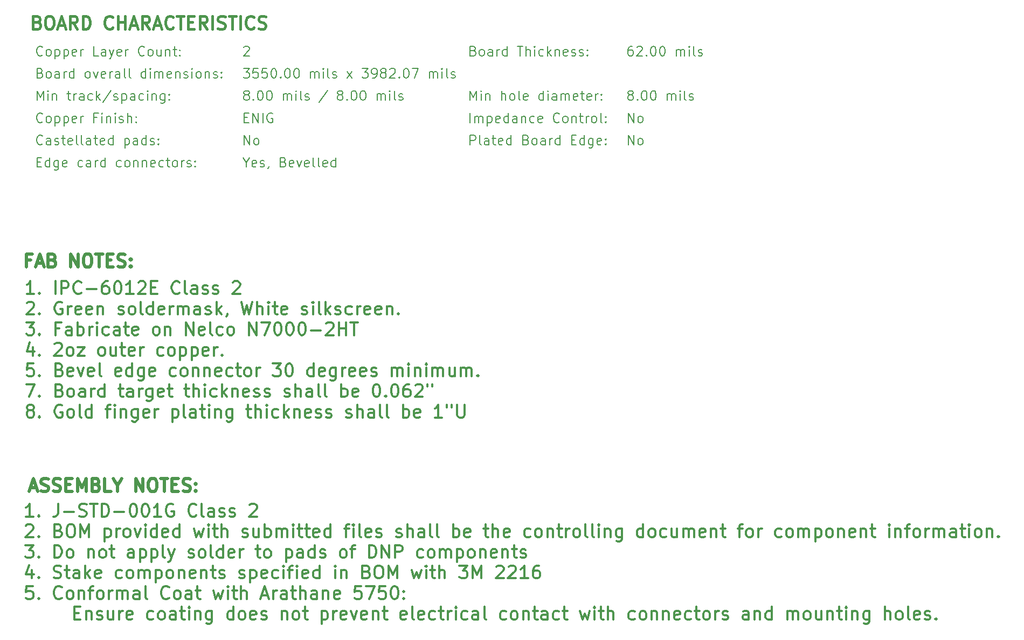
<source format=gbr>
%TF.GenerationSoftware,KiCad,Pcbnew,7.0.1*%
%TF.CreationDate,2023-06-20T19:29:40-04:00*%
%TF.ProjectId,batteryboard,62617474-6572-4796-926f-6172642e6b69,rev?*%
%TF.SameCoordinates,Original*%
%TF.FileFunction,Other,Comment*%
%FSLAX46Y46*%
G04 Gerber Fmt 4.6, Leading zero omitted, Abs format (unit mm)*
G04 Created by KiCad (PCBNEW 7.0.1) date 2023-06-20 19:29:40*
%MOMM*%
%LPD*%
G01*
G04 APERTURE LIST*
%ADD10C,0.200000*%
%ADD11C,0.400000*%
%ADD12C,0.500000*%
%ADD13C,0.300000*%
G04 APERTURE END LIST*
D10*
X251599852Y-63628428D02*
X251599852Y-62128428D01*
X251599852Y-62128428D02*
X252456995Y-63628428D01*
X252456995Y-63628428D02*
X252456995Y-62128428D01*
X253385567Y-63628428D02*
X253242710Y-63557000D01*
X253242710Y-63557000D02*
X253171281Y-63485571D01*
X253171281Y-63485571D02*
X253099853Y-63342714D01*
X253099853Y-63342714D02*
X253099853Y-62914142D01*
X253099853Y-62914142D02*
X253171281Y-62771285D01*
X253171281Y-62771285D02*
X253242710Y-62699857D01*
X253242710Y-62699857D02*
X253385567Y-62628428D01*
X253385567Y-62628428D02*
X253599853Y-62628428D01*
X253599853Y-62628428D02*
X253742710Y-62699857D01*
X253742710Y-62699857D02*
X253814139Y-62771285D01*
X253814139Y-62771285D02*
X253885567Y-62914142D01*
X253885567Y-62914142D02*
X253885567Y-63342714D01*
X253885567Y-63342714D02*
X253814139Y-63485571D01*
X253814139Y-63485571D02*
X253742710Y-63557000D01*
X253742710Y-63557000D02*
X253599853Y-63628428D01*
X253599853Y-63628428D02*
X253385567Y-63628428D01*
X251599852Y-60128428D02*
X251599852Y-58628428D01*
X251599852Y-58628428D02*
X252456995Y-60128428D01*
X252456995Y-60128428D02*
X252456995Y-58628428D01*
X253385567Y-60128428D02*
X253242710Y-60057000D01*
X253242710Y-60057000D02*
X253171281Y-59985571D01*
X253171281Y-59985571D02*
X253099853Y-59842714D01*
X253099853Y-59842714D02*
X253099853Y-59414142D01*
X253099853Y-59414142D02*
X253171281Y-59271285D01*
X253171281Y-59271285D02*
X253242710Y-59199857D01*
X253242710Y-59199857D02*
X253385567Y-59128428D01*
X253385567Y-59128428D02*
X253599853Y-59128428D01*
X253599853Y-59128428D02*
X253742710Y-59199857D01*
X253742710Y-59199857D02*
X253814139Y-59271285D01*
X253814139Y-59271285D02*
X253885567Y-59414142D01*
X253885567Y-59414142D02*
X253885567Y-59842714D01*
X253885567Y-59842714D02*
X253814139Y-59985571D01*
X253814139Y-59985571D02*
X253742710Y-60057000D01*
X253742710Y-60057000D02*
X253599853Y-60128428D01*
X253599853Y-60128428D02*
X253385567Y-60128428D01*
X252242710Y-48128428D02*
X251956995Y-48128428D01*
X251956995Y-48128428D02*
X251814138Y-48199857D01*
X251814138Y-48199857D02*
X251742710Y-48271285D01*
X251742710Y-48271285D02*
X251599852Y-48485571D01*
X251599852Y-48485571D02*
X251528424Y-48771285D01*
X251528424Y-48771285D02*
X251528424Y-49342714D01*
X251528424Y-49342714D02*
X251599852Y-49485571D01*
X251599852Y-49485571D02*
X251671281Y-49557000D01*
X251671281Y-49557000D02*
X251814138Y-49628428D01*
X251814138Y-49628428D02*
X252099852Y-49628428D01*
X252099852Y-49628428D02*
X252242710Y-49557000D01*
X252242710Y-49557000D02*
X252314138Y-49485571D01*
X252314138Y-49485571D02*
X252385567Y-49342714D01*
X252385567Y-49342714D02*
X252385567Y-48985571D01*
X252385567Y-48985571D02*
X252314138Y-48842714D01*
X252314138Y-48842714D02*
X252242710Y-48771285D01*
X252242710Y-48771285D02*
X252099852Y-48699857D01*
X252099852Y-48699857D02*
X251814138Y-48699857D01*
X251814138Y-48699857D02*
X251671281Y-48771285D01*
X251671281Y-48771285D02*
X251599852Y-48842714D01*
X251599852Y-48842714D02*
X251528424Y-48985571D01*
X252956995Y-48271285D02*
X253028423Y-48199857D01*
X253028423Y-48199857D02*
X253171281Y-48128428D01*
X253171281Y-48128428D02*
X253528423Y-48128428D01*
X253528423Y-48128428D02*
X253671281Y-48199857D01*
X253671281Y-48199857D02*
X253742709Y-48271285D01*
X253742709Y-48271285D02*
X253814138Y-48414142D01*
X253814138Y-48414142D02*
X253814138Y-48557000D01*
X253814138Y-48557000D02*
X253742709Y-48771285D01*
X253742709Y-48771285D02*
X252885566Y-49628428D01*
X252885566Y-49628428D02*
X253814138Y-49628428D01*
X254456994Y-49485571D02*
X254528423Y-49557000D01*
X254528423Y-49557000D02*
X254456994Y-49628428D01*
X254456994Y-49628428D02*
X254385566Y-49557000D01*
X254385566Y-49557000D02*
X254456994Y-49485571D01*
X254456994Y-49485571D02*
X254456994Y-49628428D01*
X255456995Y-48128428D02*
X255599852Y-48128428D01*
X255599852Y-48128428D02*
X255742709Y-48199857D01*
X255742709Y-48199857D02*
X255814138Y-48271285D01*
X255814138Y-48271285D02*
X255885566Y-48414142D01*
X255885566Y-48414142D02*
X255956995Y-48699857D01*
X255956995Y-48699857D02*
X255956995Y-49057000D01*
X255956995Y-49057000D02*
X255885566Y-49342714D01*
X255885566Y-49342714D02*
X255814138Y-49485571D01*
X255814138Y-49485571D02*
X255742709Y-49557000D01*
X255742709Y-49557000D02*
X255599852Y-49628428D01*
X255599852Y-49628428D02*
X255456995Y-49628428D01*
X255456995Y-49628428D02*
X255314138Y-49557000D01*
X255314138Y-49557000D02*
X255242709Y-49485571D01*
X255242709Y-49485571D02*
X255171280Y-49342714D01*
X255171280Y-49342714D02*
X255099852Y-49057000D01*
X255099852Y-49057000D02*
X255099852Y-48699857D01*
X255099852Y-48699857D02*
X255171280Y-48414142D01*
X255171280Y-48414142D02*
X255242709Y-48271285D01*
X255242709Y-48271285D02*
X255314138Y-48199857D01*
X255314138Y-48199857D02*
X255456995Y-48128428D01*
X256885566Y-48128428D02*
X257028423Y-48128428D01*
X257028423Y-48128428D02*
X257171280Y-48199857D01*
X257171280Y-48199857D02*
X257242709Y-48271285D01*
X257242709Y-48271285D02*
X257314137Y-48414142D01*
X257314137Y-48414142D02*
X257385566Y-48699857D01*
X257385566Y-48699857D02*
X257385566Y-49057000D01*
X257385566Y-49057000D02*
X257314137Y-49342714D01*
X257314137Y-49342714D02*
X257242709Y-49485571D01*
X257242709Y-49485571D02*
X257171280Y-49557000D01*
X257171280Y-49557000D02*
X257028423Y-49628428D01*
X257028423Y-49628428D02*
X256885566Y-49628428D01*
X256885566Y-49628428D02*
X256742709Y-49557000D01*
X256742709Y-49557000D02*
X256671280Y-49485571D01*
X256671280Y-49485571D02*
X256599851Y-49342714D01*
X256599851Y-49342714D02*
X256528423Y-49057000D01*
X256528423Y-49057000D02*
X256528423Y-48699857D01*
X256528423Y-48699857D02*
X256599851Y-48414142D01*
X256599851Y-48414142D02*
X256671280Y-48271285D01*
X256671280Y-48271285D02*
X256742709Y-48199857D01*
X256742709Y-48199857D02*
X256885566Y-48128428D01*
X259171279Y-49628428D02*
X259171279Y-48628428D01*
X259171279Y-48771285D02*
X259242708Y-48699857D01*
X259242708Y-48699857D02*
X259385565Y-48628428D01*
X259385565Y-48628428D02*
X259599851Y-48628428D01*
X259599851Y-48628428D02*
X259742708Y-48699857D01*
X259742708Y-48699857D02*
X259814137Y-48842714D01*
X259814137Y-48842714D02*
X259814137Y-49628428D01*
X259814137Y-48842714D02*
X259885565Y-48699857D01*
X259885565Y-48699857D02*
X260028422Y-48628428D01*
X260028422Y-48628428D02*
X260242708Y-48628428D01*
X260242708Y-48628428D02*
X260385565Y-48699857D01*
X260385565Y-48699857D02*
X260456994Y-48842714D01*
X260456994Y-48842714D02*
X260456994Y-49628428D01*
X261171279Y-49628428D02*
X261171279Y-48628428D01*
X261171279Y-48128428D02*
X261099851Y-48199857D01*
X261099851Y-48199857D02*
X261171279Y-48271285D01*
X261171279Y-48271285D02*
X261242708Y-48199857D01*
X261242708Y-48199857D02*
X261171279Y-48128428D01*
X261171279Y-48128428D02*
X261171279Y-48271285D01*
X262099851Y-49628428D02*
X261956994Y-49557000D01*
X261956994Y-49557000D02*
X261885565Y-49414142D01*
X261885565Y-49414142D02*
X261885565Y-48128428D01*
X262599851Y-49557000D02*
X262742708Y-49628428D01*
X262742708Y-49628428D02*
X263028422Y-49628428D01*
X263028422Y-49628428D02*
X263171279Y-49557000D01*
X263171279Y-49557000D02*
X263242708Y-49414142D01*
X263242708Y-49414142D02*
X263242708Y-49342714D01*
X263242708Y-49342714D02*
X263171279Y-49199857D01*
X263171279Y-49199857D02*
X263028422Y-49128428D01*
X263028422Y-49128428D02*
X262814137Y-49128428D01*
X262814137Y-49128428D02*
X262671279Y-49057000D01*
X262671279Y-49057000D02*
X262599851Y-48914142D01*
X262599851Y-48914142D02*
X262599851Y-48842714D01*
X262599851Y-48842714D02*
X262671279Y-48699857D01*
X262671279Y-48699857D02*
X262814137Y-48628428D01*
X262814137Y-48628428D02*
X263028422Y-48628428D01*
X263028422Y-48628428D02*
X263171279Y-48699857D01*
X226756995Y-63628428D02*
X226756995Y-62128428D01*
X226756995Y-62128428D02*
X227328424Y-62128428D01*
X227328424Y-62128428D02*
X227471281Y-62199857D01*
X227471281Y-62199857D02*
X227542710Y-62271285D01*
X227542710Y-62271285D02*
X227614138Y-62414142D01*
X227614138Y-62414142D02*
X227614138Y-62628428D01*
X227614138Y-62628428D02*
X227542710Y-62771285D01*
X227542710Y-62771285D02*
X227471281Y-62842714D01*
X227471281Y-62842714D02*
X227328424Y-62914142D01*
X227328424Y-62914142D02*
X226756995Y-62914142D01*
X228471281Y-63628428D02*
X228328424Y-63557000D01*
X228328424Y-63557000D02*
X228256995Y-63414142D01*
X228256995Y-63414142D02*
X228256995Y-62128428D01*
X229685567Y-63628428D02*
X229685567Y-62842714D01*
X229685567Y-62842714D02*
X229614138Y-62699857D01*
X229614138Y-62699857D02*
X229471281Y-62628428D01*
X229471281Y-62628428D02*
X229185567Y-62628428D01*
X229185567Y-62628428D02*
X229042709Y-62699857D01*
X229685567Y-63557000D02*
X229542709Y-63628428D01*
X229542709Y-63628428D02*
X229185567Y-63628428D01*
X229185567Y-63628428D02*
X229042709Y-63557000D01*
X229042709Y-63557000D02*
X228971281Y-63414142D01*
X228971281Y-63414142D02*
X228971281Y-63271285D01*
X228971281Y-63271285D02*
X229042709Y-63128428D01*
X229042709Y-63128428D02*
X229185567Y-63057000D01*
X229185567Y-63057000D02*
X229542709Y-63057000D01*
X229542709Y-63057000D02*
X229685567Y-62985571D01*
X230185567Y-62628428D02*
X230756995Y-62628428D01*
X230399852Y-62128428D02*
X230399852Y-63414142D01*
X230399852Y-63414142D02*
X230471281Y-63557000D01*
X230471281Y-63557000D02*
X230614138Y-63628428D01*
X230614138Y-63628428D02*
X230756995Y-63628428D01*
X231828424Y-63557000D02*
X231685567Y-63628428D01*
X231685567Y-63628428D02*
X231399853Y-63628428D01*
X231399853Y-63628428D02*
X231256995Y-63557000D01*
X231256995Y-63557000D02*
X231185567Y-63414142D01*
X231185567Y-63414142D02*
X231185567Y-62842714D01*
X231185567Y-62842714D02*
X231256995Y-62699857D01*
X231256995Y-62699857D02*
X231399853Y-62628428D01*
X231399853Y-62628428D02*
X231685567Y-62628428D01*
X231685567Y-62628428D02*
X231828424Y-62699857D01*
X231828424Y-62699857D02*
X231899853Y-62842714D01*
X231899853Y-62842714D02*
X231899853Y-62985571D01*
X231899853Y-62985571D02*
X231185567Y-63128428D01*
X233185567Y-63628428D02*
X233185567Y-62128428D01*
X233185567Y-63557000D02*
X233042709Y-63628428D01*
X233042709Y-63628428D02*
X232756995Y-63628428D01*
X232756995Y-63628428D02*
X232614138Y-63557000D01*
X232614138Y-63557000D02*
X232542709Y-63485571D01*
X232542709Y-63485571D02*
X232471281Y-63342714D01*
X232471281Y-63342714D02*
X232471281Y-62914142D01*
X232471281Y-62914142D02*
X232542709Y-62771285D01*
X232542709Y-62771285D02*
X232614138Y-62699857D01*
X232614138Y-62699857D02*
X232756995Y-62628428D01*
X232756995Y-62628428D02*
X233042709Y-62628428D01*
X233042709Y-62628428D02*
X233185567Y-62699857D01*
X235542709Y-62842714D02*
X235756995Y-62914142D01*
X235756995Y-62914142D02*
X235828424Y-62985571D01*
X235828424Y-62985571D02*
X235899852Y-63128428D01*
X235899852Y-63128428D02*
X235899852Y-63342714D01*
X235899852Y-63342714D02*
X235828424Y-63485571D01*
X235828424Y-63485571D02*
X235756995Y-63557000D01*
X235756995Y-63557000D02*
X235614138Y-63628428D01*
X235614138Y-63628428D02*
X235042709Y-63628428D01*
X235042709Y-63628428D02*
X235042709Y-62128428D01*
X235042709Y-62128428D02*
X235542709Y-62128428D01*
X235542709Y-62128428D02*
X235685567Y-62199857D01*
X235685567Y-62199857D02*
X235756995Y-62271285D01*
X235756995Y-62271285D02*
X235828424Y-62414142D01*
X235828424Y-62414142D02*
X235828424Y-62557000D01*
X235828424Y-62557000D02*
X235756995Y-62699857D01*
X235756995Y-62699857D02*
X235685567Y-62771285D01*
X235685567Y-62771285D02*
X235542709Y-62842714D01*
X235542709Y-62842714D02*
X235042709Y-62842714D01*
X236756995Y-63628428D02*
X236614138Y-63557000D01*
X236614138Y-63557000D02*
X236542709Y-63485571D01*
X236542709Y-63485571D02*
X236471281Y-63342714D01*
X236471281Y-63342714D02*
X236471281Y-62914142D01*
X236471281Y-62914142D02*
X236542709Y-62771285D01*
X236542709Y-62771285D02*
X236614138Y-62699857D01*
X236614138Y-62699857D02*
X236756995Y-62628428D01*
X236756995Y-62628428D02*
X236971281Y-62628428D01*
X236971281Y-62628428D02*
X237114138Y-62699857D01*
X237114138Y-62699857D02*
X237185567Y-62771285D01*
X237185567Y-62771285D02*
X237256995Y-62914142D01*
X237256995Y-62914142D02*
X237256995Y-63342714D01*
X237256995Y-63342714D02*
X237185567Y-63485571D01*
X237185567Y-63485571D02*
X237114138Y-63557000D01*
X237114138Y-63557000D02*
X236971281Y-63628428D01*
X236971281Y-63628428D02*
X236756995Y-63628428D01*
X238542710Y-63628428D02*
X238542710Y-62842714D01*
X238542710Y-62842714D02*
X238471281Y-62699857D01*
X238471281Y-62699857D02*
X238328424Y-62628428D01*
X238328424Y-62628428D02*
X238042710Y-62628428D01*
X238042710Y-62628428D02*
X237899852Y-62699857D01*
X238542710Y-63557000D02*
X238399852Y-63628428D01*
X238399852Y-63628428D02*
X238042710Y-63628428D01*
X238042710Y-63628428D02*
X237899852Y-63557000D01*
X237899852Y-63557000D02*
X237828424Y-63414142D01*
X237828424Y-63414142D02*
X237828424Y-63271285D01*
X237828424Y-63271285D02*
X237899852Y-63128428D01*
X237899852Y-63128428D02*
X238042710Y-63057000D01*
X238042710Y-63057000D02*
X238399852Y-63057000D01*
X238399852Y-63057000D02*
X238542710Y-62985571D01*
X239256995Y-63628428D02*
X239256995Y-62628428D01*
X239256995Y-62914142D02*
X239328424Y-62771285D01*
X239328424Y-62771285D02*
X239399853Y-62699857D01*
X239399853Y-62699857D02*
X239542710Y-62628428D01*
X239542710Y-62628428D02*
X239685567Y-62628428D01*
X240828424Y-63628428D02*
X240828424Y-62128428D01*
X240828424Y-63557000D02*
X240685566Y-63628428D01*
X240685566Y-63628428D02*
X240399852Y-63628428D01*
X240399852Y-63628428D02*
X240256995Y-63557000D01*
X240256995Y-63557000D02*
X240185566Y-63485571D01*
X240185566Y-63485571D02*
X240114138Y-63342714D01*
X240114138Y-63342714D02*
X240114138Y-62914142D01*
X240114138Y-62914142D02*
X240185566Y-62771285D01*
X240185566Y-62771285D02*
X240256995Y-62699857D01*
X240256995Y-62699857D02*
X240399852Y-62628428D01*
X240399852Y-62628428D02*
X240685566Y-62628428D01*
X240685566Y-62628428D02*
X240828424Y-62699857D01*
X242685566Y-62842714D02*
X243185566Y-62842714D01*
X243399852Y-63628428D02*
X242685566Y-63628428D01*
X242685566Y-63628428D02*
X242685566Y-62128428D01*
X242685566Y-62128428D02*
X243399852Y-62128428D01*
X244685567Y-63628428D02*
X244685567Y-62128428D01*
X244685567Y-63557000D02*
X244542709Y-63628428D01*
X244542709Y-63628428D02*
X244256995Y-63628428D01*
X244256995Y-63628428D02*
X244114138Y-63557000D01*
X244114138Y-63557000D02*
X244042709Y-63485571D01*
X244042709Y-63485571D02*
X243971281Y-63342714D01*
X243971281Y-63342714D02*
X243971281Y-62914142D01*
X243971281Y-62914142D02*
X244042709Y-62771285D01*
X244042709Y-62771285D02*
X244114138Y-62699857D01*
X244114138Y-62699857D02*
X244256995Y-62628428D01*
X244256995Y-62628428D02*
X244542709Y-62628428D01*
X244542709Y-62628428D02*
X244685567Y-62699857D01*
X246042710Y-62628428D02*
X246042710Y-63842714D01*
X246042710Y-63842714D02*
X245971281Y-63985571D01*
X245971281Y-63985571D02*
X245899852Y-64057000D01*
X245899852Y-64057000D02*
X245756995Y-64128428D01*
X245756995Y-64128428D02*
X245542710Y-64128428D01*
X245542710Y-64128428D02*
X245399852Y-64057000D01*
X246042710Y-63557000D02*
X245899852Y-63628428D01*
X245899852Y-63628428D02*
X245614138Y-63628428D01*
X245614138Y-63628428D02*
X245471281Y-63557000D01*
X245471281Y-63557000D02*
X245399852Y-63485571D01*
X245399852Y-63485571D02*
X245328424Y-63342714D01*
X245328424Y-63342714D02*
X245328424Y-62914142D01*
X245328424Y-62914142D02*
X245399852Y-62771285D01*
X245399852Y-62771285D02*
X245471281Y-62699857D01*
X245471281Y-62699857D02*
X245614138Y-62628428D01*
X245614138Y-62628428D02*
X245899852Y-62628428D01*
X245899852Y-62628428D02*
X246042710Y-62699857D01*
X247328424Y-63557000D02*
X247185567Y-63628428D01*
X247185567Y-63628428D02*
X246899853Y-63628428D01*
X246899853Y-63628428D02*
X246756995Y-63557000D01*
X246756995Y-63557000D02*
X246685567Y-63414142D01*
X246685567Y-63414142D02*
X246685567Y-62842714D01*
X246685567Y-62842714D02*
X246756995Y-62699857D01*
X246756995Y-62699857D02*
X246899853Y-62628428D01*
X246899853Y-62628428D02*
X247185567Y-62628428D01*
X247185567Y-62628428D02*
X247328424Y-62699857D01*
X247328424Y-62699857D02*
X247399853Y-62842714D01*
X247399853Y-62842714D02*
X247399853Y-62985571D01*
X247399853Y-62985571D02*
X246685567Y-63128428D01*
X248042709Y-63485571D02*
X248114138Y-63557000D01*
X248114138Y-63557000D02*
X248042709Y-63628428D01*
X248042709Y-63628428D02*
X247971281Y-63557000D01*
X247971281Y-63557000D02*
X248042709Y-63485571D01*
X248042709Y-63485571D02*
X248042709Y-63628428D01*
X248042709Y-62699857D02*
X248114138Y-62771285D01*
X248114138Y-62771285D02*
X248042709Y-62842714D01*
X248042709Y-62842714D02*
X247971281Y-62771285D01*
X247971281Y-62771285D02*
X248042709Y-62699857D01*
X248042709Y-62699857D02*
X248042709Y-62842714D01*
X191271285Y-63628428D02*
X191271285Y-62128428D01*
X191271285Y-62128428D02*
X192128428Y-63628428D01*
X192128428Y-63628428D02*
X192128428Y-62128428D01*
X193057000Y-63628428D02*
X192914143Y-63557000D01*
X192914143Y-63557000D02*
X192842714Y-63485571D01*
X192842714Y-63485571D02*
X192771286Y-63342714D01*
X192771286Y-63342714D02*
X192771286Y-62914142D01*
X192771286Y-62914142D02*
X192842714Y-62771285D01*
X192842714Y-62771285D02*
X192914143Y-62699857D01*
X192914143Y-62699857D02*
X193057000Y-62628428D01*
X193057000Y-62628428D02*
X193271286Y-62628428D01*
X193271286Y-62628428D02*
X193414143Y-62699857D01*
X193414143Y-62699857D02*
X193485572Y-62771285D01*
X193485572Y-62771285D02*
X193557000Y-62914142D01*
X193557000Y-62914142D02*
X193557000Y-63342714D01*
X193557000Y-63342714D02*
X193485572Y-63485571D01*
X193485572Y-63485571D02*
X193414143Y-63557000D01*
X193414143Y-63557000D02*
X193271286Y-63628428D01*
X193271286Y-63628428D02*
X193057000Y-63628428D01*
X191271285Y-59342714D02*
X191771285Y-59342714D01*
X191985571Y-60128428D02*
X191271285Y-60128428D01*
X191271285Y-60128428D02*
X191271285Y-58628428D01*
X191271285Y-58628428D02*
X191985571Y-58628428D01*
X192628428Y-60128428D02*
X192628428Y-58628428D01*
X192628428Y-58628428D02*
X193485571Y-60128428D01*
X193485571Y-60128428D02*
X193485571Y-58628428D01*
X194199857Y-60128428D02*
X194199857Y-58628428D01*
X195699858Y-58699857D02*
X195557001Y-58628428D01*
X195557001Y-58628428D02*
X195342715Y-58628428D01*
X195342715Y-58628428D02*
X195128429Y-58699857D01*
X195128429Y-58699857D02*
X194985572Y-58842714D01*
X194985572Y-58842714D02*
X194914143Y-58985571D01*
X194914143Y-58985571D02*
X194842715Y-59271285D01*
X194842715Y-59271285D02*
X194842715Y-59485571D01*
X194842715Y-59485571D02*
X194914143Y-59771285D01*
X194914143Y-59771285D02*
X194985572Y-59914142D01*
X194985572Y-59914142D02*
X195128429Y-60057000D01*
X195128429Y-60057000D02*
X195342715Y-60128428D01*
X195342715Y-60128428D02*
X195485572Y-60128428D01*
X195485572Y-60128428D02*
X195699858Y-60057000D01*
X195699858Y-60057000D02*
X195771286Y-59985571D01*
X195771286Y-59985571D02*
X195771286Y-59485571D01*
X195771286Y-59485571D02*
X195485572Y-59485571D01*
X226756995Y-60128428D02*
X226756995Y-58628428D01*
X227471281Y-60128428D02*
X227471281Y-59128428D01*
X227471281Y-59271285D02*
X227542710Y-59199857D01*
X227542710Y-59199857D02*
X227685567Y-59128428D01*
X227685567Y-59128428D02*
X227899853Y-59128428D01*
X227899853Y-59128428D02*
X228042710Y-59199857D01*
X228042710Y-59199857D02*
X228114139Y-59342714D01*
X228114139Y-59342714D02*
X228114139Y-60128428D01*
X228114139Y-59342714D02*
X228185567Y-59199857D01*
X228185567Y-59199857D02*
X228328424Y-59128428D01*
X228328424Y-59128428D02*
X228542710Y-59128428D01*
X228542710Y-59128428D02*
X228685567Y-59199857D01*
X228685567Y-59199857D02*
X228756996Y-59342714D01*
X228756996Y-59342714D02*
X228756996Y-60128428D01*
X229471281Y-59128428D02*
X229471281Y-60628428D01*
X229471281Y-59199857D02*
X229614139Y-59128428D01*
X229614139Y-59128428D02*
X229899853Y-59128428D01*
X229899853Y-59128428D02*
X230042710Y-59199857D01*
X230042710Y-59199857D02*
X230114139Y-59271285D01*
X230114139Y-59271285D02*
X230185567Y-59414142D01*
X230185567Y-59414142D02*
X230185567Y-59842714D01*
X230185567Y-59842714D02*
X230114139Y-59985571D01*
X230114139Y-59985571D02*
X230042710Y-60057000D01*
X230042710Y-60057000D02*
X229899853Y-60128428D01*
X229899853Y-60128428D02*
X229614139Y-60128428D01*
X229614139Y-60128428D02*
X229471281Y-60057000D01*
X231399853Y-60057000D02*
X231256996Y-60128428D01*
X231256996Y-60128428D02*
X230971282Y-60128428D01*
X230971282Y-60128428D02*
X230828424Y-60057000D01*
X230828424Y-60057000D02*
X230756996Y-59914142D01*
X230756996Y-59914142D02*
X230756996Y-59342714D01*
X230756996Y-59342714D02*
X230828424Y-59199857D01*
X230828424Y-59199857D02*
X230971282Y-59128428D01*
X230971282Y-59128428D02*
X231256996Y-59128428D01*
X231256996Y-59128428D02*
X231399853Y-59199857D01*
X231399853Y-59199857D02*
X231471282Y-59342714D01*
X231471282Y-59342714D02*
X231471282Y-59485571D01*
X231471282Y-59485571D02*
X230756996Y-59628428D01*
X232756996Y-60128428D02*
X232756996Y-58628428D01*
X232756996Y-60057000D02*
X232614138Y-60128428D01*
X232614138Y-60128428D02*
X232328424Y-60128428D01*
X232328424Y-60128428D02*
X232185567Y-60057000D01*
X232185567Y-60057000D02*
X232114138Y-59985571D01*
X232114138Y-59985571D02*
X232042710Y-59842714D01*
X232042710Y-59842714D02*
X232042710Y-59414142D01*
X232042710Y-59414142D02*
X232114138Y-59271285D01*
X232114138Y-59271285D02*
X232185567Y-59199857D01*
X232185567Y-59199857D02*
X232328424Y-59128428D01*
X232328424Y-59128428D02*
X232614138Y-59128428D01*
X232614138Y-59128428D02*
X232756996Y-59199857D01*
X234114139Y-60128428D02*
X234114139Y-59342714D01*
X234114139Y-59342714D02*
X234042710Y-59199857D01*
X234042710Y-59199857D02*
X233899853Y-59128428D01*
X233899853Y-59128428D02*
X233614139Y-59128428D01*
X233614139Y-59128428D02*
X233471281Y-59199857D01*
X234114139Y-60057000D02*
X233971281Y-60128428D01*
X233971281Y-60128428D02*
X233614139Y-60128428D01*
X233614139Y-60128428D02*
X233471281Y-60057000D01*
X233471281Y-60057000D02*
X233399853Y-59914142D01*
X233399853Y-59914142D02*
X233399853Y-59771285D01*
X233399853Y-59771285D02*
X233471281Y-59628428D01*
X233471281Y-59628428D02*
X233614139Y-59557000D01*
X233614139Y-59557000D02*
X233971281Y-59557000D01*
X233971281Y-59557000D02*
X234114139Y-59485571D01*
X234828424Y-59128428D02*
X234828424Y-60128428D01*
X234828424Y-59271285D02*
X234899853Y-59199857D01*
X234899853Y-59199857D02*
X235042710Y-59128428D01*
X235042710Y-59128428D02*
X235256996Y-59128428D01*
X235256996Y-59128428D02*
X235399853Y-59199857D01*
X235399853Y-59199857D02*
X235471282Y-59342714D01*
X235471282Y-59342714D02*
X235471282Y-60128428D01*
X236828425Y-60057000D02*
X236685567Y-60128428D01*
X236685567Y-60128428D02*
X236399853Y-60128428D01*
X236399853Y-60128428D02*
X236256996Y-60057000D01*
X236256996Y-60057000D02*
X236185567Y-59985571D01*
X236185567Y-59985571D02*
X236114139Y-59842714D01*
X236114139Y-59842714D02*
X236114139Y-59414142D01*
X236114139Y-59414142D02*
X236185567Y-59271285D01*
X236185567Y-59271285D02*
X236256996Y-59199857D01*
X236256996Y-59199857D02*
X236399853Y-59128428D01*
X236399853Y-59128428D02*
X236685567Y-59128428D01*
X236685567Y-59128428D02*
X236828425Y-59199857D01*
X238042710Y-60057000D02*
X237899853Y-60128428D01*
X237899853Y-60128428D02*
X237614139Y-60128428D01*
X237614139Y-60128428D02*
X237471281Y-60057000D01*
X237471281Y-60057000D02*
X237399853Y-59914142D01*
X237399853Y-59914142D02*
X237399853Y-59342714D01*
X237399853Y-59342714D02*
X237471281Y-59199857D01*
X237471281Y-59199857D02*
X237614139Y-59128428D01*
X237614139Y-59128428D02*
X237899853Y-59128428D01*
X237899853Y-59128428D02*
X238042710Y-59199857D01*
X238042710Y-59199857D02*
X238114139Y-59342714D01*
X238114139Y-59342714D02*
X238114139Y-59485571D01*
X238114139Y-59485571D02*
X237399853Y-59628428D01*
X240756995Y-59985571D02*
X240685567Y-60057000D01*
X240685567Y-60057000D02*
X240471281Y-60128428D01*
X240471281Y-60128428D02*
X240328424Y-60128428D01*
X240328424Y-60128428D02*
X240114138Y-60057000D01*
X240114138Y-60057000D02*
X239971281Y-59914142D01*
X239971281Y-59914142D02*
X239899852Y-59771285D01*
X239899852Y-59771285D02*
X239828424Y-59485571D01*
X239828424Y-59485571D02*
X239828424Y-59271285D01*
X239828424Y-59271285D02*
X239899852Y-58985571D01*
X239899852Y-58985571D02*
X239971281Y-58842714D01*
X239971281Y-58842714D02*
X240114138Y-58699857D01*
X240114138Y-58699857D02*
X240328424Y-58628428D01*
X240328424Y-58628428D02*
X240471281Y-58628428D01*
X240471281Y-58628428D02*
X240685567Y-58699857D01*
X240685567Y-58699857D02*
X240756995Y-58771285D01*
X241614138Y-60128428D02*
X241471281Y-60057000D01*
X241471281Y-60057000D02*
X241399852Y-59985571D01*
X241399852Y-59985571D02*
X241328424Y-59842714D01*
X241328424Y-59842714D02*
X241328424Y-59414142D01*
X241328424Y-59414142D02*
X241399852Y-59271285D01*
X241399852Y-59271285D02*
X241471281Y-59199857D01*
X241471281Y-59199857D02*
X241614138Y-59128428D01*
X241614138Y-59128428D02*
X241828424Y-59128428D01*
X241828424Y-59128428D02*
X241971281Y-59199857D01*
X241971281Y-59199857D02*
X242042710Y-59271285D01*
X242042710Y-59271285D02*
X242114138Y-59414142D01*
X242114138Y-59414142D02*
X242114138Y-59842714D01*
X242114138Y-59842714D02*
X242042710Y-59985571D01*
X242042710Y-59985571D02*
X241971281Y-60057000D01*
X241971281Y-60057000D02*
X241828424Y-60128428D01*
X241828424Y-60128428D02*
X241614138Y-60128428D01*
X242756995Y-59128428D02*
X242756995Y-60128428D01*
X242756995Y-59271285D02*
X242828424Y-59199857D01*
X242828424Y-59199857D02*
X242971281Y-59128428D01*
X242971281Y-59128428D02*
X243185567Y-59128428D01*
X243185567Y-59128428D02*
X243328424Y-59199857D01*
X243328424Y-59199857D02*
X243399853Y-59342714D01*
X243399853Y-59342714D02*
X243399853Y-60128428D01*
X243899853Y-59128428D02*
X244471281Y-59128428D01*
X244114138Y-58628428D02*
X244114138Y-59914142D01*
X244114138Y-59914142D02*
X244185567Y-60057000D01*
X244185567Y-60057000D02*
X244328424Y-60128428D01*
X244328424Y-60128428D02*
X244471281Y-60128428D01*
X244971281Y-60128428D02*
X244971281Y-59128428D01*
X244971281Y-59414142D02*
X245042710Y-59271285D01*
X245042710Y-59271285D02*
X245114139Y-59199857D01*
X245114139Y-59199857D02*
X245256996Y-59128428D01*
X245256996Y-59128428D02*
X245399853Y-59128428D01*
X246114138Y-60128428D02*
X245971281Y-60057000D01*
X245971281Y-60057000D02*
X245899852Y-59985571D01*
X245899852Y-59985571D02*
X245828424Y-59842714D01*
X245828424Y-59842714D02*
X245828424Y-59414142D01*
X245828424Y-59414142D02*
X245899852Y-59271285D01*
X245899852Y-59271285D02*
X245971281Y-59199857D01*
X245971281Y-59199857D02*
X246114138Y-59128428D01*
X246114138Y-59128428D02*
X246328424Y-59128428D01*
X246328424Y-59128428D02*
X246471281Y-59199857D01*
X246471281Y-59199857D02*
X246542710Y-59271285D01*
X246542710Y-59271285D02*
X246614138Y-59414142D01*
X246614138Y-59414142D02*
X246614138Y-59842714D01*
X246614138Y-59842714D02*
X246542710Y-59985571D01*
X246542710Y-59985571D02*
X246471281Y-60057000D01*
X246471281Y-60057000D02*
X246328424Y-60128428D01*
X246328424Y-60128428D02*
X246114138Y-60128428D01*
X247471281Y-60128428D02*
X247328424Y-60057000D01*
X247328424Y-60057000D02*
X247256995Y-59914142D01*
X247256995Y-59914142D02*
X247256995Y-58628428D01*
X248042709Y-59985571D02*
X248114138Y-60057000D01*
X248114138Y-60057000D02*
X248042709Y-60128428D01*
X248042709Y-60128428D02*
X247971281Y-60057000D01*
X247971281Y-60057000D02*
X248042709Y-59985571D01*
X248042709Y-59985571D02*
X248042709Y-60128428D01*
X248042709Y-59199857D02*
X248114138Y-59271285D01*
X248114138Y-59271285D02*
X248042709Y-59342714D01*
X248042709Y-59342714D02*
X247971281Y-59271285D01*
X247971281Y-59271285D02*
X248042709Y-59199857D01*
X248042709Y-59199857D02*
X248042709Y-59342714D01*
X191485571Y-55771285D02*
X191342714Y-55699857D01*
X191342714Y-55699857D02*
X191271285Y-55628428D01*
X191271285Y-55628428D02*
X191199857Y-55485571D01*
X191199857Y-55485571D02*
X191199857Y-55414142D01*
X191199857Y-55414142D02*
X191271285Y-55271285D01*
X191271285Y-55271285D02*
X191342714Y-55199857D01*
X191342714Y-55199857D02*
X191485571Y-55128428D01*
X191485571Y-55128428D02*
X191771285Y-55128428D01*
X191771285Y-55128428D02*
X191914143Y-55199857D01*
X191914143Y-55199857D02*
X191985571Y-55271285D01*
X191985571Y-55271285D02*
X192057000Y-55414142D01*
X192057000Y-55414142D02*
X192057000Y-55485571D01*
X192057000Y-55485571D02*
X191985571Y-55628428D01*
X191985571Y-55628428D02*
X191914143Y-55699857D01*
X191914143Y-55699857D02*
X191771285Y-55771285D01*
X191771285Y-55771285D02*
X191485571Y-55771285D01*
X191485571Y-55771285D02*
X191342714Y-55842714D01*
X191342714Y-55842714D02*
X191271285Y-55914142D01*
X191271285Y-55914142D02*
X191199857Y-56057000D01*
X191199857Y-56057000D02*
X191199857Y-56342714D01*
X191199857Y-56342714D02*
X191271285Y-56485571D01*
X191271285Y-56485571D02*
X191342714Y-56557000D01*
X191342714Y-56557000D02*
X191485571Y-56628428D01*
X191485571Y-56628428D02*
X191771285Y-56628428D01*
X191771285Y-56628428D02*
X191914143Y-56557000D01*
X191914143Y-56557000D02*
X191985571Y-56485571D01*
X191985571Y-56485571D02*
X192057000Y-56342714D01*
X192057000Y-56342714D02*
X192057000Y-56057000D01*
X192057000Y-56057000D02*
X191985571Y-55914142D01*
X191985571Y-55914142D02*
X191914143Y-55842714D01*
X191914143Y-55842714D02*
X191771285Y-55771285D01*
X192699856Y-56485571D02*
X192771285Y-56557000D01*
X192771285Y-56557000D02*
X192699856Y-56628428D01*
X192699856Y-56628428D02*
X192628428Y-56557000D01*
X192628428Y-56557000D02*
X192699856Y-56485571D01*
X192699856Y-56485571D02*
X192699856Y-56628428D01*
X193699857Y-55128428D02*
X193842714Y-55128428D01*
X193842714Y-55128428D02*
X193985571Y-55199857D01*
X193985571Y-55199857D02*
X194057000Y-55271285D01*
X194057000Y-55271285D02*
X194128428Y-55414142D01*
X194128428Y-55414142D02*
X194199857Y-55699857D01*
X194199857Y-55699857D02*
X194199857Y-56057000D01*
X194199857Y-56057000D02*
X194128428Y-56342714D01*
X194128428Y-56342714D02*
X194057000Y-56485571D01*
X194057000Y-56485571D02*
X193985571Y-56557000D01*
X193985571Y-56557000D02*
X193842714Y-56628428D01*
X193842714Y-56628428D02*
X193699857Y-56628428D01*
X193699857Y-56628428D02*
X193557000Y-56557000D01*
X193557000Y-56557000D02*
X193485571Y-56485571D01*
X193485571Y-56485571D02*
X193414142Y-56342714D01*
X193414142Y-56342714D02*
X193342714Y-56057000D01*
X193342714Y-56057000D02*
X193342714Y-55699857D01*
X193342714Y-55699857D02*
X193414142Y-55414142D01*
X193414142Y-55414142D02*
X193485571Y-55271285D01*
X193485571Y-55271285D02*
X193557000Y-55199857D01*
X193557000Y-55199857D02*
X193699857Y-55128428D01*
X195128428Y-55128428D02*
X195271285Y-55128428D01*
X195271285Y-55128428D02*
X195414142Y-55199857D01*
X195414142Y-55199857D02*
X195485571Y-55271285D01*
X195485571Y-55271285D02*
X195556999Y-55414142D01*
X195556999Y-55414142D02*
X195628428Y-55699857D01*
X195628428Y-55699857D02*
X195628428Y-56057000D01*
X195628428Y-56057000D02*
X195556999Y-56342714D01*
X195556999Y-56342714D02*
X195485571Y-56485571D01*
X195485571Y-56485571D02*
X195414142Y-56557000D01*
X195414142Y-56557000D02*
X195271285Y-56628428D01*
X195271285Y-56628428D02*
X195128428Y-56628428D01*
X195128428Y-56628428D02*
X194985571Y-56557000D01*
X194985571Y-56557000D02*
X194914142Y-56485571D01*
X194914142Y-56485571D02*
X194842713Y-56342714D01*
X194842713Y-56342714D02*
X194771285Y-56057000D01*
X194771285Y-56057000D02*
X194771285Y-55699857D01*
X194771285Y-55699857D02*
X194842713Y-55414142D01*
X194842713Y-55414142D02*
X194914142Y-55271285D01*
X194914142Y-55271285D02*
X194985571Y-55199857D01*
X194985571Y-55199857D02*
X195128428Y-55128428D01*
X197414141Y-56628428D02*
X197414141Y-55628428D01*
X197414141Y-55771285D02*
X197485570Y-55699857D01*
X197485570Y-55699857D02*
X197628427Y-55628428D01*
X197628427Y-55628428D02*
X197842713Y-55628428D01*
X197842713Y-55628428D02*
X197985570Y-55699857D01*
X197985570Y-55699857D02*
X198056999Y-55842714D01*
X198056999Y-55842714D02*
X198056999Y-56628428D01*
X198056999Y-55842714D02*
X198128427Y-55699857D01*
X198128427Y-55699857D02*
X198271284Y-55628428D01*
X198271284Y-55628428D02*
X198485570Y-55628428D01*
X198485570Y-55628428D02*
X198628427Y-55699857D01*
X198628427Y-55699857D02*
X198699856Y-55842714D01*
X198699856Y-55842714D02*
X198699856Y-56628428D01*
X199414141Y-56628428D02*
X199414141Y-55628428D01*
X199414141Y-55128428D02*
X199342713Y-55199857D01*
X199342713Y-55199857D02*
X199414141Y-55271285D01*
X199414141Y-55271285D02*
X199485570Y-55199857D01*
X199485570Y-55199857D02*
X199414141Y-55128428D01*
X199414141Y-55128428D02*
X199414141Y-55271285D01*
X200342713Y-56628428D02*
X200199856Y-56557000D01*
X200199856Y-56557000D02*
X200128427Y-56414142D01*
X200128427Y-56414142D02*
X200128427Y-55128428D01*
X200842713Y-56557000D02*
X200985570Y-56628428D01*
X200985570Y-56628428D02*
X201271284Y-56628428D01*
X201271284Y-56628428D02*
X201414141Y-56557000D01*
X201414141Y-56557000D02*
X201485570Y-56414142D01*
X201485570Y-56414142D02*
X201485570Y-56342714D01*
X201485570Y-56342714D02*
X201414141Y-56199857D01*
X201414141Y-56199857D02*
X201271284Y-56128428D01*
X201271284Y-56128428D02*
X201056999Y-56128428D01*
X201056999Y-56128428D02*
X200914141Y-56057000D01*
X200914141Y-56057000D02*
X200842713Y-55914142D01*
X200842713Y-55914142D02*
X200842713Y-55842714D01*
X200842713Y-55842714D02*
X200914141Y-55699857D01*
X200914141Y-55699857D02*
X201056999Y-55628428D01*
X201056999Y-55628428D02*
X201271284Y-55628428D01*
X201271284Y-55628428D02*
X201414141Y-55699857D01*
X204342713Y-55057000D02*
X203056999Y-56985571D01*
X206199856Y-55771285D02*
X206056999Y-55699857D01*
X206056999Y-55699857D02*
X205985570Y-55628428D01*
X205985570Y-55628428D02*
X205914142Y-55485571D01*
X205914142Y-55485571D02*
X205914142Y-55414142D01*
X205914142Y-55414142D02*
X205985570Y-55271285D01*
X205985570Y-55271285D02*
X206056999Y-55199857D01*
X206056999Y-55199857D02*
X206199856Y-55128428D01*
X206199856Y-55128428D02*
X206485570Y-55128428D01*
X206485570Y-55128428D02*
X206628428Y-55199857D01*
X206628428Y-55199857D02*
X206699856Y-55271285D01*
X206699856Y-55271285D02*
X206771285Y-55414142D01*
X206771285Y-55414142D02*
X206771285Y-55485571D01*
X206771285Y-55485571D02*
X206699856Y-55628428D01*
X206699856Y-55628428D02*
X206628428Y-55699857D01*
X206628428Y-55699857D02*
X206485570Y-55771285D01*
X206485570Y-55771285D02*
X206199856Y-55771285D01*
X206199856Y-55771285D02*
X206056999Y-55842714D01*
X206056999Y-55842714D02*
X205985570Y-55914142D01*
X205985570Y-55914142D02*
X205914142Y-56057000D01*
X205914142Y-56057000D02*
X205914142Y-56342714D01*
X205914142Y-56342714D02*
X205985570Y-56485571D01*
X205985570Y-56485571D02*
X206056999Y-56557000D01*
X206056999Y-56557000D02*
X206199856Y-56628428D01*
X206199856Y-56628428D02*
X206485570Y-56628428D01*
X206485570Y-56628428D02*
X206628428Y-56557000D01*
X206628428Y-56557000D02*
X206699856Y-56485571D01*
X206699856Y-56485571D02*
X206771285Y-56342714D01*
X206771285Y-56342714D02*
X206771285Y-56057000D01*
X206771285Y-56057000D02*
X206699856Y-55914142D01*
X206699856Y-55914142D02*
X206628428Y-55842714D01*
X206628428Y-55842714D02*
X206485570Y-55771285D01*
X207414141Y-56485571D02*
X207485570Y-56557000D01*
X207485570Y-56557000D02*
X207414141Y-56628428D01*
X207414141Y-56628428D02*
X207342713Y-56557000D01*
X207342713Y-56557000D02*
X207414141Y-56485571D01*
X207414141Y-56485571D02*
X207414141Y-56628428D01*
X208414142Y-55128428D02*
X208556999Y-55128428D01*
X208556999Y-55128428D02*
X208699856Y-55199857D01*
X208699856Y-55199857D02*
X208771285Y-55271285D01*
X208771285Y-55271285D02*
X208842713Y-55414142D01*
X208842713Y-55414142D02*
X208914142Y-55699857D01*
X208914142Y-55699857D02*
X208914142Y-56057000D01*
X208914142Y-56057000D02*
X208842713Y-56342714D01*
X208842713Y-56342714D02*
X208771285Y-56485571D01*
X208771285Y-56485571D02*
X208699856Y-56557000D01*
X208699856Y-56557000D02*
X208556999Y-56628428D01*
X208556999Y-56628428D02*
X208414142Y-56628428D01*
X208414142Y-56628428D02*
X208271285Y-56557000D01*
X208271285Y-56557000D02*
X208199856Y-56485571D01*
X208199856Y-56485571D02*
X208128427Y-56342714D01*
X208128427Y-56342714D02*
X208056999Y-56057000D01*
X208056999Y-56057000D02*
X208056999Y-55699857D01*
X208056999Y-55699857D02*
X208128427Y-55414142D01*
X208128427Y-55414142D02*
X208199856Y-55271285D01*
X208199856Y-55271285D02*
X208271285Y-55199857D01*
X208271285Y-55199857D02*
X208414142Y-55128428D01*
X209842713Y-55128428D02*
X209985570Y-55128428D01*
X209985570Y-55128428D02*
X210128427Y-55199857D01*
X210128427Y-55199857D02*
X210199856Y-55271285D01*
X210199856Y-55271285D02*
X210271284Y-55414142D01*
X210271284Y-55414142D02*
X210342713Y-55699857D01*
X210342713Y-55699857D02*
X210342713Y-56057000D01*
X210342713Y-56057000D02*
X210271284Y-56342714D01*
X210271284Y-56342714D02*
X210199856Y-56485571D01*
X210199856Y-56485571D02*
X210128427Y-56557000D01*
X210128427Y-56557000D02*
X209985570Y-56628428D01*
X209985570Y-56628428D02*
X209842713Y-56628428D01*
X209842713Y-56628428D02*
X209699856Y-56557000D01*
X209699856Y-56557000D02*
X209628427Y-56485571D01*
X209628427Y-56485571D02*
X209556998Y-56342714D01*
X209556998Y-56342714D02*
X209485570Y-56057000D01*
X209485570Y-56057000D02*
X209485570Y-55699857D01*
X209485570Y-55699857D02*
X209556998Y-55414142D01*
X209556998Y-55414142D02*
X209628427Y-55271285D01*
X209628427Y-55271285D02*
X209699856Y-55199857D01*
X209699856Y-55199857D02*
X209842713Y-55128428D01*
X212128426Y-56628428D02*
X212128426Y-55628428D01*
X212128426Y-55771285D02*
X212199855Y-55699857D01*
X212199855Y-55699857D02*
X212342712Y-55628428D01*
X212342712Y-55628428D02*
X212556998Y-55628428D01*
X212556998Y-55628428D02*
X212699855Y-55699857D01*
X212699855Y-55699857D02*
X212771284Y-55842714D01*
X212771284Y-55842714D02*
X212771284Y-56628428D01*
X212771284Y-55842714D02*
X212842712Y-55699857D01*
X212842712Y-55699857D02*
X212985569Y-55628428D01*
X212985569Y-55628428D02*
X213199855Y-55628428D01*
X213199855Y-55628428D02*
X213342712Y-55699857D01*
X213342712Y-55699857D02*
X213414141Y-55842714D01*
X213414141Y-55842714D02*
X213414141Y-56628428D01*
X214128426Y-56628428D02*
X214128426Y-55628428D01*
X214128426Y-55128428D02*
X214056998Y-55199857D01*
X214056998Y-55199857D02*
X214128426Y-55271285D01*
X214128426Y-55271285D02*
X214199855Y-55199857D01*
X214199855Y-55199857D02*
X214128426Y-55128428D01*
X214128426Y-55128428D02*
X214128426Y-55271285D01*
X215056998Y-56628428D02*
X214914141Y-56557000D01*
X214914141Y-56557000D02*
X214842712Y-56414142D01*
X214842712Y-56414142D02*
X214842712Y-55128428D01*
X215556998Y-56557000D02*
X215699855Y-56628428D01*
X215699855Y-56628428D02*
X215985569Y-56628428D01*
X215985569Y-56628428D02*
X216128426Y-56557000D01*
X216128426Y-56557000D02*
X216199855Y-56414142D01*
X216199855Y-56414142D02*
X216199855Y-56342714D01*
X216199855Y-56342714D02*
X216128426Y-56199857D01*
X216128426Y-56199857D02*
X215985569Y-56128428D01*
X215985569Y-56128428D02*
X215771284Y-56128428D01*
X215771284Y-56128428D02*
X215628426Y-56057000D01*
X215628426Y-56057000D02*
X215556998Y-55914142D01*
X215556998Y-55914142D02*
X215556998Y-55842714D01*
X215556998Y-55842714D02*
X215628426Y-55699857D01*
X215628426Y-55699857D02*
X215771284Y-55628428D01*
X215771284Y-55628428D02*
X215985569Y-55628428D01*
X215985569Y-55628428D02*
X216128426Y-55699857D01*
X227256995Y-48842714D02*
X227471281Y-48914142D01*
X227471281Y-48914142D02*
X227542710Y-48985571D01*
X227542710Y-48985571D02*
X227614138Y-49128428D01*
X227614138Y-49128428D02*
X227614138Y-49342714D01*
X227614138Y-49342714D02*
X227542710Y-49485571D01*
X227542710Y-49485571D02*
X227471281Y-49557000D01*
X227471281Y-49557000D02*
X227328424Y-49628428D01*
X227328424Y-49628428D02*
X226756995Y-49628428D01*
X226756995Y-49628428D02*
X226756995Y-48128428D01*
X226756995Y-48128428D02*
X227256995Y-48128428D01*
X227256995Y-48128428D02*
X227399853Y-48199857D01*
X227399853Y-48199857D02*
X227471281Y-48271285D01*
X227471281Y-48271285D02*
X227542710Y-48414142D01*
X227542710Y-48414142D02*
X227542710Y-48557000D01*
X227542710Y-48557000D02*
X227471281Y-48699857D01*
X227471281Y-48699857D02*
X227399853Y-48771285D01*
X227399853Y-48771285D02*
X227256995Y-48842714D01*
X227256995Y-48842714D02*
X226756995Y-48842714D01*
X228471281Y-49628428D02*
X228328424Y-49557000D01*
X228328424Y-49557000D02*
X228256995Y-49485571D01*
X228256995Y-49485571D02*
X228185567Y-49342714D01*
X228185567Y-49342714D02*
X228185567Y-48914142D01*
X228185567Y-48914142D02*
X228256995Y-48771285D01*
X228256995Y-48771285D02*
X228328424Y-48699857D01*
X228328424Y-48699857D02*
X228471281Y-48628428D01*
X228471281Y-48628428D02*
X228685567Y-48628428D01*
X228685567Y-48628428D02*
X228828424Y-48699857D01*
X228828424Y-48699857D02*
X228899853Y-48771285D01*
X228899853Y-48771285D02*
X228971281Y-48914142D01*
X228971281Y-48914142D02*
X228971281Y-49342714D01*
X228971281Y-49342714D02*
X228899853Y-49485571D01*
X228899853Y-49485571D02*
X228828424Y-49557000D01*
X228828424Y-49557000D02*
X228685567Y-49628428D01*
X228685567Y-49628428D02*
X228471281Y-49628428D01*
X230256996Y-49628428D02*
X230256996Y-48842714D01*
X230256996Y-48842714D02*
X230185567Y-48699857D01*
X230185567Y-48699857D02*
X230042710Y-48628428D01*
X230042710Y-48628428D02*
X229756996Y-48628428D01*
X229756996Y-48628428D02*
X229614138Y-48699857D01*
X230256996Y-49557000D02*
X230114138Y-49628428D01*
X230114138Y-49628428D02*
X229756996Y-49628428D01*
X229756996Y-49628428D02*
X229614138Y-49557000D01*
X229614138Y-49557000D02*
X229542710Y-49414142D01*
X229542710Y-49414142D02*
X229542710Y-49271285D01*
X229542710Y-49271285D02*
X229614138Y-49128428D01*
X229614138Y-49128428D02*
X229756996Y-49057000D01*
X229756996Y-49057000D02*
X230114138Y-49057000D01*
X230114138Y-49057000D02*
X230256996Y-48985571D01*
X230971281Y-49628428D02*
X230971281Y-48628428D01*
X230971281Y-48914142D02*
X231042710Y-48771285D01*
X231042710Y-48771285D02*
X231114139Y-48699857D01*
X231114139Y-48699857D02*
X231256996Y-48628428D01*
X231256996Y-48628428D02*
X231399853Y-48628428D01*
X232542710Y-49628428D02*
X232542710Y-48128428D01*
X232542710Y-49557000D02*
X232399852Y-49628428D01*
X232399852Y-49628428D02*
X232114138Y-49628428D01*
X232114138Y-49628428D02*
X231971281Y-49557000D01*
X231971281Y-49557000D02*
X231899852Y-49485571D01*
X231899852Y-49485571D02*
X231828424Y-49342714D01*
X231828424Y-49342714D02*
X231828424Y-48914142D01*
X231828424Y-48914142D02*
X231899852Y-48771285D01*
X231899852Y-48771285D02*
X231971281Y-48699857D01*
X231971281Y-48699857D02*
X232114138Y-48628428D01*
X232114138Y-48628428D02*
X232399852Y-48628428D01*
X232399852Y-48628428D02*
X232542710Y-48699857D01*
X234185567Y-48128428D02*
X235042710Y-48128428D01*
X234614138Y-49628428D02*
X234614138Y-48128428D01*
X235542709Y-49628428D02*
X235542709Y-48128428D01*
X236185567Y-49628428D02*
X236185567Y-48842714D01*
X236185567Y-48842714D02*
X236114138Y-48699857D01*
X236114138Y-48699857D02*
X235971281Y-48628428D01*
X235971281Y-48628428D02*
X235756995Y-48628428D01*
X235756995Y-48628428D02*
X235614138Y-48699857D01*
X235614138Y-48699857D02*
X235542709Y-48771285D01*
X236899852Y-49628428D02*
X236899852Y-48628428D01*
X236899852Y-48128428D02*
X236828424Y-48199857D01*
X236828424Y-48199857D02*
X236899852Y-48271285D01*
X236899852Y-48271285D02*
X236971281Y-48199857D01*
X236971281Y-48199857D02*
X236899852Y-48128428D01*
X236899852Y-48128428D02*
X236899852Y-48271285D01*
X238256996Y-49557000D02*
X238114138Y-49628428D01*
X238114138Y-49628428D02*
X237828424Y-49628428D01*
X237828424Y-49628428D02*
X237685567Y-49557000D01*
X237685567Y-49557000D02*
X237614138Y-49485571D01*
X237614138Y-49485571D02*
X237542710Y-49342714D01*
X237542710Y-49342714D02*
X237542710Y-48914142D01*
X237542710Y-48914142D02*
X237614138Y-48771285D01*
X237614138Y-48771285D02*
X237685567Y-48699857D01*
X237685567Y-48699857D02*
X237828424Y-48628428D01*
X237828424Y-48628428D02*
X238114138Y-48628428D01*
X238114138Y-48628428D02*
X238256996Y-48699857D01*
X238899852Y-49628428D02*
X238899852Y-48128428D01*
X239042710Y-49057000D02*
X239471281Y-49628428D01*
X239471281Y-48628428D02*
X238899852Y-49199857D01*
X240114138Y-48628428D02*
X240114138Y-49628428D01*
X240114138Y-48771285D02*
X240185567Y-48699857D01*
X240185567Y-48699857D02*
X240328424Y-48628428D01*
X240328424Y-48628428D02*
X240542710Y-48628428D01*
X240542710Y-48628428D02*
X240685567Y-48699857D01*
X240685567Y-48699857D02*
X240756996Y-48842714D01*
X240756996Y-48842714D02*
X240756996Y-49628428D01*
X242042710Y-49557000D02*
X241899853Y-49628428D01*
X241899853Y-49628428D02*
X241614139Y-49628428D01*
X241614139Y-49628428D02*
X241471281Y-49557000D01*
X241471281Y-49557000D02*
X241399853Y-49414142D01*
X241399853Y-49414142D02*
X241399853Y-48842714D01*
X241399853Y-48842714D02*
X241471281Y-48699857D01*
X241471281Y-48699857D02*
X241614139Y-48628428D01*
X241614139Y-48628428D02*
X241899853Y-48628428D01*
X241899853Y-48628428D02*
X242042710Y-48699857D01*
X242042710Y-48699857D02*
X242114139Y-48842714D01*
X242114139Y-48842714D02*
X242114139Y-48985571D01*
X242114139Y-48985571D02*
X241399853Y-49128428D01*
X242685567Y-49557000D02*
X242828424Y-49628428D01*
X242828424Y-49628428D02*
X243114138Y-49628428D01*
X243114138Y-49628428D02*
X243256995Y-49557000D01*
X243256995Y-49557000D02*
X243328424Y-49414142D01*
X243328424Y-49414142D02*
X243328424Y-49342714D01*
X243328424Y-49342714D02*
X243256995Y-49199857D01*
X243256995Y-49199857D02*
X243114138Y-49128428D01*
X243114138Y-49128428D02*
X242899853Y-49128428D01*
X242899853Y-49128428D02*
X242756995Y-49057000D01*
X242756995Y-49057000D02*
X242685567Y-48914142D01*
X242685567Y-48914142D02*
X242685567Y-48842714D01*
X242685567Y-48842714D02*
X242756995Y-48699857D01*
X242756995Y-48699857D02*
X242899853Y-48628428D01*
X242899853Y-48628428D02*
X243114138Y-48628428D01*
X243114138Y-48628428D02*
X243256995Y-48699857D01*
X243899853Y-49557000D02*
X244042710Y-49628428D01*
X244042710Y-49628428D02*
X244328424Y-49628428D01*
X244328424Y-49628428D02*
X244471281Y-49557000D01*
X244471281Y-49557000D02*
X244542710Y-49414142D01*
X244542710Y-49414142D02*
X244542710Y-49342714D01*
X244542710Y-49342714D02*
X244471281Y-49199857D01*
X244471281Y-49199857D02*
X244328424Y-49128428D01*
X244328424Y-49128428D02*
X244114139Y-49128428D01*
X244114139Y-49128428D02*
X243971281Y-49057000D01*
X243971281Y-49057000D02*
X243899853Y-48914142D01*
X243899853Y-48914142D02*
X243899853Y-48842714D01*
X243899853Y-48842714D02*
X243971281Y-48699857D01*
X243971281Y-48699857D02*
X244114139Y-48628428D01*
X244114139Y-48628428D02*
X244328424Y-48628428D01*
X244328424Y-48628428D02*
X244471281Y-48699857D01*
X245185567Y-49485571D02*
X245256996Y-49557000D01*
X245256996Y-49557000D02*
X245185567Y-49628428D01*
X245185567Y-49628428D02*
X245114139Y-49557000D01*
X245114139Y-49557000D02*
X245185567Y-49485571D01*
X245185567Y-49485571D02*
X245185567Y-49628428D01*
X245185567Y-48699857D02*
X245256996Y-48771285D01*
X245256996Y-48771285D02*
X245185567Y-48842714D01*
X245185567Y-48842714D02*
X245114139Y-48771285D01*
X245114139Y-48771285D02*
X245185567Y-48699857D01*
X245185567Y-48699857D02*
X245185567Y-48842714D01*
X191128428Y-51628428D02*
X192057000Y-51628428D01*
X192057000Y-51628428D02*
X191557000Y-52199857D01*
X191557000Y-52199857D02*
X191771285Y-52199857D01*
X191771285Y-52199857D02*
X191914143Y-52271285D01*
X191914143Y-52271285D02*
X191985571Y-52342714D01*
X191985571Y-52342714D02*
X192057000Y-52485571D01*
X192057000Y-52485571D02*
X192057000Y-52842714D01*
X192057000Y-52842714D02*
X191985571Y-52985571D01*
X191985571Y-52985571D02*
X191914143Y-53057000D01*
X191914143Y-53057000D02*
X191771285Y-53128428D01*
X191771285Y-53128428D02*
X191342714Y-53128428D01*
X191342714Y-53128428D02*
X191199857Y-53057000D01*
X191199857Y-53057000D02*
X191128428Y-52985571D01*
X193414142Y-51628428D02*
X192699856Y-51628428D01*
X192699856Y-51628428D02*
X192628428Y-52342714D01*
X192628428Y-52342714D02*
X192699856Y-52271285D01*
X192699856Y-52271285D02*
X192842714Y-52199857D01*
X192842714Y-52199857D02*
X193199856Y-52199857D01*
X193199856Y-52199857D02*
X193342714Y-52271285D01*
X193342714Y-52271285D02*
X193414142Y-52342714D01*
X193414142Y-52342714D02*
X193485571Y-52485571D01*
X193485571Y-52485571D02*
X193485571Y-52842714D01*
X193485571Y-52842714D02*
X193414142Y-52985571D01*
X193414142Y-52985571D02*
X193342714Y-53057000D01*
X193342714Y-53057000D02*
X193199856Y-53128428D01*
X193199856Y-53128428D02*
X192842714Y-53128428D01*
X192842714Y-53128428D02*
X192699856Y-53057000D01*
X192699856Y-53057000D02*
X192628428Y-52985571D01*
X194842713Y-51628428D02*
X194128427Y-51628428D01*
X194128427Y-51628428D02*
X194056999Y-52342714D01*
X194056999Y-52342714D02*
X194128427Y-52271285D01*
X194128427Y-52271285D02*
X194271285Y-52199857D01*
X194271285Y-52199857D02*
X194628427Y-52199857D01*
X194628427Y-52199857D02*
X194771285Y-52271285D01*
X194771285Y-52271285D02*
X194842713Y-52342714D01*
X194842713Y-52342714D02*
X194914142Y-52485571D01*
X194914142Y-52485571D02*
X194914142Y-52842714D01*
X194914142Y-52842714D02*
X194842713Y-52985571D01*
X194842713Y-52985571D02*
X194771285Y-53057000D01*
X194771285Y-53057000D02*
X194628427Y-53128428D01*
X194628427Y-53128428D02*
X194271285Y-53128428D01*
X194271285Y-53128428D02*
X194128427Y-53057000D01*
X194128427Y-53057000D02*
X194056999Y-52985571D01*
X195842713Y-51628428D02*
X195985570Y-51628428D01*
X195985570Y-51628428D02*
X196128427Y-51699857D01*
X196128427Y-51699857D02*
X196199856Y-51771285D01*
X196199856Y-51771285D02*
X196271284Y-51914142D01*
X196271284Y-51914142D02*
X196342713Y-52199857D01*
X196342713Y-52199857D02*
X196342713Y-52557000D01*
X196342713Y-52557000D02*
X196271284Y-52842714D01*
X196271284Y-52842714D02*
X196199856Y-52985571D01*
X196199856Y-52985571D02*
X196128427Y-53057000D01*
X196128427Y-53057000D02*
X195985570Y-53128428D01*
X195985570Y-53128428D02*
X195842713Y-53128428D01*
X195842713Y-53128428D02*
X195699856Y-53057000D01*
X195699856Y-53057000D02*
X195628427Y-52985571D01*
X195628427Y-52985571D02*
X195556998Y-52842714D01*
X195556998Y-52842714D02*
X195485570Y-52557000D01*
X195485570Y-52557000D02*
X195485570Y-52199857D01*
X195485570Y-52199857D02*
X195556998Y-51914142D01*
X195556998Y-51914142D02*
X195628427Y-51771285D01*
X195628427Y-51771285D02*
X195699856Y-51699857D01*
X195699856Y-51699857D02*
X195842713Y-51628428D01*
X196985569Y-52985571D02*
X197056998Y-53057000D01*
X197056998Y-53057000D02*
X196985569Y-53128428D01*
X196985569Y-53128428D02*
X196914141Y-53057000D01*
X196914141Y-53057000D02*
X196985569Y-52985571D01*
X196985569Y-52985571D02*
X196985569Y-53128428D01*
X197985570Y-51628428D02*
X198128427Y-51628428D01*
X198128427Y-51628428D02*
X198271284Y-51699857D01*
X198271284Y-51699857D02*
X198342713Y-51771285D01*
X198342713Y-51771285D02*
X198414141Y-51914142D01*
X198414141Y-51914142D02*
X198485570Y-52199857D01*
X198485570Y-52199857D02*
X198485570Y-52557000D01*
X198485570Y-52557000D02*
X198414141Y-52842714D01*
X198414141Y-52842714D02*
X198342713Y-52985571D01*
X198342713Y-52985571D02*
X198271284Y-53057000D01*
X198271284Y-53057000D02*
X198128427Y-53128428D01*
X198128427Y-53128428D02*
X197985570Y-53128428D01*
X197985570Y-53128428D02*
X197842713Y-53057000D01*
X197842713Y-53057000D02*
X197771284Y-52985571D01*
X197771284Y-52985571D02*
X197699855Y-52842714D01*
X197699855Y-52842714D02*
X197628427Y-52557000D01*
X197628427Y-52557000D02*
X197628427Y-52199857D01*
X197628427Y-52199857D02*
X197699855Y-51914142D01*
X197699855Y-51914142D02*
X197771284Y-51771285D01*
X197771284Y-51771285D02*
X197842713Y-51699857D01*
X197842713Y-51699857D02*
X197985570Y-51628428D01*
X199414141Y-51628428D02*
X199556998Y-51628428D01*
X199556998Y-51628428D02*
X199699855Y-51699857D01*
X199699855Y-51699857D02*
X199771284Y-51771285D01*
X199771284Y-51771285D02*
X199842712Y-51914142D01*
X199842712Y-51914142D02*
X199914141Y-52199857D01*
X199914141Y-52199857D02*
X199914141Y-52557000D01*
X199914141Y-52557000D02*
X199842712Y-52842714D01*
X199842712Y-52842714D02*
X199771284Y-52985571D01*
X199771284Y-52985571D02*
X199699855Y-53057000D01*
X199699855Y-53057000D02*
X199556998Y-53128428D01*
X199556998Y-53128428D02*
X199414141Y-53128428D01*
X199414141Y-53128428D02*
X199271284Y-53057000D01*
X199271284Y-53057000D02*
X199199855Y-52985571D01*
X199199855Y-52985571D02*
X199128426Y-52842714D01*
X199128426Y-52842714D02*
X199056998Y-52557000D01*
X199056998Y-52557000D02*
X199056998Y-52199857D01*
X199056998Y-52199857D02*
X199128426Y-51914142D01*
X199128426Y-51914142D02*
X199199855Y-51771285D01*
X199199855Y-51771285D02*
X199271284Y-51699857D01*
X199271284Y-51699857D02*
X199414141Y-51628428D01*
X201699854Y-53128428D02*
X201699854Y-52128428D01*
X201699854Y-52271285D02*
X201771283Y-52199857D01*
X201771283Y-52199857D02*
X201914140Y-52128428D01*
X201914140Y-52128428D02*
X202128426Y-52128428D01*
X202128426Y-52128428D02*
X202271283Y-52199857D01*
X202271283Y-52199857D02*
X202342712Y-52342714D01*
X202342712Y-52342714D02*
X202342712Y-53128428D01*
X202342712Y-52342714D02*
X202414140Y-52199857D01*
X202414140Y-52199857D02*
X202556997Y-52128428D01*
X202556997Y-52128428D02*
X202771283Y-52128428D01*
X202771283Y-52128428D02*
X202914140Y-52199857D01*
X202914140Y-52199857D02*
X202985569Y-52342714D01*
X202985569Y-52342714D02*
X202985569Y-53128428D01*
X203699854Y-53128428D02*
X203699854Y-52128428D01*
X203699854Y-51628428D02*
X203628426Y-51699857D01*
X203628426Y-51699857D02*
X203699854Y-51771285D01*
X203699854Y-51771285D02*
X203771283Y-51699857D01*
X203771283Y-51699857D02*
X203699854Y-51628428D01*
X203699854Y-51628428D02*
X203699854Y-51771285D01*
X204628426Y-53128428D02*
X204485569Y-53057000D01*
X204485569Y-53057000D02*
X204414140Y-52914142D01*
X204414140Y-52914142D02*
X204414140Y-51628428D01*
X205128426Y-53057000D02*
X205271283Y-53128428D01*
X205271283Y-53128428D02*
X205556997Y-53128428D01*
X205556997Y-53128428D02*
X205699854Y-53057000D01*
X205699854Y-53057000D02*
X205771283Y-52914142D01*
X205771283Y-52914142D02*
X205771283Y-52842714D01*
X205771283Y-52842714D02*
X205699854Y-52699857D01*
X205699854Y-52699857D02*
X205556997Y-52628428D01*
X205556997Y-52628428D02*
X205342712Y-52628428D01*
X205342712Y-52628428D02*
X205199854Y-52557000D01*
X205199854Y-52557000D02*
X205128426Y-52414142D01*
X205128426Y-52414142D02*
X205128426Y-52342714D01*
X205128426Y-52342714D02*
X205199854Y-52199857D01*
X205199854Y-52199857D02*
X205342712Y-52128428D01*
X205342712Y-52128428D02*
X205556997Y-52128428D01*
X205556997Y-52128428D02*
X205699854Y-52199857D01*
X207414140Y-53128428D02*
X208199855Y-52128428D01*
X207414140Y-52128428D02*
X208199855Y-53128428D01*
X209771283Y-51628428D02*
X210699855Y-51628428D01*
X210699855Y-51628428D02*
X210199855Y-52199857D01*
X210199855Y-52199857D02*
X210414140Y-52199857D01*
X210414140Y-52199857D02*
X210556998Y-52271285D01*
X210556998Y-52271285D02*
X210628426Y-52342714D01*
X210628426Y-52342714D02*
X210699855Y-52485571D01*
X210699855Y-52485571D02*
X210699855Y-52842714D01*
X210699855Y-52842714D02*
X210628426Y-52985571D01*
X210628426Y-52985571D02*
X210556998Y-53057000D01*
X210556998Y-53057000D02*
X210414140Y-53128428D01*
X210414140Y-53128428D02*
X209985569Y-53128428D01*
X209985569Y-53128428D02*
X209842712Y-53057000D01*
X209842712Y-53057000D02*
X209771283Y-52985571D01*
X211414140Y-53128428D02*
X211699854Y-53128428D01*
X211699854Y-53128428D02*
X211842711Y-53057000D01*
X211842711Y-53057000D02*
X211914140Y-52985571D01*
X211914140Y-52985571D02*
X212056997Y-52771285D01*
X212056997Y-52771285D02*
X212128426Y-52485571D01*
X212128426Y-52485571D02*
X212128426Y-51914142D01*
X212128426Y-51914142D02*
X212056997Y-51771285D01*
X212056997Y-51771285D02*
X211985569Y-51699857D01*
X211985569Y-51699857D02*
X211842711Y-51628428D01*
X211842711Y-51628428D02*
X211556997Y-51628428D01*
X211556997Y-51628428D02*
X211414140Y-51699857D01*
X211414140Y-51699857D02*
X211342711Y-51771285D01*
X211342711Y-51771285D02*
X211271283Y-51914142D01*
X211271283Y-51914142D02*
X211271283Y-52271285D01*
X211271283Y-52271285D02*
X211342711Y-52414142D01*
X211342711Y-52414142D02*
X211414140Y-52485571D01*
X211414140Y-52485571D02*
X211556997Y-52557000D01*
X211556997Y-52557000D02*
X211842711Y-52557000D01*
X211842711Y-52557000D02*
X211985569Y-52485571D01*
X211985569Y-52485571D02*
X212056997Y-52414142D01*
X212056997Y-52414142D02*
X212128426Y-52271285D01*
X212985568Y-52271285D02*
X212842711Y-52199857D01*
X212842711Y-52199857D02*
X212771282Y-52128428D01*
X212771282Y-52128428D02*
X212699854Y-51985571D01*
X212699854Y-51985571D02*
X212699854Y-51914142D01*
X212699854Y-51914142D02*
X212771282Y-51771285D01*
X212771282Y-51771285D02*
X212842711Y-51699857D01*
X212842711Y-51699857D02*
X212985568Y-51628428D01*
X212985568Y-51628428D02*
X213271282Y-51628428D01*
X213271282Y-51628428D02*
X213414140Y-51699857D01*
X213414140Y-51699857D02*
X213485568Y-51771285D01*
X213485568Y-51771285D02*
X213556997Y-51914142D01*
X213556997Y-51914142D02*
X213556997Y-51985571D01*
X213556997Y-51985571D02*
X213485568Y-52128428D01*
X213485568Y-52128428D02*
X213414140Y-52199857D01*
X213414140Y-52199857D02*
X213271282Y-52271285D01*
X213271282Y-52271285D02*
X212985568Y-52271285D01*
X212985568Y-52271285D02*
X212842711Y-52342714D01*
X212842711Y-52342714D02*
X212771282Y-52414142D01*
X212771282Y-52414142D02*
X212699854Y-52557000D01*
X212699854Y-52557000D02*
X212699854Y-52842714D01*
X212699854Y-52842714D02*
X212771282Y-52985571D01*
X212771282Y-52985571D02*
X212842711Y-53057000D01*
X212842711Y-53057000D02*
X212985568Y-53128428D01*
X212985568Y-53128428D02*
X213271282Y-53128428D01*
X213271282Y-53128428D02*
X213414140Y-53057000D01*
X213414140Y-53057000D02*
X213485568Y-52985571D01*
X213485568Y-52985571D02*
X213556997Y-52842714D01*
X213556997Y-52842714D02*
X213556997Y-52557000D01*
X213556997Y-52557000D02*
X213485568Y-52414142D01*
X213485568Y-52414142D02*
X213414140Y-52342714D01*
X213414140Y-52342714D02*
X213271282Y-52271285D01*
X214128425Y-51771285D02*
X214199853Y-51699857D01*
X214199853Y-51699857D02*
X214342711Y-51628428D01*
X214342711Y-51628428D02*
X214699853Y-51628428D01*
X214699853Y-51628428D02*
X214842711Y-51699857D01*
X214842711Y-51699857D02*
X214914139Y-51771285D01*
X214914139Y-51771285D02*
X214985568Y-51914142D01*
X214985568Y-51914142D02*
X214985568Y-52057000D01*
X214985568Y-52057000D02*
X214914139Y-52271285D01*
X214914139Y-52271285D02*
X214056996Y-53128428D01*
X214056996Y-53128428D02*
X214985568Y-53128428D01*
X215628424Y-52985571D02*
X215699853Y-53057000D01*
X215699853Y-53057000D02*
X215628424Y-53128428D01*
X215628424Y-53128428D02*
X215556996Y-53057000D01*
X215556996Y-53057000D02*
X215628424Y-52985571D01*
X215628424Y-52985571D02*
X215628424Y-53128428D01*
X216628425Y-51628428D02*
X216771282Y-51628428D01*
X216771282Y-51628428D02*
X216914139Y-51699857D01*
X216914139Y-51699857D02*
X216985568Y-51771285D01*
X216985568Y-51771285D02*
X217056996Y-51914142D01*
X217056996Y-51914142D02*
X217128425Y-52199857D01*
X217128425Y-52199857D02*
X217128425Y-52557000D01*
X217128425Y-52557000D02*
X217056996Y-52842714D01*
X217056996Y-52842714D02*
X216985568Y-52985571D01*
X216985568Y-52985571D02*
X216914139Y-53057000D01*
X216914139Y-53057000D02*
X216771282Y-53128428D01*
X216771282Y-53128428D02*
X216628425Y-53128428D01*
X216628425Y-53128428D02*
X216485568Y-53057000D01*
X216485568Y-53057000D02*
X216414139Y-52985571D01*
X216414139Y-52985571D02*
X216342710Y-52842714D01*
X216342710Y-52842714D02*
X216271282Y-52557000D01*
X216271282Y-52557000D02*
X216271282Y-52199857D01*
X216271282Y-52199857D02*
X216342710Y-51914142D01*
X216342710Y-51914142D02*
X216414139Y-51771285D01*
X216414139Y-51771285D02*
X216485568Y-51699857D01*
X216485568Y-51699857D02*
X216628425Y-51628428D01*
X217628424Y-51628428D02*
X218628424Y-51628428D01*
X218628424Y-51628428D02*
X217985567Y-53128428D01*
X220342709Y-53128428D02*
X220342709Y-52128428D01*
X220342709Y-52271285D02*
X220414138Y-52199857D01*
X220414138Y-52199857D02*
X220556995Y-52128428D01*
X220556995Y-52128428D02*
X220771281Y-52128428D01*
X220771281Y-52128428D02*
X220914138Y-52199857D01*
X220914138Y-52199857D02*
X220985567Y-52342714D01*
X220985567Y-52342714D02*
X220985567Y-53128428D01*
X220985567Y-52342714D02*
X221056995Y-52199857D01*
X221056995Y-52199857D02*
X221199852Y-52128428D01*
X221199852Y-52128428D02*
X221414138Y-52128428D01*
X221414138Y-52128428D02*
X221556995Y-52199857D01*
X221556995Y-52199857D02*
X221628424Y-52342714D01*
X221628424Y-52342714D02*
X221628424Y-53128428D01*
X222342709Y-53128428D02*
X222342709Y-52128428D01*
X222342709Y-51628428D02*
X222271281Y-51699857D01*
X222271281Y-51699857D02*
X222342709Y-51771285D01*
X222342709Y-51771285D02*
X222414138Y-51699857D01*
X222414138Y-51699857D02*
X222342709Y-51628428D01*
X222342709Y-51628428D02*
X222342709Y-51771285D01*
X223271281Y-53128428D02*
X223128424Y-53057000D01*
X223128424Y-53057000D02*
X223056995Y-52914142D01*
X223056995Y-52914142D02*
X223056995Y-51628428D01*
X223771281Y-53057000D02*
X223914138Y-53128428D01*
X223914138Y-53128428D02*
X224199852Y-53128428D01*
X224199852Y-53128428D02*
X224342709Y-53057000D01*
X224342709Y-53057000D02*
X224414138Y-52914142D01*
X224414138Y-52914142D02*
X224414138Y-52842714D01*
X224414138Y-52842714D02*
X224342709Y-52699857D01*
X224342709Y-52699857D02*
X224199852Y-52628428D01*
X224199852Y-52628428D02*
X223985567Y-52628428D01*
X223985567Y-52628428D02*
X223842709Y-52557000D01*
X223842709Y-52557000D02*
X223771281Y-52414142D01*
X223771281Y-52414142D02*
X223771281Y-52342714D01*
X223771281Y-52342714D02*
X223842709Y-52199857D01*
X223842709Y-52199857D02*
X223985567Y-52128428D01*
X223985567Y-52128428D02*
X224199852Y-52128428D01*
X224199852Y-52128428D02*
X224342709Y-52199857D01*
X191557000Y-66414142D02*
X191557000Y-67128428D01*
X191057000Y-65628428D02*
X191557000Y-66414142D01*
X191557000Y-66414142D02*
X192057000Y-65628428D01*
X193128428Y-67057000D02*
X192985571Y-67128428D01*
X192985571Y-67128428D02*
X192699857Y-67128428D01*
X192699857Y-67128428D02*
X192556999Y-67057000D01*
X192556999Y-67057000D02*
X192485571Y-66914142D01*
X192485571Y-66914142D02*
X192485571Y-66342714D01*
X192485571Y-66342714D02*
X192556999Y-66199857D01*
X192556999Y-66199857D02*
X192699857Y-66128428D01*
X192699857Y-66128428D02*
X192985571Y-66128428D01*
X192985571Y-66128428D02*
X193128428Y-66199857D01*
X193128428Y-66199857D02*
X193199857Y-66342714D01*
X193199857Y-66342714D02*
X193199857Y-66485571D01*
X193199857Y-66485571D02*
X192485571Y-66628428D01*
X193771285Y-67057000D02*
X193914142Y-67128428D01*
X193914142Y-67128428D02*
X194199856Y-67128428D01*
X194199856Y-67128428D02*
X194342713Y-67057000D01*
X194342713Y-67057000D02*
X194414142Y-66914142D01*
X194414142Y-66914142D02*
X194414142Y-66842714D01*
X194414142Y-66842714D02*
X194342713Y-66699857D01*
X194342713Y-66699857D02*
X194199856Y-66628428D01*
X194199856Y-66628428D02*
X193985571Y-66628428D01*
X193985571Y-66628428D02*
X193842713Y-66557000D01*
X193842713Y-66557000D02*
X193771285Y-66414142D01*
X193771285Y-66414142D02*
X193771285Y-66342714D01*
X193771285Y-66342714D02*
X193842713Y-66199857D01*
X193842713Y-66199857D02*
X193985571Y-66128428D01*
X193985571Y-66128428D02*
X194199856Y-66128428D01*
X194199856Y-66128428D02*
X194342713Y-66199857D01*
X195128428Y-67057000D02*
X195128428Y-67128428D01*
X195128428Y-67128428D02*
X195056999Y-67271285D01*
X195056999Y-67271285D02*
X194985571Y-67342714D01*
X197414142Y-66342714D02*
X197628428Y-66414142D01*
X197628428Y-66414142D02*
X197699857Y-66485571D01*
X197699857Y-66485571D02*
X197771285Y-66628428D01*
X197771285Y-66628428D02*
X197771285Y-66842714D01*
X197771285Y-66842714D02*
X197699857Y-66985571D01*
X197699857Y-66985571D02*
X197628428Y-67057000D01*
X197628428Y-67057000D02*
X197485571Y-67128428D01*
X197485571Y-67128428D02*
X196914142Y-67128428D01*
X196914142Y-67128428D02*
X196914142Y-65628428D01*
X196914142Y-65628428D02*
X197414142Y-65628428D01*
X197414142Y-65628428D02*
X197557000Y-65699857D01*
X197557000Y-65699857D02*
X197628428Y-65771285D01*
X197628428Y-65771285D02*
X197699857Y-65914142D01*
X197699857Y-65914142D02*
X197699857Y-66057000D01*
X197699857Y-66057000D02*
X197628428Y-66199857D01*
X197628428Y-66199857D02*
X197557000Y-66271285D01*
X197557000Y-66271285D02*
X197414142Y-66342714D01*
X197414142Y-66342714D02*
X196914142Y-66342714D01*
X198985571Y-67057000D02*
X198842714Y-67128428D01*
X198842714Y-67128428D02*
X198557000Y-67128428D01*
X198557000Y-67128428D02*
X198414142Y-67057000D01*
X198414142Y-67057000D02*
X198342714Y-66914142D01*
X198342714Y-66914142D02*
X198342714Y-66342714D01*
X198342714Y-66342714D02*
X198414142Y-66199857D01*
X198414142Y-66199857D02*
X198557000Y-66128428D01*
X198557000Y-66128428D02*
X198842714Y-66128428D01*
X198842714Y-66128428D02*
X198985571Y-66199857D01*
X198985571Y-66199857D02*
X199057000Y-66342714D01*
X199057000Y-66342714D02*
X199057000Y-66485571D01*
X199057000Y-66485571D02*
X198342714Y-66628428D01*
X199556999Y-66128428D02*
X199914142Y-67128428D01*
X199914142Y-67128428D02*
X200271285Y-66128428D01*
X201414142Y-67057000D02*
X201271285Y-67128428D01*
X201271285Y-67128428D02*
X200985571Y-67128428D01*
X200985571Y-67128428D02*
X200842713Y-67057000D01*
X200842713Y-67057000D02*
X200771285Y-66914142D01*
X200771285Y-66914142D02*
X200771285Y-66342714D01*
X200771285Y-66342714D02*
X200842713Y-66199857D01*
X200842713Y-66199857D02*
X200985571Y-66128428D01*
X200985571Y-66128428D02*
X201271285Y-66128428D01*
X201271285Y-66128428D02*
X201414142Y-66199857D01*
X201414142Y-66199857D02*
X201485571Y-66342714D01*
X201485571Y-66342714D02*
X201485571Y-66485571D01*
X201485571Y-66485571D02*
X200771285Y-66628428D01*
X202342713Y-67128428D02*
X202199856Y-67057000D01*
X202199856Y-67057000D02*
X202128427Y-66914142D01*
X202128427Y-66914142D02*
X202128427Y-65628428D01*
X203128427Y-67128428D02*
X202985570Y-67057000D01*
X202985570Y-67057000D02*
X202914141Y-66914142D01*
X202914141Y-66914142D02*
X202914141Y-65628428D01*
X204271284Y-67057000D02*
X204128427Y-67128428D01*
X204128427Y-67128428D02*
X203842713Y-67128428D01*
X203842713Y-67128428D02*
X203699855Y-67057000D01*
X203699855Y-67057000D02*
X203628427Y-66914142D01*
X203628427Y-66914142D02*
X203628427Y-66342714D01*
X203628427Y-66342714D02*
X203699855Y-66199857D01*
X203699855Y-66199857D02*
X203842713Y-66128428D01*
X203842713Y-66128428D02*
X204128427Y-66128428D01*
X204128427Y-66128428D02*
X204271284Y-66199857D01*
X204271284Y-66199857D02*
X204342713Y-66342714D01*
X204342713Y-66342714D02*
X204342713Y-66485571D01*
X204342713Y-66485571D02*
X203628427Y-66628428D01*
X205628427Y-67128428D02*
X205628427Y-65628428D01*
X205628427Y-67057000D02*
X205485569Y-67128428D01*
X205485569Y-67128428D02*
X205199855Y-67128428D01*
X205199855Y-67128428D02*
X205056998Y-67057000D01*
X205056998Y-67057000D02*
X204985569Y-66985571D01*
X204985569Y-66985571D02*
X204914141Y-66842714D01*
X204914141Y-66842714D02*
X204914141Y-66414142D01*
X204914141Y-66414142D02*
X204985569Y-66271285D01*
X204985569Y-66271285D02*
X205056998Y-66199857D01*
X205056998Y-66199857D02*
X205199855Y-66128428D01*
X205199855Y-66128428D02*
X205485569Y-66128428D01*
X205485569Y-66128428D02*
X205628427Y-66199857D01*
X191199857Y-48271285D02*
X191271285Y-48199857D01*
X191271285Y-48199857D02*
X191414143Y-48128428D01*
X191414143Y-48128428D02*
X191771285Y-48128428D01*
X191771285Y-48128428D02*
X191914143Y-48199857D01*
X191914143Y-48199857D02*
X191985571Y-48271285D01*
X191985571Y-48271285D02*
X192057000Y-48414142D01*
X192057000Y-48414142D02*
X192057000Y-48557000D01*
X192057000Y-48557000D02*
X191985571Y-48771285D01*
X191985571Y-48771285D02*
X191128428Y-49628428D01*
X191128428Y-49628428D02*
X192057000Y-49628428D01*
X158714142Y-66342714D02*
X159214142Y-66342714D01*
X159428428Y-67128428D02*
X158714142Y-67128428D01*
X158714142Y-67128428D02*
X158714142Y-65628428D01*
X158714142Y-65628428D02*
X159428428Y-65628428D01*
X160714143Y-67128428D02*
X160714143Y-65628428D01*
X160714143Y-67057000D02*
X160571285Y-67128428D01*
X160571285Y-67128428D02*
X160285571Y-67128428D01*
X160285571Y-67128428D02*
X160142714Y-67057000D01*
X160142714Y-67057000D02*
X160071285Y-66985571D01*
X160071285Y-66985571D02*
X159999857Y-66842714D01*
X159999857Y-66842714D02*
X159999857Y-66414142D01*
X159999857Y-66414142D02*
X160071285Y-66271285D01*
X160071285Y-66271285D02*
X160142714Y-66199857D01*
X160142714Y-66199857D02*
X160285571Y-66128428D01*
X160285571Y-66128428D02*
X160571285Y-66128428D01*
X160571285Y-66128428D02*
X160714143Y-66199857D01*
X162071286Y-66128428D02*
X162071286Y-67342714D01*
X162071286Y-67342714D02*
X161999857Y-67485571D01*
X161999857Y-67485571D02*
X161928428Y-67557000D01*
X161928428Y-67557000D02*
X161785571Y-67628428D01*
X161785571Y-67628428D02*
X161571286Y-67628428D01*
X161571286Y-67628428D02*
X161428428Y-67557000D01*
X162071286Y-67057000D02*
X161928428Y-67128428D01*
X161928428Y-67128428D02*
X161642714Y-67128428D01*
X161642714Y-67128428D02*
X161499857Y-67057000D01*
X161499857Y-67057000D02*
X161428428Y-66985571D01*
X161428428Y-66985571D02*
X161357000Y-66842714D01*
X161357000Y-66842714D02*
X161357000Y-66414142D01*
X161357000Y-66414142D02*
X161428428Y-66271285D01*
X161428428Y-66271285D02*
X161499857Y-66199857D01*
X161499857Y-66199857D02*
X161642714Y-66128428D01*
X161642714Y-66128428D02*
X161928428Y-66128428D01*
X161928428Y-66128428D02*
X162071286Y-66199857D01*
X163357000Y-67057000D02*
X163214143Y-67128428D01*
X163214143Y-67128428D02*
X162928429Y-67128428D01*
X162928429Y-67128428D02*
X162785571Y-67057000D01*
X162785571Y-67057000D02*
X162714143Y-66914142D01*
X162714143Y-66914142D02*
X162714143Y-66342714D01*
X162714143Y-66342714D02*
X162785571Y-66199857D01*
X162785571Y-66199857D02*
X162928429Y-66128428D01*
X162928429Y-66128428D02*
X163214143Y-66128428D01*
X163214143Y-66128428D02*
X163357000Y-66199857D01*
X163357000Y-66199857D02*
X163428429Y-66342714D01*
X163428429Y-66342714D02*
X163428429Y-66485571D01*
X163428429Y-66485571D02*
X162714143Y-66628428D01*
X165857000Y-67057000D02*
X165714142Y-67128428D01*
X165714142Y-67128428D02*
X165428428Y-67128428D01*
X165428428Y-67128428D02*
X165285571Y-67057000D01*
X165285571Y-67057000D02*
X165214142Y-66985571D01*
X165214142Y-66985571D02*
X165142714Y-66842714D01*
X165142714Y-66842714D02*
X165142714Y-66414142D01*
X165142714Y-66414142D02*
X165214142Y-66271285D01*
X165214142Y-66271285D02*
X165285571Y-66199857D01*
X165285571Y-66199857D02*
X165428428Y-66128428D01*
X165428428Y-66128428D02*
X165714142Y-66128428D01*
X165714142Y-66128428D02*
X165857000Y-66199857D01*
X167142714Y-67128428D02*
X167142714Y-66342714D01*
X167142714Y-66342714D02*
X167071285Y-66199857D01*
X167071285Y-66199857D02*
X166928428Y-66128428D01*
X166928428Y-66128428D02*
X166642714Y-66128428D01*
X166642714Y-66128428D02*
X166499856Y-66199857D01*
X167142714Y-67057000D02*
X166999856Y-67128428D01*
X166999856Y-67128428D02*
X166642714Y-67128428D01*
X166642714Y-67128428D02*
X166499856Y-67057000D01*
X166499856Y-67057000D02*
X166428428Y-66914142D01*
X166428428Y-66914142D02*
X166428428Y-66771285D01*
X166428428Y-66771285D02*
X166499856Y-66628428D01*
X166499856Y-66628428D02*
X166642714Y-66557000D01*
X166642714Y-66557000D02*
X166999856Y-66557000D01*
X166999856Y-66557000D02*
X167142714Y-66485571D01*
X167856999Y-67128428D02*
X167856999Y-66128428D01*
X167856999Y-66414142D02*
X167928428Y-66271285D01*
X167928428Y-66271285D02*
X167999857Y-66199857D01*
X167999857Y-66199857D02*
X168142714Y-66128428D01*
X168142714Y-66128428D02*
X168285571Y-66128428D01*
X169428428Y-67128428D02*
X169428428Y-65628428D01*
X169428428Y-67057000D02*
X169285570Y-67128428D01*
X169285570Y-67128428D02*
X168999856Y-67128428D01*
X168999856Y-67128428D02*
X168856999Y-67057000D01*
X168856999Y-67057000D02*
X168785570Y-66985571D01*
X168785570Y-66985571D02*
X168714142Y-66842714D01*
X168714142Y-66842714D02*
X168714142Y-66414142D01*
X168714142Y-66414142D02*
X168785570Y-66271285D01*
X168785570Y-66271285D02*
X168856999Y-66199857D01*
X168856999Y-66199857D02*
X168999856Y-66128428D01*
X168999856Y-66128428D02*
X169285570Y-66128428D01*
X169285570Y-66128428D02*
X169428428Y-66199857D01*
X171928428Y-67057000D02*
X171785570Y-67128428D01*
X171785570Y-67128428D02*
X171499856Y-67128428D01*
X171499856Y-67128428D02*
X171356999Y-67057000D01*
X171356999Y-67057000D02*
X171285570Y-66985571D01*
X171285570Y-66985571D02*
X171214142Y-66842714D01*
X171214142Y-66842714D02*
X171214142Y-66414142D01*
X171214142Y-66414142D02*
X171285570Y-66271285D01*
X171285570Y-66271285D02*
X171356999Y-66199857D01*
X171356999Y-66199857D02*
X171499856Y-66128428D01*
X171499856Y-66128428D02*
X171785570Y-66128428D01*
X171785570Y-66128428D02*
X171928428Y-66199857D01*
X172785570Y-67128428D02*
X172642713Y-67057000D01*
X172642713Y-67057000D02*
X172571284Y-66985571D01*
X172571284Y-66985571D02*
X172499856Y-66842714D01*
X172499856Y-66842714D02*
X172499856Y-66414142D01*
X172499856Y-66414142D02*
X172571284Y-66271285D01*
X172571284Y-66271285D02*
X172642713Y-66199857D01*
X172642713Y-66199857D02*
X172785570Y-66128428D01*
X172785570Y-66128428D02*
X172999856Y-66128428D01*
X172999856Y-66128428D02*
X173142713Y-66199857D01*
X173142713Y-66199857D02*
X173214142Y-66271285D01*
X173214142Y-66271285D02*
X173285570Y-66414142D01*
X173285570Y-66414142D02*
X173285570Y-66842714D01*
X173285570Y-66842714D02*
X173214142Y-66985571D01*
X173214142Y-66985571D02*
X173142713Y-67057000D01*
X173142713Y-67057000D02*
X172999856Y-67128428D01*
X172999856Y-67128428D02*
X172785570Y-67128428D01*
X173928427Y-66128428D02*
X173928427Y-67128428D01*
X173928427Y-66271285D02*
X173999856Y-66199857D01*
X173999856Y-66199857D02*
X174142713Y-66128428D01*
X174142713Y-66128428D02*
X174356999Y-66128428D01*
X174356999Y-66128428D02*
X174499856Y-66199857D01*
X174499856Y-66199857D02*
X174571285Y-66342714D01*
X174571285Y-66342714D02*
X174571285Y-67128428D01*
X175285570Y-66128428D02*
X175285570Y-67128428D01*
X175285570Y-66271285D02*
X175356999Y-66199857D01*
X175356999Y-66199857D02*
X175499856Y-66128428D01*
X175499856Y-66128428D02*
X175714142Y-66128428D01*
X175714142Y-66128428D02*
X175856999Y-66199857D01*
X175856999Y-66199857D02*
X175928428Y-66342714D01*
X175928428Y-66342714D02*
X175928428Y-67128428D01*
X177214142Y-67057000D02*
X177071285Y-67128428D01*
X177071285Y-67128428D02*
X176785571Y-67128428D01*
X176785571Y-67128428D02*
X176642713Y-67057000D01*
X176642713Y-67057000D02*
X176571285Y-66914142D01*
X176571285Y-66914142D02*
X176571285Y-66342714D01*
X176571285Y-66342714D02*
X176642713Y-66199857D01*
X176642713Y-66199857D02*
X176785571Y-66128428D01*
X176785571Y-66128428D02*
X177071285Y-66128428D01*
X177071285Y-66128428D02*
X177214142Y-66199857D01*
X177214142Y-66199857D02*
X177285571Y-66342714D01*
X177285571Y-66342714D02*
X177285571Y-66485571D01*
X177285571Y-66485571D02*
X176571285Y-66628428D01*
X178571285Y-67057000D02*
X178428427Y-67128428D01*
X178428427Y-67128428D02*
X178142713Y-67128428D01*
X178142713Y-67128428D02*
X177999856Y-67057000D01*
X177999856Y-67057000D02*
X177928427Y-66985571D01*
X177928427Y-66985571D02*
X177856999Y-66842714D01*
X177856999Y-66842714D02*
X177856999Y-66414142D01*
X177856999Y-66414142D02*
X177928427Y-66271285D01*
X177928427Y-66271285D02*
X177999856Y-66199857D01*
X177999856Y-66199857D02*
X178142713Y-66128428D01*
X178142713Y-66128428D02*
X178428427Y-66128428D01*
X178428427Y-66128428D02*
X178571285Y-66199857D01*
X178999856Y-66128428D02*
X179571284Y-66128428D01*
X179214141Y-65628428D02*
X179214141Y-66914142D01*
X179214141Y-66914142D02*
X179285570Y-67057000D01*
X179285570Y-67057000D02*
X179428427Y-67128428D01*
X179428427Y-67128428D02*
X179571284Y-67128428D01*
X180285570Y-67128428D02*
X180142713Y-67057000D01*
X180142713Y-67057000D02*
X180071284Y-66985571D01*
X180071284Y-66985571D02*
X179999856Y-66842714D01*
X179999856Y-66842714D02*
X179999856Y-66414142D01*
X179999856Y-66414142D02*
X180071284Y-66271285D01*
X180071284Y-66271285D02*
X180142713Y-66199857D01*
X180142713Y-66199857D02*
X180285570Y-66128428D01*
X180285570Y-66128428D02*
X180499856Y-66128428D01*
X180499856Y-66128428D02*
X180642713Y-66199857D01*
X180642713Y-66199857D02*
X180714142Y-66271285D01*
X180714142Y-66271285D02*
X180785570Y-66414142D01*
X180785570Y-66414142D02*
X180785570Y-66842714D01*
X180785570Y-66842714D02*
X180714142Y-66985571D01*
X180714142Y-66985571D02*
X180642713Y-67057000D01*
X180642713Y-67057000D02*
X180499856Y-67128428D01*
X180499856Y-67128428D02*
X180285570Y-67128428D01*
X181428427Y-67128428D02*
X181428427Y-66128428D01*
X181428427Y-66414142D02*
X181499856Y-66271285D01*
X181499856Y-66271285D02*
X181571285Y-66199857D01*
X181571285Y-66199857D02*
X181714142Y-66128428D01*
X181714142Y-66128428D02*
X181856999Y-66128428D01*
X182285570Y-67057000D02*
X182428427Y-67128428D01*
X182428427Y-67128428D02*
X182714141Y-67128428D01*
X182714141Y-67128428D02*
X182856998Y-67057000D01*
X182856998Y-67057000D02*
X182928427Y-66914142D01*
X182928427Y-66914142D02*
X182928427Y-66842714D01*
X182928427Y-66842714D02*
X182856998Y-66699857D01*
X182856998Y-66699857D02*
X182714141Y-66628428D01*
X182714141Y-66628428D02*
X182499856Y-66628428D01*
X182499856Y-66628428D02*
X182356998Y-66557000D01*
X182356998Y-66557000D02*
X182285570Y-66414142D01*
X182285570Y-66414142D02*
X182285570Y-66342714D01*
X182285570Y-66342714D02*
X182356998Y-66199857D01*
X182356998Y-66199857D02*
X182499856Y-66128428D01*
X182499856Y-66128428D02*
X182714141Y-66128428D01*
X182714141Y-66128428D02*
X182856998Y-66199857D01*
X183571284Y-66985571D02*
X183642713Y-67057000D01*
X183642713Y-67057000D02*
X183571284Y-67128428D01*
X183571284Y-67128428D02*
X183499856Y-67057000D01*
X183499856Y-67057000D02*
X183571284Y-66985571D01*
X183571284Y-66985571D02*
X183571284Y-67128428D01*
X183571284Y-66199857D02*
X183642713Y-66271285D01*
X183642713Y-66271285D02*
X183571284Y-66342714D01*
X183571284Y-66342714D02*
X183499856Y-66271285D01*
X183499856Y-66271285D02*
X183571284Y-66199857D01*
X183571284Y-66199857D02*
X183571284Y-66342714D01*
X159571285Y-63485571D02*
X159499857Y-63557000D01*
X159499857Y-63557000D02*
X159285571Y-63628428D01*
X159285571Y-63628428D02*
X159142714Y-63628428D01*
X159142714Y-63628428D02*
X158928428Y-63557000D01*
X158928428Y-63557000D02*
X158785571Y-63414142D01*
X158785571Y-63414142D02*
X158714142Y-63271285D01*
X158714142Y-63271285D02*
X158642714Y-62985571D01*
X158642714Y-62985571D02*
X158642714Y-62771285D01*
X158642714Y-62771285D02*
X158714142Y-62485571D01*
X158714142Y-62485571D02*
X158785571Y-62342714D01*
X158785571Y-62342714D02*
X158928428Y-62199857D01*
X158928428Y-62199857D02*
X159142714Y-62128428D01*
X159142714Y-62128428D02*
X159285571Y-62128428D01*
X159285571Y-62128428D02*
X159499857Y-62199857D01*
X159499857Y-62199857D02*
X159571285Y-62271285D01*
X160857000Y-63628428D02*
X160857000Y-62842714D01*
X160857000Y-62842714D02*
X160785571Y-62699857D01*
X160785571Y-62699857D02*
X160642714Y-62628428D01*
X160642714Y-62628428D02*
X160357000Y-62628428D01*
X160357000Y-62628428D02*
X160214142Y-62699857D01*
X160857000Y-63557000D02*
X160714142Y-63628428D01*
X160714142Y-63628428D02*
X160357000Y-63628428D01*
X160357000Y-63628428D02*
X160214142Y-63557000D01*
X160214142Y-63557000D02*
X160142714Y-63414142D01*
X160142714Y-63414142D02*
X160142714Y-63271285D01*
X160142714Y-63271285D02*
X160214142Y-63128428D01*
X160214142Y-63128428D02*
X160357000Y-63057000D01*
X160357000Y-63057000D02*
X160714142Y-63057000D01*
X160714142Y-63057000D02*
X160857000Y-62985571D01*
X161499857Y-63557000D02*
X161642714Y-63628428D01*
X161642714Y-63628428D02*
X161928428Y-63628428D01*
X161928428Y-63628428D02*
X162071285Y-63557000D01*
X162071285Y-63557000D02*
X162142714Y-63414142D01*
X162142714Y-63414142D02*
X162142714Y-63342714D01*
X162142714Y-63342714D02*
X162071285Y-63199857D01*
X162071285Y-63199857D02*
X161928428Y-63128428D01*
X161928428Y-63128428D02*
X161714143Y-63128428D01*
X161714143Y-63128428D02*
X161571285Y-63057000D01*
X161571285Y-63057000D02*
X161499857Y-62914142D01*
X161499857Y-62914142D02*
X161499857Y-62842714D01*
X161499857Y-62842714D02*
X161571285Y-62699857D01*
X161571285Y-62699857D02*
X161714143Y-62628428D01*
X161714143Y-62628428D02*
X161928428Y-62628428D01*
X161928428Y-62628428D02*
X162071285Y-62699857D01*
X162571286Y-62628428D02*
X163142714Y-62628428D01*
X162785571Y-62128428D02*
X162785571Y-63414142D01*
X162785571Y-63414142D02*
X162857000Y-63557000D01*
X162857000Y-63557000D02*
X162999857Y-63628428D01*
X162999857Y-63628428D02*
X163142714Y-63628428D01*
X164214143Y-63557000D02*
X164071286Y-63628428D01*
X164071286Y-63628428D02*
X163785572Y-63628428D01*
X163785572Y-63628428D02*
X163642714Y-63557000D01*
X163642714Y-63557000D02*
X163571286Y-63414142D01*
X163571286Y-63414142D02*
X163571286Y-62842714D01*
X163571286Y-62842714D02*
X163642714Y-62699857D01*
X163642714Y-62699857D02*
X163785572Y-62628428D01*
X163785572Y-62628428D02*
X164071286Y-62628428D01*
X164071286Y-62628428D02*
X164214143Y-62699857D01*
X164214143Y-62699857D02*
X164285572Y-62842714D01*
X164285572Y-62842714D02*
X164285572Y-62985571D01*
X164285572Y-62985571D02*
X163571286Y-63128428D01*
X165142714Y-63628428D02*
X164999857Y-63557000D01*
X164999857Y-63557000D02*
X164928428Y-63414142D01*
X164928428Y-63414142D02*
X164928428Y-62128428D01*
X165928428Y-63628428D02*
X165785571Y-63557000D01*
X165785571Y-63557000D02*
X165714142Y-63414142D01*
X165714142Y-63414142D02*
X165714142Y-62128428D01*
X167142714Y-63628428D02*
X167142714Y-62842714D01*
X167142714Y-62842714D02*
X167071285Y-62699857D01*
X167071285Y-62699857D02*
X166928428Y-62628428D01*
X166928428Y-62628428D02*
X166642714Y-62628428D01*
X166642714Y-62628428D02*
X166499856Y-62699857D01*
X167142714Y-63557000D02*
X166999856Y-63628428D01*
X166999856Y-63628428D02*
X166642714Y-63628428D01*
X166642714Y-63628428D02*
X166499856Y-63557000D01*
X166499856Y-63557000D02*
X166428428Y-63414142D01*
X166428428Y-63414142D02*
X166428428Y-63271285D01*
X166428428Y-63271285D02*
X166499856Y-63128428D01*
X166499856Y-63128428D02*
X166642714Y-63057000D01*
X166642714Y-63057000D02*
X166999856Y-63057000D01*
X166999856Y-63057000D02*
X167142714Y-62985571D01*
X167642714Y-62628428D02*
X168214142Y-62628428D01*
X167856999Y-62128428D02*
X167856999Y-63414142D01*
X167856999Y-63414142D02*
X167928428Y-63557000D01*
X167928428Y-63557000D02*
X168071285Y-63628428D01*
X168071285Y-63628428D02*
X168214142Y-63628428D01*
X169285571Y-63557000D02*
X169142714Y-63628428D01*
X169142714Y-63628428D02*
X168857000Y-63628428D01*
X168857000Y-63628428D02*
X168714142Y-63557000D01*
X168714142Y-63557000D02*
X168642714Y-63414142D01*
X168642714Y-63414142D02*
X168642714Y-62842714D01*
X168642714Y-62842714D02*
X168714142Y-62699857D01*
X168714142Y-62699857D02*
X168857000Y-62628428D01*
X168857000Y-62628428D02*
X169142714Y-62628428D01*
X169142714Y-62628428D02*
X169285571Y-62699857D01*
X169285571Y-62699857D02*
X169357000Y-62842714D01*
X169357000Y-62842714D02*
X169357000Y-62985571D01*
X169357000Y-62985571D02*
X168642714Y-63128428D01*
X170642714Y-63628428D02*
X170642714Y-62128428D01*
X170642714Y-63557000D02*
X170499856Y-63628428D01*
X170499856Y-63628428D02*
X170214142Y-63628428D01*
X170214142Y-63628428D02*
X170071285Y-63557000D01*
X170071285Y-63557000D02*
X169999856Y-63485571D01*
X169999856Y-63485571D02*
X169928428Y-63342714D01*
X169928428Y-63342714D02*
X169928428Y-62914142D01*
X169928428Y-62914142D02*
X169999856Y-62771285D01*
X169999856Y-62771285D02*
X170071285Y-62699857D01*
X170071285Y-62699857D02*
X170214142Y-62628428D01*
X170214142Y-62628428D02*
X170499856Y-62628428D01*
X170499856Y-62628428D02*
X170642714Y-62699857D01*
X172499856Y-62628428D02*
X172499856Y-64128428D01*
X172499856Y-62699857D02*
X172642714Y-62628428D01*
X172642714Y-62628428D02*
X172928428Y-62628428D01*
X172928428Y-62628428D02*
X173071285Y-62699857D01*
X173071285Y-62699857D02*
X173142714Y-62771285D01*
X173142714Y-62771285D02*
X173214142Y-62914142D01*
X173214142Y-62914142D02*
X173214142Y-63342714D01*
X173214142Y-63342714D02*
X173142714Y-63485571D01*
X173142714Y-63485571D02*
X173071285Y-63557000D01*
X173071285Y-63557000D02*
X172928428Y-63628428D01*
X172928428Y-63628428D02*
X172642714Y-63628428D01*
X172642714Y-63628428D02*
X172499856Y-63557000D01*
X174499857Y-63628428D02*
X174499857Y-62842714D01*
X174499857Y-62842714D02*
X174428428Y-62699857D01*
X174428428Y-62699857D02*
X174285571Y-62628428D01*
X174285571Y-62628428D02*
X173999857Y-62628428D01*
X173999857Y-62628428D02*
X173856999Y-62699857D01*
X174499857Y-63557000D02*
X174356999Y-63628428D01*
X174356999Y-63628428D02*
X173999857Y-63628428D01*
X173999857Y-63628428D02*
X173856999Y-63557000D01*
X173856999Y-63557000D02*
X173785571Y-63414142D01*
X173785571Y-63414142D02*
X173785571Y-63271285D01*
X173785571Y-63271285D02*
X173856999Y-63128428D01*
X173856999Y-63128428D02*
X173999857Y-63057000D01*
X173999857Y-63057000D02*
X174356999Y-63057000D01*
X174356999Y-63057000D02*
X174499857Y-62985571D01*
X175857000Y-63628428D02*
X175857000Y-62128428D01*
X175857000Y-63557000D02*
X175714142Y-63628428D01*
X175714142Y-63628428D02*
X175428428Y-63628428D01*
X175428428Y-63628428D02*
X175285571Y-63557000D01*
X175285571Y-63557000D02*
X175214142Y-63485571D01*
X175214142Y-63485571D02*
X175142714Y-63342714D01*
X175142714Y-63342714D02*
X175142714Y-62914142D01*
X175142714Y-62914142D02*
X175214142Y-62771285D01*
X175214142Y-62771285D02*
X175285571Y-62699857D01*
X175285571Y-62699857D02*
X175428428Y-62628428D01*
X175428428Y-62628428D02*
X175714142Y-62628428D01*
X175714142Y-62628428D02*
X175857000Y-62699857D01*
X176499857Y-63557000D02*
X176642714Y-63628428D01*
X176642714Y-63628428D02*
X176928428Y-63628428D01*
X176928428Y-63628428D02*
X177071285Y-63557000D01*
X177071285Y-63557000D02*
X177142714Y-63414142D01*
X177142714Y-63414142D02*
X177142714Y-63342714D01*
X177142714Y-63342714D02*
X177071285Y-63199857D01*
X177071285Y-63199857D02*
X176928428Y-63128428D01*
X176928428Y-63128428D02*
X176714143Y-63128428D01*
X176714143Y-63128428D02*
X176571285Y-63057000D01*
X176571285Y-63057000D02*
X176499857Y-62914142D01*
X176499857Y-62914142D02*
X176499857Y-62842714D01*
X176499857Y-62842714D02*
X176571285Y-62699857D01*
X176571285Y-62699857D02*
X176714143Y-62628428D01*
X176714143Y-62628428D02*
X176928428Y-62628428D01*
X176928428Y-62628428D02*
X177071285Y-62699857D01*
X177785571Y-63485571D02*
X177857000Y-63557000D01*
X177857000Y-63557000D02*
X177785571Y-63628428D01*
X177785571Y-63628428D02*
X177714143Y-63557000D01*
X177714143Y-63557000D02*
X177785571Y-63485571D01*
X177785571Y-63485571D02*
X177785571Y-63628428D01*
X177785571Y-62699857D02*
X177857000Y-62771285D01*
X177857000Y-62771285D02*
X177785571Y-62842714D01*
X177785571Y-62842714D02*
X177714143Y-62771285D01*
X177714143Y-62771285D02*
X177785571Y-62699857D01*
X177785571Y-62699857D02*
X177785571Y-62842714D01*
X251814138Y-55771285D02*
X251671281Y-55699857D01*
X251671281Y-55699857D02*
X251599852Y-55628428D01*
X251599852Y-55628428D02*
X251528424Y-55485571D01*
X251528424Y-55485571D02*
X251528424Y-55414142D01*
X251528424Y-55414142D02*
X251599852Y-55271285D01*
X251599852Y-55271285D02*
X251671281Y-55199857D01*
X251671281Y-55199857D02*
X251814138Y-55128428D01*
X251814138Y-55128428D02*
X252099852Y-55128428D01*
X252099852Y-55128428D02*
X252242710Y-55199857D01*
X252242710Y-55199857D02*
X252314138Y-55271285D01*
X252314138Y-55271285D02*
X252385567Y-55414142D01*
X252385567Y-55414142D02*
X252385567Y-55485571D01*
X252385567Y-55485571D02*
X252314138Y-55628428D01*
X252314138Y-55628428D02*
X252242710Y-55699857D01*
X252242710Y-55699857D02*
X252099852Y-55771285D01*
X252099852Y-55771285D02*
X251814138Y-55771285D01*
X251814138Y-55771285D02*
X251671281Y-55842714D01*
X251671281Y-55842714D02*
X251599852Y-55914142D01*
X251599852Y-55914142D02*
X251528424Y-56057000D01*
X251528424Y-56057000D02*
X251528424Y-56342714D01*
X251528424Y-56342714D02*
X251599852Y-56485571D01*
X251599852Y-56485571D02*
X251671281Y-56557000D01*
X251671281Y-56557000D02*
X251814138Y-56628428D01*
X251814138Y-56628428D02*
X252099852Y-56628428D01*
X252099852Y-56628428D02*
X252242710Y-56557000D01*
X252242710Y-56557000D02*
X252314138Y-56485571D01*
X252314138Y-56485571D02*
X252385567Y-56342714D01*
X252385567Y-56342714D02*
X252385567Y-56057000D01*
X252385567Y-56057000D02*
X252314138Y-55914142D01*
X252314138Y-55914142D02*
X252242710Y-55842714D01*
X252242710Y-55842714D02*
X252099852Y-55771285D01*
X253028423Y-56485571D02*
X253099852Y-56557000D01*
X253099852Y-56557000D02*
X253028423Y-56628428D01*
X253028423Y-56628428D02*
X252956995Y-56557000D01*
X252956995Y-56557000D02*
X253028423Y-56485571D01*
X253028423Y-56485571D02*
X253028423Y-56628428D01*
X254028424Y-55128428D02*
X254171281Y-55128428D01*
X254171281Y-55128428D02*
X254314138Y-55199857D01*
X254314138Y-55199857D02*
X254385567Y-55271285D01*
X254385567Y-55271285D02*
X254456995Y-55414142D01*
X254456995Y-55414142D02*
X254528424Y-55699857D01*
X254528424Y-55699857D02*
X254528424Y-56057000D01*
X254528424Y-56057000D02*
X254456995Y-56342714D01*
X254456995Y-56342714D02*
X254385567Y-56485571D01*
X254385567Y-56485571D02*
X254314138Y-56557000D01*
X254314138Y-56557000D02*
X254171281Y-56628428D01*
X254171281Y-56628428D02*
X254028424Y-56628428D01*
X254028424Y-56628428D02*
X253885567Y-56557000D01*
X253885567Y-56557000D02*
X253814138Y-56485571D01*
X253814138Y-56485571D02*
X253742709Y-56342714D01*
X253742709Y-56342714D02*
X253671281Y-56057000D01*
X253671281Y-56057000D02*
X253671281Y-55699857D01*
X253671281Y-55699857D02*
X253742709Y-55414142D01*
X253742709Y-55414142D02*
X253814138Y-55271285D01*
X253814138Y-55271285D02*
X253885567Y-55199857D01*
X253885567Y-55199857D02*
X254028424Y-55128428D01*
X255456995Y-55128428D02*
X255599852Y-55128428D01*
X255599852Y-55128428D02*
X255742709Y-55199857D01*
X255742709Y-55199857D02*
X255814138Y-55271285D01*
X255814138Y-55271285D02*
X255885566Y-55414142D01*
X255885566Y-55414142D02*
X255956995Y-55699857D01*
X255956995Y-55699857D02*
X255956995Y-56057000D01*
X255956995Y-56057000D02*
X255885566Y-56342714D01*
X255885566Y-56342714D02*
X255814138Y-56485571D01*
X255814138Y-56485571D02*
X255742709Y-56557000D01*
X255742709Y-56557000D02*
X255599852Y-56628428D01*
X255599852Y-56628428D02*
X255456995Y-56628428D01*
X255456995Y-56628428D02*
X255314138Y-56557000D01*
X255314138Y-56557000D02*
X255242709Y-56485571D01*
X255242709Y-56485571D02*
X255171280Y-56342714D01*
X255171280Y-56342714D02*
X255099852Y-56057000D01*
X255099852Y-56057000D02*
X255099852Y-55699857D01*
X255099852Y-55699857D02*
X255171280Y-55414142D01*
X255171280Y-55414142D02*
X255242709Y-55271285D01*
X255242709Y-55271285D02*
X255314138Y-55199857D01*
X255314138Y-55199857D02*
X255456995Y-55128428D01*
X257742708Y-56628428D02*
X257742708Y-55628428D01*
X257742708Y-55771285D02*
X257814137Y-55699857D01*
X257814137Y-55699857D02*
X257956994Y-55628428D01*
X257956994Y-55628428D02*
X258171280Y-55628428D01*
X258171280Y-55628428D02*
X258314137Y-55699857D01*
X258314137Y-55699857D02*
X258385566Y-55842714D01*
X258385566Y-55842714D02*
X258385566Y-56628428D01*
X258385566Y-55842714D02*
X258456994Y-55699857D01*
X258456994Y-55699857D02*
X258599851Y-55628428D01*
X258599851Y-55628428D02*
X258814137Y-55628428D01*
X258814137Y-55628428D02*
X258956994Y-55699857D01*
X258956994Y-55699857D02*
X259028423Y-55842714D01*
X259028423Y-55842714D02*
X259028423Y-56628428D01*
X259742708Y-56628428D02*
X259742708Y-55628428D01*
X259742708Y-55128428D02*
X259671280Y-55199857D01*
X259671280Y-55199857D02*
X259742708Y-55271285D01*
X259742708Y-55271285D02*
X259814137Y-55199857D01*
X259814137Y-55199857D02*
X259742708Y-55128428D01*
X259742708Y-55128428D02*
X259742708Y-55271285D01*
X260671280Y-56628428D02*
X260528423Y-56557000D01*
X260528423Y-56557000D02*
X260456994Y-56414142D01*
X260456994Y-56414142D02*
X260456994Y-55128428D01*
X261171280Y-56557000D02*
X261314137Y-56628428D01*
X261314137Y-56628428D02*
X261599851Y-56628428D01*
X261599851Y-56628428D02*
X261742708Y-56557000D01*
X261742708Y-56557000D02*
X261814137Y-56414142D01*
X261814137Y-56414142D02*
X261814137Y-56342714D01*
X261814137Y-56342714D02*
X261742708Y-56199857D01*
X261742708Y-56199857D02*
X261599851Y-56128428D01*
X261599851Y-56128428D02*
X261385566Y-56128428D01*
X261385566Y-56128428D02*
X261242708Y-56057000D01*
X261242708Y-56057000D02*
X261171280Y-55914142D01*
X261171280Y-55914142D02*
X261171280Y-55842714D01*
X261171280Y-55842714D02*
X261242708Y-55699857D01*
X261242708Y-55699857D02*
X261385566Y-55628428D01*
X261385566Y-55628428D02*
X261599851Y-55628428D01*
X261599851Y-55628428D02*
X261742708Y-55699857D01*
X159571285Y-59985571D02*
X159499857Y-60057000D01*
X159499857Y-60057000D02*
X159285571Y-60128428D01*
X159285571Y-60128428D02*
X159142714Y-60128428D01*
X159142714Y-60128428D02*
X158928428Y-60057000D01*
X158928428Y-60057000D02*
X158785571Y-59914142D01*
X158785571Y-59914142D02*
X158714142Y-59771285D01*
X158714142Y-59771285D02*
X158642714Y-59485571D01*
X158642714Y-59485571D02*
X158642714Y-59271285D01*
X158642714Y-59271285D02*
X158714142Y-58985571D01*
X158714142Y-58985571D02*
X158785571Y-58842714D01*
X158785571Y-58842714D02*
X158928428Y-58699857D01*
X158928428Y-58699857D02*
X159142714Y-58628428D01*
X159142714Y-58628428D02*
X159285571Y-58628428D01*
X159285571Y-58628428D02*
X159499857Y-58699857D01*
X159499857Y-58699857D02*
X159571285Y-58771285D01*
X160428428Y-60128428D02*
X160285571Y-60057000D01*
X160285571Y-60057000D02*
X160214142Y-59985571D01*
X160214142Y-59985571D02*
X160142714Y-59842714D01*
X160142714Y-59842714D02*
X160142714Y-59414142D01*
X160142714Y-59414142D02*
X160214142Y-59271285D01*
X160214142Y-59271285D02*
X160285571Y-59199857D01*
X160285571Y-59199857D02*
X160428428Y-59128428D01*
X160428428Y-59128428D02*
X160642714Y-59128428D01*
X160642714Y-59128428D02*
X160785571Y-59199857D01*
X160785571Y-59199857D02*
X160857000Y-59271285D01*
X160857000Y-59271285D02*
X160928428Y-59414142D01*
X160928428Y-59414142D02*
X160928428Y-59842714D01*
X160928428Y-59842714D02*
X160857000Y-59985571D01*
X160857000Y-59985571D02*
X160785571Y-60057000D01*
X160785571Y-60057000D02*
X160642714Y-60128428D01*
X160642714Y-60128428D02*
X160428428Y-60128428D01*
X161571285Y-59128428D02*
X161571285Y-60628428D01*
X161571285Y-59199857D02*
X161714143Y-59128428D01*
X161714143Y-59128428D02*
X161999857Y-59128428D01*
X161999857Y-59128428D02*
X162142714Y-59199857D01*
X162142714Y-59199857D02*
X162214143Y-59271285D01*
X162214143Y-59271285D02*
X162285571Y-59414142D01*
X162285571Y-59414142D02*
X162285571Y-59842714D01*
X162285571Y-59842714D02*
X162214143Y-59985571D01*
X162214143Y-59985571D02*
X162142714Y-60057000D01*
X162142714Y-60057000D02*
X161999857Y-60128428D01*
X161999857Y-60128428D02*
X161714143Y-60128428D01*
X161714143Y-60128428D02*
X161571285Y-60057000D01*
X162928428Y-59128428D02*
X162928428Y-60628428D01*
X162928428Y-59199857D02*
X163071286Y-59128428D01*
X163071286Y-59128428D02*
X163357000Y-59128428D01*
X163357000Y-59128428D02*
X163499857Y-59199857D01*
X163499857Y-59199857D02*
X163571286Y-59271285D01*
X163571286Y-59271285D02*
X163642714Y-59414142D01*
X163642714Y-59414142D02*
X163642714Y-59842714D01*
X163642714Y-59842714D02*
X163571286Y-59985571D01*
X163571286Y-59985571D02*
X163499857Y-60057000D01*
X163499857Y-60057000D02*
X163357000Y-60128428D01*
X163357000Y-60128428D02*
X163071286Y-60128428D01*
X163071286Y-60128428D02*
X162928428Y-60057000D01*
X164857000Y-60057000D02*
X164714143Y-60128428D01*
X164714143Y-60128428D02*
X164428429Y-60128428D01*
X164428429Y-60128428D02*
X164285571Y-60057000D01*
X164285571Y-60057000D02*
X164214143Y-59914142D01*
X164214143Y-59914142D02*
X164214143Y-59342714D01*
X164214143Y-59342714D02*
X164285571Y-59199857D01*
X164285571Y-59199857D02*
X164428429Y-59128428D01*
X164428429Y-59128428D02*
X164714143Y-59128428D01*
X164714143Y-59128428D02*
X164857000Y-59199857D01*
X164857000Y-59199857D02*
X164928429Y-59342714D01*
X164928429Y-59342714D02*
X164928429Y-59485571D01*
X164928429Y-59485571D02*
X164214143Y-59628428D01*
X165571285Y-60128428D02*
X165571285Y-59128428D01*
X165571285Y-59414142D02*
X165642714Y-59271285D01*
X165642714Y-59271285D02*
X165714143Y-59199857D01*
X165714143Y-59199857D02*
X165857000Y-59128428D01*
X165857000Y-59128428D02*
X165999857Y-59128428D01*
X168142713Y-59342714D02*
X167642713Y-59342714D01*
X167642713Y-60128428D02*
X167642713Y-58628428D01*
X167642713Y-58628428D02*
X168356999Y-58628428D01*
X168928427Y-60128428D02*
X168928427Y-59128428D01*
X168928427Y-58628428D02*
X168856999Y-58699857D01*
X168856999Y-58699857D02*
X168928427Y-58771285D01*
X168928427Y-58771285D02*
X168999856Y-58699857D01*
X168999856Y-58699857D02*
X168928427Y-58628428D01*
X168928427Y-58628428D02*
X168928427Y-58771285D01*
X169642713Y-59128428D02*
X169642713Y-60128428D01*
X169642713Y-59271285D02*
X169714142Y-59199857D01*
X169714142Y-59199857D02*
X169856999Y-59128428D01*
X169856999Y-59128428D02*
X170071285Y-59128428D01*
X170071285Y-59128428D02*
X170214142Y-59199857D01*
X170214142Y-59199857D02*
X170285571Y-59342714D01*
X170285571Y-59342714D02*
X170285571Y-60128428D01*
X170999856Y-60128428D02*
X170999856Y-59128428D01*
X170999856Y-58628428D02*
X170928428Y-58699857D01*
X170928428Y-58699857D02*
X170999856Y-58771285D01*
X170999856Y-58771285D02*
X171071285Y-58699857D01*
X171071285Y-58699857D02*
X170999856Y-58628428D01*
X170999856Y-58628428D02*
X170999856Y-58771285D01*
X171642714Y-60057000D02*
X171785571Y-60128428D01*
X171785571Y-60128428D02*
X172071285Y-60128428D01*
X172071285Y-60128428D02*
X172214142Y-60057000D01*
X172214142Y-60057000D02*
X172285571Y-59914142D01*
X172285571Y-59914142D02*
X172285571Y-59842714D01*
X172285571Y-59842714D02*
X172214142Y-59699857D01*
X172214142Y-59699857D02*
X172071285Y-59628428D01*
X172071285Y-59628428D02*
X171857000Y-59628428D01*
X171857000Y-59628428D02*
X171714142Y-59557000D01*
X171714142Y-59557000D02*
X171642714Y-59414142D01*
X171642714Y-59414142D02*
X171642714Y-59342714D01*
X171642714Y-59342714D02*
X171714142Y-59199857D01*
X171714142Y-59199857D02*
X171857000Y-59128428D01*
X171857000Y-59128428D02*
X172071285Y-59128428D01*
X172071285Y-59128428D02*
X172214142Y-59199857D01*
X172928428Y-60128428D02*
X172928428Y-58628428D01*
X173571286Y-60128428D02*
X173571286Y-59342714D01*
X173571286Y-59342714D02*
X173499857Y-59199857D01*
X173499857Y-59199857D02*
X173357000Y-59128428D01*
X173357000Y-59128428D02*
X173142714Y-59128428D01*
X173142714Y-59128428D02*
X172999857Y-59199857D01*
X172999857Y-59199857D02*
X172928428Y-59271285D01*
X174285571Y-59985571D02*
X174357000Y-60057000D01*
X174357000Y-60057000D02*
X174285571Y-60128428D01*
X174285571Y-60128428D02*
X174214143Y-60057000D01*
X174214143Y-60057000D02*
X174285571Y-59985571D01*
X174285571Y-59985571D02*
X174285571Y-60128428D01*
X174285571Y-59199857D02*
X174357000Y-59271285D01*
X174357000Y-59271285D02*
X174285571Y-59342714D01*
X174285571Y-59342714D02*
X174214143Y-59271285D01*
X174214143Y-59271285D02*
X174285571Y-59199857D01*
X174285571Y-59199857D02*
X174285571Y-59342714D01*
X159214142Y-52342714D02*
X159428428Y-52414142D01*
X159428428Y-52414142D02*
X159499857Y-52485571D01*
X159499857Y-52485571D02*
X159571285Y-52628428D01*
X159571285Y-52628428D02*
X159571285Y-52842714D01*
X159571285Y-52842714D02*
X159499857Y-52985571D01*
X159499857Y-52985571D02*
X159428428Y-53057000D01*
X159428428Y-53057000D02*
X159285571Y-53128428D01*
X159285571Y-53128428D02*
X158714142Y-53128428D01*
X158714142Y-53128428D02*
X158714142Y-51628428D01*
X158714142Y-51628428D02*
X159214142Y-51628428D01*
X159214142Y-51628428D02*
X159357000Y-51699857D01*
X159357000Y-51699857D02*
X159428428Y-51771285D01*
X159428428Y-51771285D02*
X159499857Y-51914142D01*
X159499857Y-51914142D02*
X159499857Y-52057000D01*
X159499857Y-52057000D02*
X159428428Y-52199857D01*
X159428428Y-52199857D02*
X159357000Y-52271285D01*
X159357000Y-52271285D02*
X159214142Y-52342714D01*
X159214142Y-52342714D02*
X158714142Y-52342714D01*
X160428428Y-53128428D02*
X160285571Y-53057000D01*
X160285571Y-53057000D02*
X160214142Y-52985571D01*
X160214142Y-52985571D02*
X160142714Y-52842714D01*
X160142714Y-52842714D02*
X160142714Y-52414142D01*
X160142714Y-52414142D02*
X160214142Y-52271285D01*
X160214142Y-52271285D02*
X160285571Y-52199857D01*
X160285571Y-52199857D02*
X160428428Y-52128428D01*
X160428428Y-52128428D02*
X160642714Y-52128428D01*
X160642714Y-52128428D02*
X160785571Y-52199857D01*
X160785571Y-52199857D02*
X160857000Y-52271285D01*
X160857000Y-52271285D02*
X160928428Y-52414142D01*
X160928428Y-52414142D02*
X160928428Y-52842714D01*
X160928428Y-52842714D02*
X160857000Y-52985571D01*
X160857000Y-52985571D02*
X160785571Y-53057000D01*
X160785571Y-53057000D02*
X160642714Y-53128428D01*
X160642714Y-53128428D02*
X160428428Y-53128428D01*
X162214143Y-53128428D02*
X162214143Y-52342714D01*
X162214143Y-52342714D02*
X162142714Y-52199857D01*
X162142714Y-52199857D02*
X161999857Y-52128428D01*
X161999857Y-52128428D02*
X161714143Y-52128428D01*
X161714143Y-52128428D02*
X161571285Y-52199857D01*
X162214143Y-53057000D02*
X162071285Y-53128428D01*
X162071285Y-53128428D02*
X161714143Y-53128428D01*
X161714143Y-53128428D02*
X161571285Y-53057000D01*
X161571285Y-53057000D02*
X161499857Y-52914142D01*
X161499857Y-52914142D02*
X161499857Y-52771285D01*
X161499857Y-52771285D02*
X161571285Y-52628428D01*
X161571285Y-52628428D02*
X161714143Y-52557000D01*
X161714143Y-52557000D02*
X162071285Y-52557000D01*
X162071285Y-52557000D02*
X162214143Y-52485571D01*
X162928428Y-53128428D02*
X162928428Y-52128428D01*
X162928428Y-52414142D02*
X162999857Y-52271285D01*
X162999857Y-52271285D02*
X163071286Y-52199857D01*
X163071286Y-52199857D02*
X163214143Y-52128428D01*
X163214143Y-52128428D02*
X163357000Y-52128428D01*
X164499857Y-53128428D02*
X164499857Y-51628428D01*
X164499857Y-53057000D02*
X164356999Y-53128428D01*
X164356999Y-53128428D02*
X164071285Y-53128428D01*
X164071285Y-53128428D02*
X163928428Y-53057000D01*
X163928428Y-53057000D02*
X163856999Y-52985571D01*
X163856999Y-52985571D02*
X163785571Y-52842714D01*
X163785571Y-52842714D02*
X163785571Y-52414142D01*
X163785571Y-52414142D02*
X163856999Y-52271285D01*
X163856999Y-52271285D02*
X163928428Y-52199857D01*
X163928428Y-52199857D02*
X164071285Y-52128428D01*
X164071285Y-52128428D02*
X164356999Y-52128428D01*
X164356999Y-52128428D02*
X164499857Y-52199857D01*
X166571285Y-53128428D02*
X166428428Y-53057000D01*
X166428428Y-53057000D02*
X166356999Y-52985571D01*
X166356999Y-52985571D02*
X166285571Y-52842714D01*
X166285571Y-52842714D02*
X166285571Y-52414142D01*
X166285571Y-52414142D02*
X166356999Y-52271285D01*
X166356999Y-52271285D02*
X166428428Y-52199857D01*
X166428428Y-52199857D02*
X166571285Y-52128428D01*
X166571285Y-52128428D02*
X166785571Y-52128428D01*
X166785571Y-52128428D02*
X166928428Y-52199857D01*
X166928428Y-52199857D02*
X166999857Y-52271285D01*
X166999857Y-52271285D02*
X167071285Y-52414142D01*
X167071285Y-52414142D02*
X167071285Y-52842714D01*
X167071285Y-52842714D02*
X166999857Y-52985571D01*
X166999857Y-52985571D02*
X166928428Y-53057000D01*
X166928428Y-53057000D02*
X166785571Y-53128428D01*
X166785571Y-53128428D02*
X166571285Y-53128428D01*
X167571285Y-52128428D02*
X167928428Y-53128428D01*
X167928428Y-53128428D02*
X168285571Y-52128428D01*
X169428428Y-53057000D02*
X169285571Y-53128428D01*
X169285571Y-53128428D02*
X168999857Y-53128428D01*
X168999857Y-53128428D02*
X168856999Y-53057000D01*
X168856999Y-53057000D02*
X168785571Y-52914142D01*
X168785571Y-52914142D02*
X168785571Y-52342714D01*
X168785571Y-52342714D02*
X168856999Y-52199857D01*
X168856999Y-52199857D02*
X168999857Y-52128428D01*
X168999857Y-52128428D02*
X169285571Y-52128428D01*
X169285571Y-52128428D02*
X169428428Y-52199857D01*
X169428428Y-52199857D02*
X169499857Y-52342714D01*
X169499857Y-52342714D02*
X169499857Y-52485571D01*
X169499857Y-52485571D02*
X168785571Y-52628428D01*
X170142713Y-53128428D02*
X170142713Y-52128428D01*
X170142713Y-52414142D02*
X170214142Y-52271285D01*
X170214142Y-52271285D02*
X170285571Y-52199857D01*
X170285571Y-52199857D02*
X170428428Y-52128428D01*
X170428428Y-52128428D02*
X170571285Y-52128428D01*
X171714142Y-53128428D02*
X171714142Y-52342714D01*
X171714142Y-52342714D02*
X171642713Y-52199857D01*
X171642713Y-52199857D02*
X171499856Y-52128428D01*
X171499856Y-52128428D02*
X171214142Y-52128428D01*
X171214142Y-52128428D02*
X171071284Y-52199857D01*
X171714142Y-53057000D02*
X171571284Y-53128428D01*
X171571284Y-53128428D02*
X171214142Y-53128428D01*
X171214142Y-53128428D02*
X171071284Y-53057000D01*
X171071284Y-53057000D02*
X170999856Y-52914142D01*
X170999856Y-52914142D02*
X170999856Y-52771285D01*
X170999856Y-52771285D02*
X171071284Y-52628428D01*
X171071284Y-52628428D02*
X171214142Y-52557000D01*
X171214142Y-52557000D02*
X171571284Y-52557000D01*
X171571284Y-52557000D02*
X171714142Y-52485571D01*
X172642713Y-53128428D02*
X172499856Y-53057000D01*
X172499856Y-53057000D02*
X172428427Y-52914142D01*
X172428427Y-52914142D02*
X172428427Y-51628428D01*
X173428427Y-53128428D02*
X173285570Y-53057000D01*
X173285570Y-53057000D02*
X173214141Y-52914142D01*
X173214141Y-52914142D02*
X173214141Y-51628428D01*
X175785570Y-53128428D02*
X175785570Y-51628428D01*
X175785570Y-53057000D02*
X175642712Y-53128428D01*
X175642712Y-53128428D02*
X175356998Y-53128428D01*
X175356998Y-53128428D02*
X175214141Y-53057000D01*
X175214141Y-53057000D02*
X175142712Y-52985571D01*
X175142712Y-52985571D02*
X175071284Y-52842714D01*
X175071284Y-52842714D02*
X175071284Y-52414142D01*
X175071284Y-52414142D02*
X175142712Y-52271285D01*
X175142712Y-52271285D02*
X175214141Y-52199857D01*
X175214141Y-52199857D02*
X175356998Y-52128428D01*
X175356998Y-52128428D02*
X175642712Y-52128428D01*
X175642712Y-52128428D02*
X175785570Y-52199857D01*
X176499855Y-53128428D02*
X176499855Y-52128428D01*
X176499855Y-51628428D02*
X176428427Y-51699857D01*
X176428427Y-51699857D02*
X176499855Y-51771285D01*
X176499855Y-51771285D02*
X176571284Y-51699857D01*
X176571284Y-51699857D02*
X176499855Y-51628428D01*
X176499855Y-51628428D02*
X176499855Y-51771285D01*
X177214141Y-53128428D02*
X177214141Y-52128428D01*
X177214141Y-52271285D02*
X177285570Y-52199857D01*
X177285570Y-52199857D02*
X177428427Y-52128428D01*
X177428427Y-52128428D02*
X177642713Y-52128428D01*
X177642713Y-52128428D02*
X177785570Y-52199857D01*
X177785570Y-52199857D02*
X177856999Y-52342714D01*
X177856999Y-52342714D02*
X177856999Y-53128428D01*
X177856999Y-52342714D02*
X177928427Y-52199857D01*
X177928427Y-52199857D02*
X178071284Y-52128428D01*
X178071284Y-52128428D02*
X178285570Y-52128428D01*
X178285570Y-52128428D02*
X178428427Y-52199857D01*
X178428427Y-52199857D02*
X178499856Y-52342714D01*
X178499856Y-52342714D02*
X178499856Y-53128428D01*
X179785570Y-53057000D02*
X179642713Y-53128428D01*
X179642713Y-53128428D02*
X179356999Y-53128428D01*
X179356999Y-53128428D02*
X179214141Y-53057000D01*
X179214141Y-53057000D02*
X179142713Y-52914142D01*
X179142713Y-52914142D02*
X179142713Y-52342714D01*
X179142713Y-52342714D02*
X179214141Y-52199857D01*
X179214141Y-52199857D02*
X179356999Y-52128428D01*
X179356999Y-52128428D02*
X179642713Y-52128428D01*
X179642713Y-52128428D02*
X179785570Y-52199857D01*
X179785570Y-52199857D02*
X179856999Y-52342714D01*
X179856999Y-52342714D02*
X179856999Y-52485571D01*
X179856999Y-52485571D02*
X179142713Y-52628428D01*
X180499855Y-52128428D02*
X180499855Y-53128428D01*
X180499855Y-52271285D02*
X180571284Y-52199857D01*
X180571284Y-52199857D02*
X180714141Y-52128428D01*
X180714141Y-52128428D02*
X180928427Y-52128428D01*
X180928427Y-52128428D02*
X181071284Y-52199857D01*
X181071284Y-52199857D02*
X181142713Y-52342714D01*
X181142713Y-52342714D02*
X181142713Y-53128428D01*
X181785570Y-53057000D02*
X181928427Y-53128428D01*
X181928427Y-53128428D02*
X182214141Y-53128428D01*
X182214141Y-53128428D02*
X182356998Y-53057000D01*
X182356998Y-53057000D02*
X182428427Y-52914142D01*
X182428427Y-52914142D02*
X182428427Y-52842714D01*
X182428427Y-52842714D02*
X182356998Y-52699857D01*
X182356998Y-52699857D02*
X182214141Y-52628428D01*
X182214141Y-52628428D02*
X181999856Y-52628428D01*
X181999856Y-52628428D02*
X181856998Y-52557000D01*
X181856998Y-52557000D02*
X181785570Y-52414142D01*
X181785570Y-52414142D02*
X181785570Y-52342714D01*
X181785570Y-52342714D02*
X181856998Y-52199857D01*
X181856998Y-52199857D02*
X181999856Y-52128428D01*
X181999856Y-52128428D02*
X182214141Y-52128428D01*
X182214141Y-52128428D02*
X182356998Y-52199857D01*
X183071284Y-53128428D02*
X183071284Y-52128428D01*
X183071284Y-51628428D02*
X182999856Y-51699857D01*
X182999856Y-51699857D02*
X183071284Y-51771285D01*
X183071284Y-51771285D02*
X183142713Y-51699857D01*
X183142713Y-51699857D02*
X183071284Y-51628428D01*
X183071284Y-51628428D02*
X183071284Y-51771285D01*
X183999856Y-53128428D02*
X183856999Y-53057000D01*
X183856999Y-53057000D02*
X183785570Y-52985571D01*
X183785570Y-52985571D02*
X183714142Y-52842714D01*
X183714142Y-52842714D02*
X183714142Y-52414142D01*
X183714142Y-52414142D02*
X183785570Y-52271285D01*
X183785570Y-52271285D02*
X183856999Y-52199857D01*
X183856999Y-52199857D02*
X183999856Y-52128428D01*
X183999856Y-52128428D02*
X184214142Y-52128428D01*
X184214142Y-52128428D02*
X184356999Y-52199857D01*
X184356999Y-52199857D02*
X184428428Y-52271285D01*
X184428428Y-52271285D02*
X184499856Y-52414142D01*
X184499856Y-52414142D02*
X184499856Y-52842714D01*
X184499856Y-52842714D02*
X184428428Y-52985571D01*
X184428428Y-52985571D02*
X184356999Y-53057000D01*
X184356999Y-53057000D02*
X184214142Y-53128428D01*
X184214142Y-53128428D02*
X183999856Y-53128428D01*
X185142713Y-52128428D02*
X185142713Y-53128428D01*
X185142713Y-52271285D02*
X185214142Y-52199857D01*
X185214142Y-52199857D02*
X185356999Y-52128428D01*
X185356999Y-52128428D02*
X185571285Y-52128428D01*
X185571285Y-52128428D02*
X185714142Y-52199857D01*
X185714142Y-52199857D02*
X185785571Y-52342714D01*
X185785571Y-52342714D02*
X185785571Y-53128428D01*
X186428428Y-53057000D02*
X186571285Y-53128428D01*
X186571285Y-53128428D02*
X186856999Y-53128428D01*
X186856999Y-53128428D02*
X186999856Y-53057000D01*
X186999856Y-53057000D02*
X187071285Y-52914142D01*
X187071285Y-52914142D02*
X187071285Y-52842714D01*
X187071285Y-52842714D02*
X186999856Y-52699857D01*
X186999856Y-52699857D02*
X186856999Y-52628428D01*
X186856999Y-52628428D02*
X186642714Y-52628428D01*
X186642714Y-52628428D02*
X186499856Y-52557000D01*
X186499856Y-52557000D02*
X186428428Y-52414142D01*
X186428428Y-52414142D02*
X186428428Y-52342714D01*
X186428428Y-52342714D02*
X186499856Y-52199857D01*
X186499856Y-52199857D02*
X186642714Y-52128428D01*
X186642714Y-52128428D02*
X186856999Y-52128428D01*
X186856999Y-52128428D02*
X186999856Y-52199857D01*
X187714142Y-52985571D02*
X187785571Y-53057000D01*
X187785571Y-53057000D02*
X187714142Y-53128428D01*
X187714142Y-53128428D02*
X187642714Y-53057000D01*
X187642714Y-53057000D02*
X187714142Y-52985571D01*
X187714142Y-52985571D02*
X187714142Y-53128428D01*
X187714142Y-52199857D02*
X187785571Y-52271285D01*
X187785571Y-52271285D02*
X187714142Y-52342714D01*
X187714142Y-52342714D02*
X187642714Y-52271285D01*
X187642714Y-52271285D02*
X187714142Y-52199857D01*
X187714142Y-52199857D02*
X187714142Y-52342714D01*
X159571285Y-49485571D02*
X159499857Y-49557000D01*
X159499857Y-49557000D02*
X159285571Y-49628428D01*
X159285571Y-49628428D02*
X159142714Y-49628428D01*
X159142714Y-49628428D02*
X158928428Y-49557000D01*
X158928428Y-49557000D02*
X158785571Y-49414142D01*
X158785571Y-49414142D02*
X158714142Y-49271285D01*
X158714142Y-49271285D02*
X158642714Y-48985571D01*
X158642714Y-48985571D02*
X158642714Y-48771285D01*
X158642714Y-48771285D02*
X158714142Y-48485571D01*
X158714142Y-48485571D02*
X158785571Y-48342714D01*
X158785571Y-48342714D02*
X158928428Y-48199857D01*
X158928428Y-48199857D02*
X159142714Y-48128428D01*
X159142714Y-48128428D02*
X159285571Y-48128428D01*
X159285571Y-48128428D02*
X159499857Y-48199857D01*
X159499857Y-48199857D02*
X159571285Y-48271285D01*
X160428428Y-49628428D02*
X160285571Y-49557000D01*
X160285571Y-49557000D02*
X160214142Y-49485571D01*
X160214142Y-49485571D02*
X160142714Y-49342714D01*
X160142714Y-49342714D02*
X160142714Y-48914142D01*
X160142714Y-48914142D02*
X160214142Y-48771285D01*
X160214142Y-48771285D02*
X160285571Y-48699857D01*
X160285571Y-48699857D02*
X160428428Y-48628428D01*
X160428428Y-48628428D02*
X160642714Y-48628428D01*
X160642714Y-48628428D02*
X160785571Y-48699857D01*
X160785571Y-48699857D02*
X160857000Y-48771285D01*
X160857000Y-48771285D02*
X160928428Y-48914142D01*
X160928428Y-48914142D02*
X160928428Y-49342714D01*
X160928428Y-49342714D02*
X160857000Y-49485571D01*
X160857000Y-49485571D02*
X160785571Y-49557000D01*
X160785571Y-49557000D02*
X160642714Y-49628428D01*
X160642714Y-49628428D02*
X160428428Y-49628428D01*
X161571285Y-48628428D02*
X161571285Y-50128428D01*
X161571285Y-48699857D02*
X161714143Y-48628428D01*
X161714143Y-48628428D02*
X161999857Y-48628428D01*
X161999857Y-48628428D02*
X162142714Y-48699857D01*
X162142714Y-48699857D02*
X162214143Y-48771285D01*
X162214143Y-48771285D02*
X162285571Y-48914142D01*
X162285571Y-48914142D02*
X162285571Y-49342714D01*
X162285571Y-49342714D02*
X162214143Y-49485571D01*
X162214143Y-49485571D02*
X162142714Y-49557000D01*
X162142714Y-49557000D02*
X161999857Y-49628428D01*
X161999857Y-49628428D02*
X161714143Y-49628428D01*
X161714143Y-49628428D02*
X161571285Y-49557000D01*
X162928428Y-48628428D02*
X162928428Y-50128428D01*
X162928428Y-48699857D02*
X163071286Y-48628428D01*
X163071286Y-48628428D02*
X163357000Y-48628428D01*
X163357000Y-48628428D02*
X163499857Y-48699857D01*
X163499857Y-48699857D02*
X163571286Y-48771285D01*
X163571286Y-48771285D02*
X163642714Y-48914142D01*
X163642714Y-48914142D02*
X163642714Y-49342714D01*
X163642714Y-49342714D02*
X163571286Y-49485571D01*
X163571286Y-49485571D02*
X163499857Y-49557000D01*
X163499857Y-49557000D02*
X163357000Y-49628428D01*
X163357000Y-49628428D02*
X163071286Y-49628428D01*
X163071286Y-49628428D02*
X162928428Y-49557000D01*
X164857000Y-49557000D02*
X164714143Y-49628428D01*
X164714143Y-49628428D02*
X164428429Y-49628428D01*
X164428429Y-49628428D02*
X164285571Y-49557000D01*
X164285571Y-49557000D02*
X164214143Y-49414142D01*
X164214143Y-49414142D02*
X164214143Y-48842714D01*
X164214143Y-48842714D02*
X164285571Y-48699857D01*
X164285571Y-48699857D02*
X164428429Y-48628428D01*
X164428429Y-48628428D02*
X164714143Y-48628428D01*
X164714143Y-48628428D02*
X164857000Y-48699857D01*
X164857000Y-48699857D02*
X164928429Y-48842714D01*
X164928429Y-48842714D02*
X164928429Y-48985571D01*
X164928429Y-48985571D02*
X164214143Y-49128428D01*
X165571285Y-49628428D02*
X165571285Y-48628428D01*
X165571285Y-48914142D02*
X165642714Y-48771285D01*
X165642714Y-48771285D02*
X165714143Y-48699857D01*
X165714143Y-48699857D02*
X165857000Y-48628428D01*
X165857000Y-48628428D02*
X165999857Y-48628428D01*
X168356999Y-49628428D02*
X167642713Y-49628428D01*
X167642713Y-49628428D02*
X167642713Y-48128428D01*
X169499857Y-49628428D02*
X169499857Y-48842714D01*
X169499857Y-48842714D02*
X169428428Y-48699857D01*
X169428428Y-48699857D02*
X169285571Y-48628428D01*
X169285571Y-48628428D02*
X168999857Y-48628428D01*
X168999857Y-48628428D02*
X168856999Y-48699857D01*
X169499857Y-49557000D02*
X169356999Y-49628428D01*
X169356999Y-49628428D02*
X168999857Y-49628428D01*
X168999857Y-49628428D02*
X168856999Y-49557000D01*
X168856999Y-49557000D02*
X168785571Y-49414142D01*
X168785571Y-49414142D02*
X168785571Y-49271285D01*
X168785571Y-49271285D02*
X168856999Y-49128428D01*
X168856999Y-49128428D02*
X168999857Y-49057000D01*
X168999857Y-49057000D02*
X169356999Y-49057000D01*
X169356999Y-49057000D02*
X169499857Y-48985571D01*
X170071285Y-48628428D02*
X170428428Y-49628428D01*
X170785571Y-48628428D02*
X170428428Y-49628428D01*
X170428428Y-49628428D02*
X170285571Y-49985571D01*
X170285571Y-49985571D02*
X170214142Y-50057000D01*
X170214142Y-50057000D02*
X170071285Y-50128428D01*
X171928428Y-49557000D02*
X171785571Y-49628428D01*
X171785571Y-49628428D02*
X171499857Y-49628428D01*
X171499857Y-49628428D02*
X171356999Y-49557000D01*
X171356999Y-49557000D02*
X171285571Y-49414142D01*
X171285571Y-49414142D02*
X171285571Y-48842714D01*
X171285571Y-48842714D02*
X171356999Y-48699857D01*
X171356999Y-48699857D02*
X171499857Y-48628428D01*
X171499857Y-48628428D02*
X171785571Y-48628428D01*
X171785571Y-48628428D02*
X171928428Y-48699857D01*
X171928428Y-48699857D02*
X171999857Y-48842714D01*
X171999857Y-48842714D02*
X171999857Y-48985571D01*
X171999857Y-48985571D02*
X171285571Y-49128428D01*
X172642713Y-49628428D02*
X172642713Y-48628428D01*
X172642713Y-48914142D02*
X172714142Y-48771285D01*
X172714142Y-48771285D02*
X172785571Y-48699857D01*
X172785571Y-48699857D02*
X172928428Y-48628428D01*
X172928428Y-48628428D02*
X173071285Y-48628428D01*
X175571284Y-49485571D02*
X175499856Y-49557000D01*
X175499856Y-49557000D02*
X175285570Y-49628428D01*
X175285570Y-49628428D02*
X175142713Y-49628428D01*
X175142713Y-49628428D02*
X174928427Y-49557000D01*
X174928427Y-49557000D02*
X174785570Y-49414142D01*
X174785570Y-49414142D02*
X174714141Y-49271285D01*
X174714141Y-49271285D02*
X174642713Y-48985571D01*
X174642713Y-48985571D02*
X174642713Y-48771285D01*
X174642713Y-48771285D02*
X174714141Y-48485571D01*
X174714141Y-48485571D02*
X174785570Y-48342714D01*
X174785570Y-48342714D02*
X174928427Y-48199857D01*
X174928427Y-48199857D02*
X175142713Y-48128428D01*
X175142713Y-48128428D02*
X175285570Y-48128428D01*
X175285570Y-48128428D02*
X175499856Y-48199857D01*
X175499856Y-48199857D02*
X175571284Y-48271285D01*
X176428427Y-49628428D02*
X176285570Y-49557000D01*
X176285570Y-49557000D02*
X176214141Y-49485571D01*
X176214141Y-49485571D02*
X176142713Y-49342714D01*
X176142713Y-49342714D02*
X176142713Y-48914142D01*
X176142713Y-48914142D02*
X176214141Y-48771285D01*
X176214141Y-48771285D02*
X176285570Y-48699857D01*
X176285570Y-48699857D02*
X176428427Y-48628428D01*
X176428427Y-48628428D02*
X176642713Y-48628428D01*
X176642713Y-48628428D02*
X176785570Y-48699857D01*
X176785570Y-48699857D02*
X176856999Y-48771285D01*
X176856999Y-48771285D02*
X176928427Y-48914142D01*
X176928427Y-48914142D02*
X176928427Y-49342714D01*
X176928427Y-49342714D02*
X176856999Y-49485571D01*
X176856999Y-49485571D02*
X176785570Y-49557000D01*
X176785570Y-49557000D02*
X176642713Y-49628428D01*
X176642713Y-49628428D02*
X176428427Y-49628428D01*
X178214142Y-48628428D02*
X178214142Y-49628428D01*
X177571284Y-48628428D02*
X177571284Y-49414142D01*
X177571284Y-49414142D02*
X177642713Y-49557000D01*
X177642713Y-49557000D02*
X177785570Y-49628428D01*
X177785570Y-49628428D02*
X177999856Y-49628428D01*
X177999856Y-49628428D02*
X178142713Y-49557000D01*
X178142713Y-49557000D02*
X178214142Y-49485571D01*
X178928427Y-48628428D02*
X178928427Y-49628428D01*
X178928427Y-48771285D02*
X178999856Y-48699857D01*
X178999856Y-48699857D02*
X179142713Y-48628428D01*
X179142713Y-48628428D02*
X179356999Y-48628428D01*
X179356999Y-48628428D02*
X179499856Y-48699857D01*
X179499856Y-48699857D02*
X179571285Y-48842714D01*
X179571285Y-48842714D02*
X179571285Y-49628428D01*
X180071285Y-48628428D02*
X180642713Y-48628428D01*
X180285570Y-48128428D02*
X180285570Y-49414142D01*
X180285570Y-49414142D02*
X180356999Y-49557000D01*
X180356999Y-49557000D02*
X180499856Y-49628428D01*
X180499856Y-49628428D02*
X180642713Y-49628428D01*
X181142713Y-49485571D02*
X181214142Y-49557000D01*
X181214142Y-49557000D02*
X181142713Y-49628428D01*
X181142713Y-49628428D02*
X181071285Y-49557000D01*
X181071285Y-49557000D02*
X181142713Y-49485571D01*
X181142713Y-49485571D02*
X181142713Y-49628428D01*
X181142713Y-48699857D02*
X181214142Y-48771285D01*
X181214142Y-48771285D02*
X181142713Y-48842714D01*
X181142713Y-48842714D02*
X181071285Y-48771285D01*
X181071285Y-48771285D02*
X181142713Y-48699857D01*
X181142713Y-48699857D02*
X181142713Y-48842714D01*
X226756995Y-56628428D02*
X226756995Y-55128428D01*
X226756995Y-55128428D02*
X227256995Y-56199857D01*
X227256995Y-56199857D02*
X227756995Y-55128428D01*
X227756995Y-55128428D02*
X227756995Y-56628428D01*
X228471281Y-56628428D02*
X228471281Y-55628428D01*
X228471281Y-55128428D02*
X228399853Y-55199857D01*
X228399853Y-55199857D02*
X228471281Y-55271285D01*
X228471281Y-55271285D02*
X228542710Y-55199857D01*
X228542710Y-55199857D02*
X228471281Y-55128428D01*
X228471281Y-55128428D02*
X228471281Y-55271285D01*
X229185567Y-55628428D02*
X229185567Y-56628428D01*
X229185567Y-55771285D02*
X229256996Y-55699857D01*
X229256996Y-55699857D02*
X229399853Y-55628428D01*
X229399853Y-55628428D02*
X229614139Y-55628428D01*
X229614139Y-55628428D02*
X229756996Y-55699857D01*
X229756996Y-55699857D02*
X229828425Y-55842714D01*
X229828425Y-55842714D02*
X229828425Y-56628428D01*
X231685567Y-56628428D02*
X231685567Y-55128428D01*
X232328425Y-56628428D02*
X232328425Y-55842714D01*
X232328425Y-55842714D02*
X232256996Y-55699857D01*
X232256996Y-55699857D02*
X232114139Y-55628428D01*
X232114139Y-55628428D02*
X231899853Y-55628428D01*
X231899853Y-55628428D02*
X231756996Y-55699857D01*
X231756996Y-55699857D02*
X231685567Y-55771285D01*
X233256996Y-56628428D02*
X233114139Y-56557000D01*
X233114139Y-56557000D02*
X233042710Y-56485571D01*
X233042710Y-56485571D02*
X232971282Y-56342714D01*
X232971282Y-56342714D02*
X232971282Y-55914142D01*
X232971282Y-55914142D02*
X233042710Y-55771285D01*
X233042710Y-55771285D02*
X233114139Y-55699857D01*
X233114139Y-55699857D02*
X233256996Y-55628428D01*
X233256996Y-55628428D02*
X233471282Y-55628428D01*
X233471282Y-55628428D02*
X233614139Y-55699857D01*
X233614139Y-55699857D02*
X233685568Y-55771285D01*
X233685568Y-55771285D02*
X233756996Y-55914142D01*
X233756996Y-55914142D02*
X233756996Y-56342714D01*
X233756996Y-56342714D02*
X233685568Y-56485571D01*
X233685568Y-56485571D02*
X233614139Y-56557000D01*
X233614139Y-56557000D02*
X233471282Y-56628428D01*
X233471282Y-56628428D02*
X233256996Y-56628428D01*
X234614139Y-56628428D02*
X234471282Y-56557000D01*
X234471282Y-56557000D02*
X234399853Y-56414142D01*
X234399853Y-56414142D02*
X234399853Y-55128428D01*
X235756996Y-56557000D02*
X235614139Y-56628428D01*
X235614139Y-56628428D02*
X235328425Y-56628428D01*
X235328425Y-56628428D02*
X235185567Y-56557000D01*
X235185567Y-56557000D02*
X235114139Y-56414142D01*
X235114139Y-56414142D02*
X235114139Y-55842714D01*
X235114139Y-55842714D02*
X235185567Y-55699857D01*
X235185567Y-55699857D02*
X235328425Y-55628428D01*
X235328425Y-55628428D02*
X235614139Y-55628428D01*
X235614139Y-55628428D02*
X235756996Y-55699857D01*
X235756996Y-55699857D02*
X235828425Y-55842714D01*
X235828425Y-55842714D02*
X235828425Y-55985571D01*
X235828425Y-55985571D02*
X235114139Y-56128428D01*
X238256996Y-56628428D02*
X238256996Y-55128428D01*
X238256996Y-56557000D02*
X238114138Y-56628428D01*
X238114138Y-56628428D02*
X237828424Y-56628428D01*
X237828424Y-56628428D02*
X237685567Y-56557000D01*
X237685567Y-56557000D02*
X237614138Y-56485571D01*
X237614138Y-56485571D02*
X237542710Y-56342714D01*
X237542710Y-56342714D02*
X237542710Y-55914142D01*
X237542710Y-55914142D02*
X237614138Y-55771285D01*
X237614138Y-55771285D02*
X237685567Y-55699857D01*
X237685567Y-55699857D02*
X237828424Y-55628428D01*
X237828424Y-55628428D02*
X238114138Y-55628428D01*
X238114138Y-55628428D02*
X238256996Y-55699857D01*
X238971281Y-56628428D02*
X238971281Y-55628428D01*
X238971281Y-55128428D02*
X238899853Y-55199857D01*
X238899853Y-55199857D02*
X238971281Y-55271285D01*
X238971281Y-55271285D02*
X239042710Y-55199857D01*
X239042710Y-55199857D02*
X238971281Y-55128428D01*
X238971281Y-55128428D02*
X238971281Y-55271285D01*
X240328425Y-56628428D02*
X240328425Y-55842714D01*
X240328425Y-55842714D02*
X240256996Y-55699857D01*
X240256996Y-55699857D02*
X240114139Y-55628428D01*
X240114139Y-55628428D02*
X239828425Y-55628428D01*
X239828425Y-55628428D02*
X239685567Y-55699857D01*
X240328425Y-56557000D02*
X240185567Y-56628428D01*
X240185567Y-56628428D02*
X239828425Y-56628428D01*
X239828425Y-56628428D02*
X239685567Y-56557000D01*
X239685567Y-56557000D02*
X239614139Y-56414142D01*
X239614139Y-56414142D02*
X239614139Y-56271285D01*
X239614139Y-56271285D02*
X239685567Y-56128428D01*
X239685567Y-56128428D02*
X239828425Y-56057000D01*
X239828425Y-56057000D02*
X240185567Y-56057000D01*
X240185567Y-56057000D02*
X240328425Y-55985571D01*
X241042710Y-56628428D02*
X241042710Y-55628428D01*
X241042710Y-55771285D02*
X241114139Y-55699857D01*
X241114139Y-55699857D02*
X241256996Y-55628428D01*
X241256996Y-55628428D02*
X241471282Y-55628428D01*
X241471282Y-55628428D02*
X241614139Y-55699857D01*
X241614139Y-55699857D02*
X241685568Y-55842714D01*
X241685568Y-55842714D02*
X241685568Y-56628428D01*
X241685568Y-55842714D02*
X241756996Y-55699857D01*
X241756996Y-55699857D02*
X241899853Y-55628428D01*
X241899853Y-55628428D02*
X242114139Y-55628428D01*
X242114139Y-55628428D02*
X242256996Y-55699857D01*
X242256996Y-55699857D02*
X242328425Y-55842714D01*
X242328425Y-55842714D02*
X242328425Y-56628428D01*
X243614139Y-56557000D02*
X243471282Y-56628428D01*
X243471282Y-56628428D02*
X243185568Y-56628428D01*
X243185568Y-56628428D02*
X243042710Y-56557000D01*
X243042710Y-56557000D02*
X242971282Y-56414142D01*
X242971282Y-56414142D02*
X242971282Y-55842714D01*
X242971282Y-55842714D02*
X243042710Y-55699857D01*
X243042710Y-55699857D02*
X243185568Y-55628428D01*
X243185568Y-55628428D02*
X243471282Y-55628428D01*
X243471282Y-55628428D02*
X243614139Y-55699857D01*
X243614139Y-55699857D02*
X243685568Y-55842714D01*
X243685568Y-55842714D02*
X243685568Y-55985571D01*
X243685568Y-55985571D02*
X242971282Y-56128428D01*
X244114139Y-55628428D02*
X244685567Y-55628428D01*
X244328424Y-55128428D02*
X244328424Y-56414142D01*
X244328424Y-56414142D02*
X244399853Y-56557000D01*
X244399853Y-56557000D02*
X244542710Y-56628428D01*
X244542710Y-56628428D02*
X244685567Y-56628428D01*
X245756996Y-56557000D02*
X245614139Y-56628428D01*
X245614139Y-56628428D02*
X245328425Y-56628428D01*
X245328425Y-56628428D02*
X245185567Y-56557000D01*
X245185567Y-56557000D02*
X245114139Y-56414142D01*
X245114139Y-56414142D02*
X245114139Y-55842714D01*
X245114139Y-55842714D02*
X245185567Y-55699857D01*
X245185567Y-55699857D02*
X245328425Y-55628428D01*
X245328425Y-55628428D02*
X245614139Y-55628428D01*
X245614139Y-55628428D02*
X245756996Y-55699857D01*
X245756996Y-55699857D02*
X245828425Y-55842714D01*
X245828425Y-55842714D02*
X245828425Y-55985571D01*
X245828425Y-55985571D02*
X245114139Y-56128428D01*
X246471281Y-56628428D02*
X246471281Y-55628428D01*
X246471281Y-55914142D02*
X246542710Y-55771285D01*
X246542710Y-55771285D02*
X246614139Y-55699857D01*
X246614139Y-55699857D02*
X246756996Y-55628428D01*
X246756996Y-55628428D02*
X246899853Y-55628428D01*
X247399852Y-56485571D02*
X247471281Y-56557000D01*
X247471281Y-56557000D02*
X247399852Y-56628428D01*
X247399852Y-56628428D02*
X247328424Y-56557000D01*
X247328424Y-56557000D02*
X247399852Y-56485571D01*
X247399852Y-56485571D02*
X247399852Y-56628428D01*
X247399852Y-55699857D02*
X247471281Y-55771285D01*
X247471281Y-55771285D02*
X247399852Y-55842714D01*
X247399852Y-55842714D02*
X247328424Y-55771285D01*
X247328424Y-55771285D02*
X247399852Y-55699857D01*
X247399852Y-55699857D02*
X247399852Y-55842714D01*
D11*
X158749857Y-44354619D02*
X159035571Y-44449857D01*
X159035571Y-44449857D02*
X159130809Y-44545095D01*
X159130809Y-44545095D02*
X159226047Y-44735571D01*
X159226047Y-44735571D02*
X159226047Y-45021285D01*
X159226047Y-45021285D02*
X159130809Y-45211761D01*
X159130809Y-45211761D02*
X159035571Y-45307000D01*
X159035571Y-45307000D02*
X158845095Y-45402238D01*
X158845095Y-45402238D02*
X158083190Y-45402238D01*
X158083190Y-45402238D02*
X158083190Y-43402238D01*
X158083190Y-43402238D02*
X158749857Y-43402238D01*
X158749857Y-43402238D02*
X158940333Y-43497476D01*
X158940333Y-43497476D02*
X159035571Y-43592714D01*
X159035571Y-43592714D02*
X159130809Y-43783190D01*
X159130809Y-43783190D02*
X159130809Y-43973666D01*
X159130809Y-43973666D02*
X159035571Y-44164142D01*
X159035571Y-44164142D02*
X158940333Y-44259380D01*
X158940333Y-44259380D02*
X158749857Y-44354619D01*
X158749857Y-44354619D02*
X158083190Y-44354619D01*
X160464142Y-43402238D02*
X160845095Y-43402238D01*
X160845095Y-43402238D02*
X161035571Y-43497476D01*
X161035571Y-43497476D02*
X161226047Y-43687952D01*
X161226047Y-43687952D02*
X161321285Y-44068904D01*
X161321285Y-44068904D02*
X161321285Y-44735571D01*
X161321285Y-44735571D02*
X161226047Y-45116523D01*
X161226047Y-45116523D02*
X161035571Y-45307000D01*
X161035571Y-45307000D02*
X160845095Y-45402238D01*
X160845095Y-45402238D02*
X160464142Y-45402238D01*
X160464142Y-45402238D02*
X160273666Y-45307000D01*
X160273666Y-45307000D02*
X160083190Y-45116523D01*
X160083190Y-45116523D02*
X159987952Y-44735571D01*
X159987952Y-44735571D02*
X159987952Y-44068904D01*
X159987952Y-44068904D02*
X160083190Y-43687952D01*
X160083190Y-43687952D02*
X160273666Y-43497476D01*
X160273666Y-43497476D02*
X160464142Y-43402238D01*
X162083190Y-44830809D02*
X163035571Y-44830809D01*
X161892714Y-45402238D02*
X162559380Y-43402238D01*
X162559380Y-43402238D02*
X163226047Y-45402238D01*
X165035571Y-45402238D02*
X164368904Y-44449857D01*
X163892714Y-45402238D02*
X163892714Y-43402238D01*
X163892714Y-43402238D02*
X164654619Y-43402238D01*
X164654619Y-43402238D02*
X164845095Y-43497476D01*
X164845095Y-43497476D02*
X164940333Y-43592714D01*
X164940333Y-43592714D02*
X165035571Y-43783190D01*
X165035571Y-43783190D02*
X165035571Y-44068904D01*
X165035571Y-44068904D02*
X164940333Y-44259380D01*
X164940333Y-44259380D02*
X164845095Y-44354619D01*
X164845095Y-44354619D02*
X164654619Y-44449857D01*
X164654619Y-44449857D02*
X163892714Y-44449857D01*
X165892714Y-45402238D02*
X165892714Y-43402238D01*
X165892714Y-43402238D02*
X166368904Y-43402238D01*
X166368904Y-43402238D02*
X166654619Y-43497476D01*
X166654619Y-43497476D02*
X166845095Y-43687952D01*
X166845095Y-43687952D02*
X166940333Y-43878428D01*
X166940333Y-43878428D02*
X167035571Y-44259380D01*
X167035571Y-44259380D02*
X167035571Y-44545095D01*
X167035571Y-44545095D02*
X166940333Y-44926047D01*
X166940333Y-44926047D02*
X166845095Y-45116523D01*
X166845095Y-45116523D02*
X166654619Y-45307000D01*
X166654619Y-45307000D02*
X166368904Y-45402238D01*
X166368904Y-45402238D02*
X165892714Y-45402238D01*
X170559381Y-45211761D02*
X170464143Y-45307000D01*
X170464143Y-45307000D02*
X170178429Y-45402238D01*
X170178429Y-45402238D02*
X169987953Y-45402238D01*
X169987953Y-45402238D02*
X169702238Y-45307000D01*
X169702238Y-45307000D02*
X169511762Y-45116523D01*
X169511762Y-45116523D02*
X169416524Y-44926047D01*
X169416524Y-44926047D02*
X169321286Y-44545095D01*
X169321286Y-44545095D02*
X169321286Y-44259380D01*
X169321286Y-44259380D02*
X169416524Y-43878428D01*
X169416524Y-43878428D02*
X169511762Y-43687952D01*
X169511762Y-43687952D02*
X169702238Y-43497476D01*
X169702238Y-43497476D02*
X169987953Y-43402238D01*
X169987953Y-43402238D02*
X170178429Y-43402238D01*
X170178429Y-43402238D02*
X170464143Y-43497476D01*
X170464143Y-43497476D02*
X170559381Y-43592714D01*
X171416524Y-45402238D02*
X171416524Y-43402238D01*
X171416524Y-44354619D02*
X172559381Y-44354619D01*
X172559381Y-45402238D02*
X172559381Y-43402238D01*
X173416524Y-44830809D02*
X174368905Y-44830809D01*
X173226048Y-45402238D02*
X173892714Y-43402238D01*
X173892714Y-43402238D02*
X174559381Y-45402238D01*
X176368905Y-45402238D02*
X175702238Y-44449857D01*
X175226048Y-45402238D02*
X175226048Y-43402238D01*
X175226048Y-43402238D02*
X175987953Y-43402238D01*
X175987953Y-43402238D02*
X176178429Y-43497476D01*
X176178429Y-43497476D02*
X176273667Y-43592714D01*
X176273667Y-43592714D02*
X176368905Y-43783190D01*
X176368905Y-43783190D02*
X176368905Y-44068904D01*
X176368905Y-44068904D02*
X176273667Y-44259380D01*
X176273667Y-44259380D02*
X176178429Y-44354619D01*
X176178429Y-44354619D02*
X175987953Y-44449857D01*
X175987953Y-44449857D02*
X175226048Y-44449857D01*
X177130810Y-44830809D02*
X178083191Y-44830809D01*
X176940334Y-45402238D02*
X177607000Y-43402238D01*
X177607000Y-43402238D02*
X178273667Y-45402238D01*
X180083191Y-45211761D02*
X179987953Y-45307000D01*
X179987953Y-45307000D02*
X179702239Y-45402238D01*
X179702239Y-45402238D02*
X179511763Y-45402238D01*
X179511763Y-45402238D02*
X179226048Y-45307000D01*
X179226048Y-45307000D02*
X179035572Y-45116523D01*
X179035572Y-45116523D02*
X178940334Y-44926047D01*
X178940334Y-44926047D02*
X178845096Y-44545095D01*
X178845096Y-44545095D02*
X178845096Y-44259380D01*
X178845096Y-44259380D02*
X178940334Y-43878428D01*
X178940334Y-43878428D02*
X179035572Y-43687952D01*
X179035572Y-43687952D02*
X179226048Y-43497476D01*
X179226048Y-43497476D02*
X179511763Y-43402238D01*
X179511763Y-43402238D02*
X179702239Y-43402238D01*
X179702239Y-43402238D02*
X179987953Y-43497476D01*
X179987953Y-43497476D02*
X180083191Y-43592714D01*
X180654620Y-43402238D02*
X181797477Y-43402238D01*
X181226048Y-45402238D02*
X181226048Y-43402238D01*
X182464144Y-44354619D02*
X183130811Y-44354619D01*
X183416525Y-45402238D02*
X182464144Y-45402238D01*
X182464144Y-45402238D02*
X182464144Y-43402238D01*
X182464144Y-43402238D02*
X183416525Y-43402238D01*
X185416525Y-45402238D02*
X184749858Y-44449857D01*
X184273668Y-45402238D02*
X184273668Y-43402238D01*
X184273668Y-43402238D02*
X185035573Y-43402238D01*
X185035573Y-43402238D02*
X185226049Y-43497476D01*
X185226049Y-43497476D02*
X185321287Y-43592714D01*
X185321287Y-43592714D02*
X185416525Y-43783190D01*
X185416525Y-43783190D02*
X185416525Y-44068904D01*
X185416525Y-44068904D02*
X185321287Y-44259380D01*
X185321287Y-44259380D02*
X185226049Y-44354619D01*
X185226049Y-44354619D02*
X185035573Y-44449857D01*
X185035573Y-44449857D02*
X184273668Y-44449857D01*
X186273668Y-45402238D02*
X186273668Y-43402238D01*
X187130811Y-45307000D02*
X187416525Y-45402238D01*
X187416525Y-45402238D02*
X187892716Y-45402238D01*
X187892716Y-45402238D02*
X188083192Y-45307000D01*
X188083192Y-45307000D02*
X188178430Y-45211761D01*
X188178430Y-45211761D02*
X188273668Y-45021285D01*
X188273668Y-45021285D02*
X188273668Y-44830809D01*
X188273668Y-44830809D02*
X188178430Y-44640333D01*
X188178430Y-44640333D02*
X188083192Y-44545095D01*
X188083192Y-44545095D02*
X187892716Y-44449857D01*
X187892716Y-44449857D02*
X187511763Y-44354619D01*
X187511763Y-44354619D02*
X187321287Y-44259380D01*
X187321287Y-44259380D02*
X187226049Y-44164142D01*
X187226049Y-44164142D02*
X187130811Y-43973666D01*
X187130811Y-43973666D02*
X187130811Y-43783190D01*
X187130811Y-43783190D02*
X187226049Y-43592714D01*
X187226049Y-43592714D02*
X187321287Y-43497476D01*
X187321287Y-43497476D02*
X187511763Y-43402238D01*
X187511763Y-43402238D02*
X187987954Y-43402238D01*
X187987954Y-43402238D02*
X188273668Y-43497476D01*
X188845097Y-43402238D02*
X189987954Y-43402238D01*
X189416525Y-45402238D02*
X189416525Y-43402238D01*
X190654621Y-45402238D02*
X190654621Y-43402238D01*
X192749859Y-45211761D02*
X192654621Y-45307000D01*
X192654621Y-45307000D02*
X192368907Y-45402238D01*
X192368907Y-45402238D02*
X192178431Y-45402238D01*
X192178431Y-45402238D02*
X191892716Y-45307000D01*
X191892716Y-45307000D02*
X191702240Y-45116523D01*
X191702240Y-45116523D02*
X191607002Y-44926047D01*
X191607002Y-44926047D02*
X191511764Y-44545095D01*
X191511764Y-44545095D02*
X191511764Y-44259380D01*
X191511764Y-44259380D02*
X191607002Y-43878428D01*
X191607002Y-43878428D02*
X191702240Y-43687952D01*
X191702240Y-43687952D02*
X191892716Y-43497476D01*
X191892716Y-43497476D02*
X192178431Y-43402238D01*
X192178431Y-43402238D02*
X192368907Y-43402238D01*
X192368907Y-43402238D02*
X192654621Y-43497476D01*
X192654621Y-43497476D02*
X192749859Y-43592714D01*
X193511764Y-45307000D02*
X193797478Y-45402238D01*
X193797478Y-45402238D02*
X194273669Y-45402238D01*
X194273669Y-45402238D02*
X194464145Y-45307000D01*
X194464145Y-45307000D02*
X194559383Y-45211761D01*
X194559383Y-45211761D02*
X194654621Y-45021285D01*
X194654621Y-45021285D02*
X194654621Y-44830809D01*
X194654621Y-44830809D02*
X194559383Y-44640333D01*
X194559383Y-44640333D02*
X194464145Y-44545095D01*
X194464145Y-44545095D02*
X194273669Y-44449857D01*
X194273669Y-44449857D02*
X193892716Y-44354619D01*
X193892716Y-44354619D02*
X193702240Y-44259380D01*
X193702240Y-44259380D02*
X193607002Y-44164142D01*
X193607002Y-44164142D02*
X193511764Y-43973666D01*
X193511764Y-43973666D02*
X193511764Y-43783190D01*
X193511764Y-43783190D02*
X193607002Y-43592714D01*
X193607002Y-43592714D02*
X193702240Y-43497476D01*
X193702240Y-43497476D02*
X193892716Y-43402238D01*
X193892716Y-43402238D02*
X194368907Y-43402238D01*
X194368907Y-43402238D02*
X194654621Y-43497476D01*
D10*
X158714142Y-56628428D02*
X158714142Y-55128428D01*
X158714142Y-55128428D02*
X159214142Y-56199857D01*
X159214142Y-56199857D02*
X159714142Y-55128428D01*
X159714142Y-55128428D02*
X159714142Y-56628428D01*
X160428428Y-56628428D02*
X160428428Y-55628428D01*
X160428428Y-55128428D02*
X160357000Y-55199857D01*
X160357000Y-55199857D02*
X160428428Y-55271285D01*
X160428428Y-55271285D02*
X160499857Y-55199857D01*
X160499857Y-55199857D02*
X160428428Y-55128428D01*
X160428428Y-55128428D02*
X160428428Y-55271285D01*
X161142714Y-55628428D02*
X161142714Y-56628428D01*
X161142714Y-55771285D02*
X161214143Y-55699857D01*
X161214143Y-55699857D02*
X161357000Y-55628428D01*
X161357000Y-55628428D02*
X161571286Y-55628428D01*
X161571286Y-55628428D02*
X161714143Y-55699857D01*
X161714143Y-55699857D02*
X161785572Y-55842714D01*
X161785572Y-55842714D02*
X161785572Y-56628428D01*
X163428429Y-55628428D02*
X163999857Y-55628428D01*
X163642714Y-55128428D02*
X163642714Y-56414142D01*
X163642714Y-56414142D02*
X163714143Y-56557000D01*
X163714143Y-56557000D02*
X163857000Y-56628428D01*
X163857000Y-56628428D02*
X163999857Y-56628428D01*
X164499857Y-56628428D02*
X164499857Y-55628428D01*
X164499857Y-55914142D02*
X164571286Y-55771285D01*
X164571286Y-55771285D02*
X164642715Y-55699857D01*
X164642715Y-55699857D02*
X164785572Y-55628428D01*
X164785572Y-55628428D02*
X164928429Y-55628428D01*
X166071286Y-56628428D02*
X166071286Y-55842714D01*
X166071286Y-55842714D02*
X165999857Y-55699857D01*
X165999857Y-55699857D02*
X165857000Y-55628428D01*
X165857000Y-55628428D02*
X165571286Y-55628428D01*
X165571286Y-55628428D02*
X165428428Y-55699857D01*
X166071286Y-56557000D02*
X165928428Y-56628428D01*
X165928428Y-56628428D02*
X165571286Y-56628428D01*
X165571286Y-56628428D02*
X165428428Y-56557000D01*
X165428428Y-56557000D02*
X165357000Y-56414142D01*
X165357000Y-56414142D02*
X165357000Y-56271285D01*
X165357000Y-56271285D02*
X165428428Y-56128428D01*
X165428428Y-56128428D02*
X165571286Y-56057000D01*
X165571286Y-56057000D02*
X165928428Y-56057000D01*
X165928428Y-56057000D02*
X166071286Y-55985571D01*
X167428429Y-56557000D02*
X167285571Y-56628428D01*
X167285571Y-56628428D02*
X166999857Y-56628428D01*
X166999857Y-56628428D02*
X166857000Y-56557000D01*
X166857000Y-56557000D02*
X166785571Y-56485571D01*
X166785571Y-56485571D02*
X166714143Y-56342714D01*
X166714143Y-56342714D02*
X166714143Y-55914142D01*
X166714143Y-55914142D02*
X166785571Y-55771285D01*
X166785571Y-55771285D02*
X166857000Y-55699857D01*
X166857000Y-55699857D02*
X166999857Y-55628428D01*
X166999857Y-55628428D02*
X167285571Y-55628428D01*
X167285571Y-55628428D02*
X167428429Y-55699857D01*
X168071285Y-56628428D02*
X168071285Y-55128428D01*
X168214143Y-56057000D02*
X168642714Y-56628428D01*
X168642714Y-55628428D02*
X168071285Y-56199857D01*
X170357000Y-55057000D02*
X169071286Y-56985571D01*
X170785572Y-56557000D02*
X170928429Y-56628428D01*
X170928429Y-56628428D02*
X171214143Y-56628428D01*
X171214143Y-56628428D02*
X171357000Y-56557000D01*
X171357000Y-56557000D02*
X171428429Y-56414142D01*
X171428429Y-56414142D02*
X171428429Y-56342714D01*
X171428429Y-56342714D02*
X171357000Y-56199857D01*
X171357000Y-56199857D02*
X171214143Y-56128428D01*
X171214143Y-56128428D02*
X170999858Y-56128428D01*
X170999858Y-56128428D02*
X170857000Y-56057000D01*
X170857000Y-56057000D02*
X170785572Y-55914142D01*
X170785572Y-55914142D02*
X170785572Y-55842714D01*
X170785572Y-55842714D02*
X170857000Y-55699857D01*
X170857000Y-55699857D02*
X170999858Y-55628428D01*
X170999858Y-55628428D02*
X171214143Y-55628428D01*
X171214143Y-55628428D02*
X171357000Y-55699857D01*
X172071286Y-55628428D02*
X172071286Y-57128428D01*
X172071286Y-55699857D02*
X172214144Y-55628428D01*
X172214144Y-55628428D02*
X172499858Y-55628428D01*
X172499858Y-55628428D02*
X172642715Y-55699857D01*
X172642715Y-55699857D02*
X172714144Y-55771285D01*
X172714144Y-55771285D02*
X172785572Y-55914142D01*
X172785572Y-55914142D02*
X172785572Y-56342714D01*
X172785572Y-56342714D02*
X172714144Y-56485571D01*
X172714144Y-56485571D02*
X172642715Y-56557000D01*
X172642715Y-56557000D02*
X172499858Y-56628428D01*
X172499858Y-56628428D02*
X172214144Y-56628428D01*
X172214144Y-56628428D02*
X172071286Y-56557000D01*
X174071287Y-56628428D02*
X174071287Y-55842714D01*
X174071287Y-55842714D02*
X173999858Y-55699857D01*
X173999858Y-55699857D02*
X173857001Y-55628428D01*
X173857001Y-55628428D02*
X173571287Y-55628428D01*
X173571287Y-55628428D02*
X173428429Y-55699857D01*
X174071287Y-56557000D02*
X173928429Y-56628428D01*
X173928429Y-56628428D02*
X173571287Y-56628428D01*
X173571287Y-56628428D02*
X173428429Y-56557000D01*
X173428429Y-56557000D02*
X173357001Y-56414142D01*
X173357001Y-56414142D02*
X173357001Y-56271285D01*
X173357001Y-56271285D02*
X173428429Y-56128428D01*
X173428429Y-56128428D02*
X173571287Y-56057000D01*
X173571287Y-56057000D02*
X173928429Y-56057000D01*
X173928429Y-56057000D02*
X174071287Y-55985571D01*
X175428430Y-56557000D02*
X175285572Y-56628428D01*
X175285572Y-56628428D02*
X174999858Y-56628428D01*
X174999858Y-56628428D02*
X174857001Y-56557000D01*
X174857001Y-56557000D02*
X174785572Y-56485571D01*
X174785572Y-56485571D02*
X174714144Y-56342714D01*
X174714144Y-56342714D02*
X174714144Y-55914142D01*
X174714144Y-55914142D02*
X174785572Y-55771285D01*
X174785572Y-55771285D02*
X174857001Y-55699857D01*
X174857001Y-55699857D02*
X174999858Y-55628428D01*
X174999858Y-55628428D02*
X175285572Y-55628428D01*
X175285572Y-55628428D02*
X175428430Y-55699857D01*
X176071286Y-56628428D02*
X176071286Y-55628428D01*
X176071286Y-55128428D02*
X175999858Y-55199857D01*
X175999858Y-55199857D02*
X176071286Y-55271285D01*
X176071286Y-55271285D02*
X176142715Y-55199857D01*
X176142715Y-55199857D02*
X176071286Y-55128428D01*
X176071286Y-55128428D02*
X176071286Y-55271285D01*
X176785572Y-55628428D02*
X176785572Y-56628428D01*
X176785572Y-55771285D02*
X176857001Y-55699857D01*
X176857001Y-55699857D02*
X176999858Y-55628428D01*
X176999858Y-55628428D02*
X177214144Y-55628428D01*
X177214144Y-55628428D02*
X177357001Y-55699857D01*
X177357001Y-55699857D02*
X177428430Y-55842714D01*
X177428430Y-55842714D02*
X177428430Y-56628428D01*
X178785573Y-55628428D02*
X178785573Y-56842714D01*
X178785573Y-56842714D02*
X178714144Y-56985571D01*
X178714144Y-56985571D02*
X178642715Y-57057000D01*
X178642715Y-57057000D02*
X178499858Y-57128428D01*
X178499858Y-57128428D02*
X178285573Y-57128428D01*
X178285573Y-57128428D02*
X178142715Y-57057000D01*
X178785573Y-56557000D02*
X178642715Y-56628428D01*
X178642715Y-56628428D02*
X178357001Y-56628428D01*
X178357001Y-56628428D02*
X178214144Y-56557000D01*
X178214144Y-56557000D02*
X178142715Y-56485571D01*
X178142715Y-56485571D02*
X178071287Y-56342714D01*
X178071287Y-56342714D02*
X178071287Y-55914142D01*
X178071287Y-55914142D02*
X178142715Y-55771285D01*
X178142715Y-55771285D02*
X178214144Y-55699857D01*
X178214144Y-55699857D02*
X178357001Y-55628428D01*
X178357001Y-55628428D02*
X178642715Y-55628428D01*
X178642715Y-55628428D02*
X178785573Y-55699857D01*
X179499858Y-56485571D02*
X179571287Y-56557000D01*
X179571287Y-56557000D02*
X179499858Y-56628428D01*
X179499858Y-56628428D02*
X179428430Y-56557000D01*
X179428430Y-56557000D02*
X179499858Y-56485571D01*
X179499858Y-56485571D02*
X179499858Y-56628428D01*
X179499858Y-55699857D02*
X179571287Y-55771285D01*
X179571287Y-55771285D02*
X179499858Y-55842714D01*
X179499858Y-55842714D02*
X179428430Y-55771285D01*
X179428430Y-55771285D02*
X179499858Y-55699857D01*
X179499858Y-55699857D02*
X179499858Y-55842714D01*
D12*
X157703190Y-81792619D02*
X157036523Y-81792619D01*
X157036523Y-82840238D02*
X157036523Y-80840238D01*
X157036523Y-80840238D02*
X157988904Y-80840238D01*
X158655571Y-82268809D02*
X159607952Y-82268809D01*
X158465095Y-82840238D02*
X159131761Y-80840238D01*
X159131761Y-80840238D02*
X159798428Y-82840238D01*
X161131762Y-81792619D02*
X161417476Y-81887857D01*
X161417476Y-81887857D02*
X161512714Y-81983095D01*
X161512714Y-81983095D02*
X161607952Y-82173571D01*
X161607952Y-82173571D02*
X161607952Y-82459285D01*
X161607952Y-82459285D02*
X161512714Y-82649761D01*
X161512714Y-82649761D02*
X161417476Y-82745000D01*
X161417476Y-82745000D02*
X161227000Y-82840238D01*
X161227000Y-82840238D02*
X160465095Y-82840238D01*
X160465095Y-82840238D02*
X160465095Y-80840238D01*
X160465095Y-80840238D02*
X161131762Y-80840238D01*
X161131762Y-80840238D02*
X161322238Y-80935476D01*
X161322238Y-80935476D02*
X161417476Y-81030714D01*
X161417476Y-81030714D02*
X161512714Y-81221190D01*
X161512714Y-81221190D02*
X161512714Y-81411666D01*
X161512714Y-81411666D02*
X161417476Y-81602142D01*
X161417476Y-81602142D02*
X161322238Y-81697380D01*
X161322238Y-81697380D02*
X161131762Y-81792619D01*
X161131762Y-81792619D02*
X160465095Y-81792619D01*
X163988905Y-82840238D02*
X163988905Y-80840238D01*
X163988905Y-80840238D02*
X165131762Y-82840238D01*
X165131762Y-82840238D02*
X165131762Y-80840238D01*
X166465095Y-80840238D02*
X166846048Y-80840238D01*
X166846048Y-80840238D02*
X167036524Y-80935476D01*
X167036524Y-80935476D02*
X167227000Y-81125952D01*
X167227000Y-81125952D02*
X167322238Y-81506904D01*
X167322238Y-81506904D02*
X167322238Y-82173571D01*
X167322238Y-82173571D02*
X167227000Y-82554523D01*
X167227000Y-82554523D02*
X167036524Y-82745000D01*
X167036524Y-82745000D02*
X166846048Y-82840238D01*
X166846048Y-82840238D02*
X166465095Y-82840238D01*
X166465095Y-82840238D02*
X166274619Y-82745000D01*
X166274619Y-82745000D02*
X166084143Y-82554523D01*
X166084143Y-82554523D02*
X165988905Y-82173571D01*
X165988905Y-82173571D02*
X165988905Y-81506904D01*
X165988905Y-81506904D02*
X166084143Y-81125952D01*
X166084143Y-81125952D02*
X166274619Y-80935476D01*
X166274619Y-80935476D02*
X166465095Y-80840238D01*
X167893667Y-80840238D02*
X169036524Y-80840238D01*
X168465095Y-82840238D02*
X168465095Y-80840238D01*
X169703191Y-81792619D02*
X170369858Y-81792619D01*
X170655572Y-82840238D02*
X169703191Y-82840238D01*
X169703191Y-82840238D02*
X169703191Y-80840238D01*
X169703191Y-80840238D02*
X170655572Y-80840238D01*
X171417477Y-82745000D02*
X171703191Y-82840238D01*
X171703191Y-82840238D02*
X172179382Y-82840238D01*
X172179382Y-82840238D02*
X172369858Y-82745000D01*
X172369858Y-82745000D02*
X172465096Y-82649761D01*
X172465096Y-82649761D02*
X172560334Y-82459285D01*
X172560334Y-82459285D02*
X172560334Y-82268809D01*
X172560334Y-82268809D02*
X172465096Y-82078333D01*
X172465096Y-82078333D02*
X172369858Y-81983095D01*
X172369858Y-81983095D02*
X172179382Y-81887857D01*
X172179382Y-81887857D02*
X171798429Y-81792619D01*
X171798429Y-81792619D02*
X171607953Y-81697380D01*
X171607953Y-81697380D02*
X171512715Y-81602142D01*
X171512715Y-81602142D02*
X171417477Y-81411666D01*
X171417477Y-81411666D02*
X171417477Y-81221190D01*
X171417477Y-81221190D02*
X171512715Y-81030714D01*
X171512715Y-81030714D02*
X171607953Y-80935476D01*
X171607953Y-80935476D02*
X171798429Y-80840238D01*
X171798429Y-80840238D02*
X172274620Y-80840238D01*
X172274620Y-80840238D02*
X172560334Y-80935476D01*
X173417477Y-82649761D02*
X173512715Y-82745000D01*
X173512715Y-82745000D02*
X173417477Y-82840238D01*
X173417477Y-82840238D02*
X173322239Y-82745000D01*
X173322239Y-82745000D02*
X173417477Y-82649761D01*
X173417477Y-82649761D02*
X173417477Y-82840238D01*
X173417477Y-81602142D02*
X173512715Y-81697380D01*
X173512715Y-81697380D02*
X173417477Y-81792619D01*
X173417477Y-81792619D02*
X173322239Y-81697380D01*
X173322239Y-81697380D02*
X173417477Y-81602142D01*
X173417477Y-81602142D02*
X173417477Y-81792619D01*
X157640380Y-117574809D02*
X158592761Y-117574809D01*
X157449904Y-118146238D02*
X158116570Y-116146238D01*
X158116570Y-116146238D02*
X158783237Y-118146238D01*
X159354666Y-118051000D02*
X159640380Y-118146238D01*
X159640380Y-118146238D02*
X160116571Y-118146238D01*
X160116571Y-118146238D02*
X160307047Y-118051000D01*
X160307047Y-118051000D02*
X160402285Y-117955761D01*
X160402285Y-117955761D02*
X160497523Y-117765285D01*
X160497523Y-117765285D02*
X160497523Y-117574809D01*
X160497523Y-117574809D02*
X160402285Y-117384333D01*
X160402285Y-117384333D02*
X160307047Y-117289095D01*
X160307047Y-117289095D02*
X160116571Y-117193857D01*
X160116571Y-117193857D02*
X159735618Y-117098619D01*
X159735618Y-117098619D02*
X159545142Y-117003380D01*
X159545142Y-117003380D02*
X159449904Y-116908142D01*
X159449904Y-116908142D02*
X159354666Y-116717666D01*
X159354666Y-116717666D02*
X159354666Y-116527190D01*
X159354666Y-116527190D02*
X159449904Y-116336714D01*
X159449904Y-116336714D02*
X159545142Y-116241476D01*
X159545142Y-116241476D02*
X159735618Y-116146238D01*
X159735618Y-116146238D02*
X160211809Y-116146238D01*
X160211809Y-116146238D02*
X160497523Y-116241476D01*
X161259428Y-118051000D02*
X161545142Y-118146238D01*
X161545142Y-118146238D02*
X162021333Y-118146238D01*
X162021333Y-118146238D02*
X162211809Y-118051000D01*
X162211809Y-118051000D02*
X162307047Y-117955761D01*
X162307047Y-117955761D02*
X162402285Y-117765285D01*
X162402285Y-117765285D02*
X162402285Y-117574809D01*
X162402285Y-117574809D02*
X162307047Y-117384333D01*
X162307047Y-117384333D02*
X162211809Y-117289095D01*
X162211809Y-117289095D02*
X162021333Y-117193857D01*
X162021333Y-117193857D02*
X161640380Y-117098619D01*
X161640380Y-117098619D02*
X161449904Y-117003380D01*
X161449904Y-117003380D02*
X161354666Y-116908142D01*
X161354666Y-116908142D02*
X161259428Y-116717666D01*
X161259428Y-116717666D02*
X161259428Y-116527190D01*
X161259428Y-116527190D02*
X161354666Y-116336714D01*
X161354666Y-116336714D02*
X161449904Y-116241476D01*
X161449904Y-116241476D02*
X161640380Y-116146238D01*
X161640380Y-116146238D02*
X162116571Y-116146238D01*
X162116571Y-116146238D02*
X162402285Y-116241476D01*
X163259428Y-117098619D02*
X163926095Y-117098619D01*
X164211809Y-118146238D02*
X163259428Y-118146238D01*
X163259428Y-118146238D02*
X163259428Y-116146238D01*
X163259428Y-116146238D02*
X164211809Y-116146238D01*
X165068952Y-118146238D02*
X165068952Y-116146238D01*
X165068952Y-116146238D02*
X165735619Y-117574809D01*
X165735619Y-117574809D02*
X166402285Y-116146238D01*
X166402285Y-116146238D02*
X166402285Y-118146238D01*
X168021333Y-117098619D02*
X168307047Y-117193857D01*
X168307047Y-117193857D02*
X168402285Y-117289095D01*
X168402285Y-117289095D02*
X168497523Y-117479571D01*
X168497523Y-117479571D02*
X168497523Y-117765285D01*
X168497523Y-117765285D02*
X168402285Y-117955761D01*
X168402285Y-117955761D02*
X168307047Y-118051000D01*
X168307047Y-118051000D02*
X168116571Y-118146238D01*
X168116571Y-118146238D02*
X167354666Y-118146238D01*
X167354666Y-118146238D02*
X167354666Y-116146238D01*
X167354666Y-116146238D02*
X168021333Y-116146238D01*
X168021333Y-116146238D02*
X168211809Y-116241476D01*
X168211809Y-116241476D02*
X168307047Y-116336714D01*
X168307047Y-116336714D02*
X168402285Y-116527190D01*
X168402285Y-116527190D02*
X168402285Y-116717666D01*
X168402285Y-116717666D02*
X168307047Y-116908142D01*
X168307047Y-116908142D02*
X168211809Y-117003380D01*
X168211809Y-117003380D02*
X168021333Y-117098619D01*
X168021333Y-117098619D02*
X167354666Y-117098619D01*
X170307047Y-118146238D02*
X169354666Y-118146238D01*
X169354666Y-118146238D02*
X169354666Y-116146238D01*
X171354666Y-117193857D02*
X171354666Y-118146238D01*
X170688000Y-116146238D02*
X171354666Y-117193857D01*
X171354666Y-117193857D02*
X172021333Y-116146238D01*
X174211810Y-118146238D02*
X174211810Y-116146238D01*
X174211810Y-116146238D02*
X175354667Y-118146238D01*
X175354667Y-118146238D02*
X175354667Y-116146238D01*
X176688000Y-116146238D02*
X177068953Y-116146238D01*
X177068953Y-116146238D02*
X177259429Y-116241476D01*
X177259429Y-116241476D02*
X177449905Y-116431952D01*
X177449905Y-116431952D02*
X177545143Y-116812904D01*
X177545143Y-116812904D02*
X177545143Y-117479571D01*
X177545143Y-117479571D02*
X177449905Y-117860523D01*
X177449905Y-117860523D02*
X177259429Y-118051000D01*
X177259429Y-118051000D02*
X177068953Y-118146238D01*
X177068953Y-118146238D02*
X176688000Y-118146238D01*
X176688000Y-118146238D02*
X176497524Y-118051000D01*
X176497524Y-118051000D02*
X176307048Y-117860523D01*
X176307048Y-117860523D02*
X176211810Y-117479571D01*
X176211810Y-117479571D02*
X176211810Y-116812904D01*
X176211810Y-116812904D02*
X176307048Y-116431952D01*
X176307048Y-116431952D02*
X176497524Y-116241476D01*
X176497524Y-116241476D02*
X176688000Y-116146238D01*
X178116572Y-116146238D02*
X179259429Y-116146238D01*
X178688000Y-118146238D02*
X178688000Y-116146238D01*
X179926096Y-117098619D02*
X180592763Y-117098619D01*
X180878477Y-118146238D02*
X179926096Y-118146238D01*
X179926096Y-118146238D02*
X179926096Y-116146238D01*
X179926096Y-116146238D02*
X180878477Y-116146238D01*
X181640382Y-118051000D02*
X181926096Y-118146238D01*
X181926096Y-118146238D02*
X182402287Y-118146238D01*
X182402287Y-118146238D02*
X182592763Y-118051000D01*
X182592763Y-118051000D02*
X182688001Y-117955761D01*
X182688001Y-117955761D02*
X182783239Y-117765285D01*
X182783239Y-117765285D02*
X182783239Y-117574809D01*
X182783239Y-117574809D02*
X182688001Y-117384333D01*
X182688001Y-117384333D02*
X182592763Y-117289095D01*
X182592763Y-117289095D02*
X182402287Y-117193857D01*
X182402287Y-117193857D02*
X182021334Y-117098619D01*
X182021334Y-117098619D02*
X181830858Y-117003380D01*
X181830858Y-117003380D02*
X181735620Y-116908142D01*
X181735620Y-116908142D02*
X181640382Y-116717666D01*
X181640382Y-116717666D02*
X181640382Y-116527190D01*
X181640382Y-116527190D02*
X181735620Y-116336714D01*
X181735620Y-116336714D02*
X181830858Y-116241476D01*
X181830858Y-116241476D02*
X182021334Y-116146238D01*
X182021334Y-116146238D02*
X182497525Y-116146238D01*
X182497525Y-116146238D02*
X182783239Y-116241476D01*
X183640382Y-117955761D02*
X183735620Y-118051000D01*
X183735620Y-118051000D02*
X183640382Y-118146238D01*
X183640382Y-118146238D02*
X183545144Y-118051000D01*
X183545144Y-118051000D02*
X183640382Y-117955761D01*
X183640382Y-117955761D02*
X183640382Y-118146238D01*
X183640382Y-116908142D02*
X183735620Y-117003380D01*
X183735620Y-117003380D02*
X183640382Y-117098619D01*
X183640382Y-117098619D02*
X183545144Y-117003380D01*
X183545144Y-117003380D02*
X183640382Y-116908142D01*
X183640382Y-116908142D02*
X183640382Y-117098619D01*
D13*
X158114809Y-122111238D02*
X156971952Y-122111238D01*
X157543380Y-122111238D02*
X157543380Y-120111238D01*
X157543380Y-120111238D02*
X157352904Y-120396952D01*
X157352904Y-120396952D02*
X157162428Y-120587428D01*
X157162428Y-120587428D02*
X156971952Y-120682666D01*
X158971952Y-121920761D02*
X159067190Y-122016000D01*
X159067190Y-122016000D02*
X158971952Y-122111238D01*
X158971952Y-122111238D02*
X158876714Y-122016000D01*
X158876714Y-122016000D02*
X158971952Y-121920761D01*
X158971952Y-121920761D02*
X158971952Y-122111238D01*
X162019572Y-120111238D02*
X162019572Y-121539809D01*
X162019572Y-121539809D02*
X161924333Y-121825523D01*
X161924333Y-121825523D02*
X161733857Y-122016000D01*
X161733857Y-122016000D02*
X161448143Y-122111238D01*
X161448143Y-122111238D02*
X161257667Y-122111238D01*
X162971953Y-121349333D02*
X164495763Y-121349333D01*
X165352905Y-122016000D02*
X165638619Y-122111238D01*
X165638619Y-122111238D02*
X166114810Y-122111238D01*
X166114810Y-122111238D02*
X166305286Y-122016000D01*
X166305286Y-122016000D02*
X166400524Y-121920761D01*
X166400524Y-121920761D02*
X166495762Y-121730285D01*
X166495762Y-121730285D02*
X166495762Y-121539809D01*
X166495762Y-121539809D02*
X166400524Y-121349333D01*
X166400524Y-121349333D02*
X166305286Y-121254095D01*
X166305286Y-121254095D02*
X166114810Y-121158857D01*
X166114810Y-121158857D02*
X165733857Y-121063619D01*
X165733857Y-121063619D02*
X165543381Y-120968380D01*
X165543381Y-120968380D02*
X165448143Y-120873142D01*
X165448143Y-120873142D02*
X165352905Y-120682666D01*
X165352905Y-120682666D02*
X165352905Y-120492190D01*
X165352905Y-120492190D02*
X165448143Y-120301714D01*
X165448143Y-120301714D02*
X165543381Y-120206476D01*
X165543381Y-120206476D02*
X165733857Y-120111238D01*
X165733857Y-120111238D02*
X166210048Y-120111238D01*
X166210048Y-120111238D02*
X166495762Y-120206476D01*
X167067191Y-120111238D02*
X168210048Y-120111238D01*
X167638619Y-122111238D02*
X167638619Y-120111238D01*
X168876715Y-122111238D02*
X168876715Y-120111238D01*
X168876715Y-120111238D02*
X169352905Y-120111238D01*
X169352905Y-120111238D02*
X169638620Y-120206476D01*
X169638620Y-120206476D02*
X169829096Y-120396952D01*
X169829096Y-120396952D02*
X169924334Y-120587428D01*
X169924334Y-120587428D02*
X170019572Y-120968380D01*
X170019572Y-120968380D02*
X170019572Y-121254095D01*
X170019572Y-121254095D02*
X169924334Y-121635047D01*
X169924334Y-121635047D02*
X169829096Y-121825523D01*
X169829096Y-121825523D02*
X169638620Y-122016000D01*
X169638620Y-122016000D02*
X169352905Y-122111238D01*
X169352905Y-122111238D02*
X168876715Y-122111238D01*
X170876715Y-121349333D02*
X172400525Y-121349333D01*
X173733857Y-120111238D02*
X173924334Y-120111238D01*
X173924334Y-120111238D02*
X174114810Y-120206476D01*
X174114810Y-120206476D02*
X174210048Y-120301714D01*
X174210048Y-120301714D02*
X174305286Y-120492190D01*
X174305286Y-120492190D02*
X174400524Y-120873142D01*
X174400524Y-120873142D02*
X174400524Y-121349333D01*
X174400524Y-121349333D02*
X174305286Y-121730285D01*
X174305286Y-121730285D02*
X174210048Y-121920761D01*
X174210048Y-121920761D02*
X174114810Y-122016000D01*
X174114810Y-122016000D02*
X173924334Y-122111238D01*
X173924334Y-122111238D02*
X173733857Y-122111238D01*
X173733857Y-122111238D02*
X173543381Y-122016000D01*
X173543381Y-122016000D02*
X173448143Y-121920761D01*
X173448143Y-121920761D02*
X173352905Y-121730285D01*
X173352905Y-121730285D02*
X173257667Y-121349333D01*
X173257667Y-121349333D02*
X173257667Y-120873142D01*
X173257667Y-120873142D02*
X173352905Y-120492190D01*
X173352905Y-120492190D02*
X173448143Y-120301714D01*
X173448143Y-120301714D02*
X173543381Y-120206476D01*
X173543381Y-120206476D02*
X173733857Y-120111238D01*
X175638619Y-120111238D02*
X175829096Y-120111238D01*
X175829096Y-120111238D02*
X176019572Y-120206476D01*
X176019572Y-120206476D02*
X176114810Y-120301714D01*
X176114810Y-120301714D02*
X176210048Y-120492190D01*
X176210048Y-120492190D02*
X176305286Y-120873142D01*
X176305286Y-120873142D02*
X176305286Y-121349333D01*
X176305286Y-121349333D02*
X176210048Y-121730285D01*
X176210048Y-121730285D02*
X176114810Y-121920761D01*
X176114810Y-121920761D02*
X176019572Y-122016000D01*
X176019572Y-122016000D02*
X175829096Y-122111238D01*
X175829096Y-122111238D02*
X175638619Y-122111238D01*
X175638619Y-122111238D02*
X175448143Y-122016000D01*
X175448143Y-122016000D02*
X175352905Y-121920761D01*
X175352905Y-121920761D02*
X175257667Y-121730285D01*
X175257667Y-121730285D02*
X175162429Y-121349333D01*
X175162429Y-121349333D02*
X175162429Y-120873142D01*
X175162429Y-120873142D02*
X175257667Y-120492190D01*
X175257667Y-120492190D02*
X175352905Y-120301714D01*
X175352905Y-120301714D02*
X175448143Y-120206476D01*
X175448143Y-120206476D02*
X175638619Y-120111238D01*
X178210048Y-122111238D02*
X177067191Y-122111238D01*
X177638619Y-122111238D02*
X177638619Y-120111238D01*
X177638619Y-120111238D02*
X177448143Y-120396952D01*
X177448143Y-120396952D02*
X177257667Y-120587428D01*
X177257667Y-120587428D02*
X177067191Y-120682666D01*
X180114810Y-120206476D02*
X179924334Y-120111238D01*
X179924334Y-120111238D02*
X179638620Y-120111238D01*
X179638620Y-120111238D02*
X179352905Y-120206476D01*
X179352905Y-120206476D02*
X179162429Y-120396952D01*
X179162429Y-120396952D02*
X179067191Y-120587428D01*
X179067191Y-120587428D02*
X178971953Y-120968380D01*
X178971953Y-120968380D02*
X178971953Y-121254095D01*
X178971953Y-121254095D02*
X179067191Y-121635047D01*
X179067191Y-121635047D02*
X179162429Y-121825523D01*
X179162429Y-121825523D02*
X179352905Y-122016000D01*
X179352905Y-122016000D02*
X179638620Y-122111238D01*
X179638620Y-122111238D02*
X179829096Y-122111238D01*
X179829096Y-122111238D02*
X180114810Y-122016000D01*
X180114810Y-122016000D02*
X180210048Y-121920761D01*
X180210048Y-121920761D02*
X180210048Y-121254095D01*
X180210048Y-121254095D02*
X179829096Y-121254095D01*
X183733858Y-121920761D02*
X183638620Y-122016000D01*
X183638620Y-122016000D02*
X183352906Y-122111238D01*
X183352906Y-122111238D02*
X183162430Y-122111238D01*
X183162430Y-122111238D02*
X182876715Y-122016000D01*
X182876715Y-122016000D02*
X182686239Y-121825523D01*
X182686239Y-121825523D02*
X182591001Y-121635047D01*
X182591001Y-121635047D02*
X182495763Y-121254095D01*
X182495763Y-121254095D02*
X182495763Y-120968380D01*
X182495763Y-120968380D02*
X182591001Y-120587428D01*
X182591001Y-120587428D02*
X182686239Y-120396952D01*
X182686239Y-120396952D02*
X182876715Y-120206476D01*
X182876715Y-120206476D02*
X183162430Y-120111238D01*
X183162430Y-120111238D02*
X183352906Y-120111238D01*
X183352906Y-120111238D02*
X183638620Y-120206476D01*
X183638620Y-120206476D02*
X183733858Y-120301714D01*
X184876715Y-122111238D02*
X184686239Y-122016000D01*
X184686239Y-122016000D02*
X184591001Y-121825523D01*
X184591001Y-121825523D02*
X184591001Y-120111238D01*
X186495763Y-122111238D02*
X186495763Y-121063619D01*
X186495763Y-121063619D02*
X186400525Y-120873142D01*
X186400525Y-120873142D02*
X186210049Y-120777904D01*
X186210049Y-120777904D02*
X185829096Y-120777904D01*
X185829096Y-120777904D02*
X185638620Y-120873142D01*
X186495763Y-122016000D02*
X186305287Y-122111238D01*
X186305287Y-122111238D02*
X185829096Y-122111238D01*
X185829096Y-122111238D02*
X185638620Y-122016000D01*
X185638620Y-122016000D02*
X185543382Y-121825523D01*
X185543382Y-121825523D02*
X185543382Y-121635047D01*
X185543382Y-121635047D02*
X185638620Y-121444571D01*
X185638620Y-121444571D02*
X185829096Y-121349333D01*
X185829096Y-121349333D02*
X186305287Y-121349333D01*
X186305287Y-121349333D02*
X186495763Y-121254095D01*
X187352906Y-122016000D02*
X187543382Y-122111238D01*
X187543382Y-122111238D02*
X187924334Y-122111238D01*
X187924334Y-122111238D02*
X188114811Y-122016000D01*
X188114811Y-122016000D02*
X188210049Y-121825523D01*
X188210049Y-121825523D02*
X188210049Y-121730285D01*
X188210049Y-121730285D02*
X188114811Y-121539809D01*
X188114811Y-121539809D02*
X187924334Y-121444571D01*
X187924334Y-121444571D02*
X187638620Y-121444571D01*
X187638620Y-121444571D02*
X187448144Y-121349333D01*
X187448144Y-121349333D02*
X187352906Y-121158857D01*
X187352906Y-121158857D02*
X187352906Y-121063619D01*
X187352906Y-121063619D02*
X187448144Y-120873142D01*
X187448144Y-120873142D02*
X187638620Y-120777904D01*
X187638620Y-120777904D02*
X187924334Y-120777904D01*
X187924334Y-120777904D02*
X188114811Y-120873142D01*
X188971954Y-122016000D02*
X189162430Y-122111238D01*
X189162430Y-122111238D02*
X189543382Y-122111238D01*
X189543382Y-122111238D02*
X189733859Y-122016000D01*
X189733859Y-122016000D02*
X189829097Y-121825523D01*
X189829097Y-121825523D02*
X189829097Y-121730285D01*
X189829097Y-121730285D02*
X189733859Y-121539809D01*
X189733859Y-121539809D02*
X189543382Y-121444571D01*
X189543382Y-121444571D02*
X189257668Y-121444571D01*
X189257668Y-121444571D02*
X189067192Y-121349333D01*
X189067192Y-121349333D02*
X188971954Y-121158857D01*
X188971954Y-121158857D02*
X188971954Y-121063619D01*
X188971954Y-121063619D02*
X189067192Y-120873142D01*
X189067192Y-120873142D02*
X189257668Y-120777904D01*
X189257668Y-120777904D02*
X189543382Y-120777904D01*
X189543382Y-120777904D02*
X189733859Y-120873142D01*
X192114812Y-120301714D02*
X192210050Y-120206476D01*
X192210050Y-120206476D02*
X192400526Y-120111238D01*
X192400526Y-120111238D02*
X192876717Y-120111238D01*
X192876717Y-120111238D02*
X193067193Y-120206476D01*
X193067193Y-120206476D02*
X193162431Y-120301714D01*
X193162431Y-120301714D02*
X193257669Y-120492190D01*
X193257669Y-120492190D02*
X193257669Y-120682666D01*
X193257669Y-120682666D02*
X193162431Y-120968380D01*
X193162431Y-120968380D02*
X192019574Y-122111238D01*
X192019574Y-122111238D02*
X193257669Y-122111238D01*
X156971952Y-123541714D02*
X157067190Y-123446476D01*
X157067190Y-123446476D02*
X157257666Y-123351238D01*
X157257666Y-123351238D02*
X157733857Y-123351238D01*
X157733857Y-123351238D02*
X157924333Y-123446476D01*
X157924333Y-123446476D02*
X158019571Y-123541714D01*
X158019571Y-123541714D02*
X158114809Y-123732190D01*
X158114809Y-123732190D02*
X158114809Y-123922666D01*
X158114809Y-123922666D02*
X158019571Y-124208380D01*
X158019571Y-124208380D02*
X156876714Y-125351238D01*
X156876714Y-125351238D02*
X158114809Y-125351238D01*
X158971952Y-125160761D02*
X159067190Y-125256000D01*
X159067190Y-125256000D02*
X158971952Y-125351238D01*
X158971952Y-125351238D02*
X158876714Y-125256000D01*
X158876714Y-125256000D02*
X158971952Y-125160761D01*
X158971952Y-125160761D02*
X158971952Y-125351238D01*
X162114810Y-124303619D02*
X162400524Y-124398857D01*
X162400524Y-124398857D02*
X162495762Y-124494095D01*
X162495762Y-124494095D02*
X162591000Y-124684571D01*
X162591000Y-124684571D02*
X162591000Y-124970285D01*
X162591000Y-124970285D02*
X162495762Y-125160761D01*
X162495762Y-125160761D02*
X162400524Y-125256000D01*
X162400524Y-125256000D02*
X162210048Y-125351238D01*
X162210048Y-125351238D02*
X161448143Y-125351238D01*
X161448143Y-125351238D02*
X161448143Y-123351238D01*
X161448143Y-123351238D02*
X162114810Y-123351238D01*
X162114810Y-123351238D02*
X162305286Y-123446476D01*
X162305286Y-123446476D02*
X162400524Y-123541714D01*
X162400524Y-123541714D02*
X162495762Y-123732190D01*
X162495762Y-123732190D02*
X162495762Y-123922666D01*
X162495762Y-123922666D02*
X162400524Y-124113142D01*
X162400524Y-124113142D02*
X162305286Y-124208380D01*
X162305286Y-124208380D02*
X162114810Y-124303619D01*
X162114810Y-124303619D02*
X161448143Y-124303619D01*
X163829095Y-123351238D02*
X164210048Y-123351238D01*
X164210048Y-123351238D02*
X164400524Y-123446476D01*
X164400524Y-123446476D02*
X164591000Y-123636952D01*
X164591000Y-123636952D02*
X164686238Y-124017904D01*
X164686238Y-124017904D02*
X164686238Y-124684571D01*
X164686238Y-124684571D02*
X164591000Y-125065523D01*
X164591000Y-125065523D02*
X164400524Y-125256000D01*
X164400524Y-125256000D02*
X164210048Y-125351238D01*
X164210048Y-125351238D02*
X163829095Y-125351238D01*
X163829095Y-125351238D02*
X163638619Y-125256000D01*
X163638619Y-125256000D02*
X163448143Y-125065523D01*
X163448143Y-125065523D02*
X163352905Y-124684571D01*
X163352905Y-124684571D02*
X163352905Y-124017904D01*
X163352905Y-124017904D02*
X163448143Y-123636952D01*
X163448143Y-123636952D02*
X163638619Y-123446476D01*
X163638619Y-123446476D02*
X163829095Y-123351238D01*
X165543381Y-125351238D02*
X165543381Y-123351238D01*
X165543381Y-123351238D02*
X166210048Y-124779809D01*
X166210048Y-124779809D02*
X166876714Y-123351238D01*
X166876714Y-123351238D02*
X166876714Y-125351238D01*
X169352905Y-124017904D02*
X169352905Y-126017904D01*
X169352905Y-124113142D02*
X169543381Y-124017904D01*
X169543381Y-124017904D02*
X169924334Y-124017904D01*
X169924334Y-124017904D02*
X170114810Y-124113142D01*
X170114810Y-124113142D02*
X170210048Y-124208380D01*
X170210048Y-124208380D02*
X170305286Y-124398857D01*
X170305286Y-124398857D02*
X170305286Y-124970285D01*
X170305286Y-124970285D02*
X170210048Y-125160761D01*
X170210048Y-125160761D02*
X170114810Y-125256000D01*
X170114810Y-125256000D02*
X169924334Y-125351238D01*
X169924334Y-125351238D02*
X169543381Y-125351238D01*
X169543381Y-125351238D02*
X169352905Y-125256000D01*
X171162429Y-125351238D02*
X171162429Y-124017904D01*
X171162429Y-124398857D02*
X171257667Y-124208380D01*
X171257667Y-124208380D02*
X171352905Y-124113142D01*
X171352905Y-124113142D02*
X171543381Y-124017904D01*
X171543381Y-124017904D02*
X171733858Y-124017904D01*
X172686238Y-125351238D02*
X172495762Y-125256000D01*
X172495762Y-125256000D02*
X172400524Y-125160761D01*
X172400524Y-125160761D02*
X172305286Y-124970285D01*
X172305286Y-124970285D02*
X172305286Y-124398857D01*
X172305286Y-124398857D02*
X172400524Y-124208380D01*
X172400524Y-124208380D02*
X172495762Y-124113142D01*
X172495762Y-124113142D02*
X172686238Y-124017904D01*
X172686238Y-124017904D02*
X172971953Y-124017904D01*
X172971953Y-124017904D02*
X173162429Y-124113142D01*
X173162429Y-124113142D02*
X173257667Y-124208380D01*
X173257667Y-124208380D02*
X173352905Y-124398857D01*
X173352905Y-124398857D02*
X173352905Y-124970285D01*
X173352905Y-124970285D02*
X173257667Y-125160761D01*
X173257667Y-125160761D02*
X173162429Y-125256000D01*
X173162429Y-125256000D02*
X172971953Y-125351238D01*
X172971953Y-125351238D02*
X172686238Y-125351238D01*
X174019572Y-124017904D02*
X174495762Y-125351238D01*
X174495762Y-125351238D02*
X174971953Y-124017904D01*
X175733858Y-125351238D02*
X175733858Y-124017904D01*
X175733858Y-123351238D02*
X175638620Y-123446476D01*
X175638620Y-123446476D02*
X175733858Y-123541714D01*
X175733858Y-123541714D02*
X175829096Y-123446476D01*
X175829096Y-123446476D02*
X175733858Y-123351238D01*
X175733858Y-123351238D02*
X175733858Y-123541714D01*
X177543382Y-125351238D02*
X177543382Y-123351238D01*
X177543382Y-125256000D02*
X177352906Y-125351238D01*
X177352906Y-125351238D02*
X176971953Y-125351238D01*
X176971953Y-125351238D02*
X176781477Y-125256000D01*
X176781477Y-125256000D02*
X176686239Y-125160761D01*
X176686239Y-125160761D02*
X176591001Y-124970285D01*
X176591001Y-124970285D02*
X176591001Y-124398857D01*
X176591001Y-124398857D02*
X176686239Y-124208380D01*
X176686239Y-124208380D02*
X176781477Y-124113142D01*
X176781477Y-124113142D02*
X176971953Y-124017904D01*
X176971953Y-124017904D02*
X177352906Y-124017904D01*
X177352906Y-124017904D02*
X177543382Y-124113142D01*
X179257668Y-125256000D02*
X179067192Y-125351238D01*
X179067192Y-125351238D02*
X178686239Y-125351238D01*
X178686239Y-125351238D02*
X178495763Y-125256000D01*
X178495763Y-125256000D02*
X178400525Y-125065523D01*
X178400525Y-125065523D02*
X178400525Y-124303619D01*
X178400525Y-124303619D02*
X178495763Y-124113142D01*
X178495763Y-124113142D02*
X178686239Y-124017904D01*
X178686239Y-124017904D02*
X179067192Y-124017904D01*
X179067192Y-124017904D02*
X179257668Y-124113142D01*
X179257668Y-124113142D02*
X179352906Y-124303619D01*
X179352906Y-124303619D02*
X179352906Y-124494095D01*
X179352906Y-124494095D02*
X178400525Y-124684571D01*
X181067192Y-125351238D02*
X181067192Y-123351238D01*
X181067192Y-125256000D02*
X180876716Y-125351238D01*
X180876716Y-125351238D02*
X180495763Y-125351238D01*
X180495763Y-125351238D02*
X180305287Y-125256000D01*
X180305287Y-125256000D02*
X180210049Y-125160761D01*
X180210049Y-125160761D02*
X180114811Y-124970285D01*
X180114811Y-124970285D02*
X180114811Y-124398857D01*
X180114811Y-124398857D02*
X180210049Y-124208380D01*
X180210049Y-124208380D02*
X180305287Y-124113142D01*
X180305287Y-124113142D02*
X180495763Y-124017904D01*
X180495763Y-124017904D02*
X180876716Y-124017904D01*
X180876716Y-124017904D02*
X181067192Y-124113142D01*
X183352907Y-124017904D02*
X183733859Y-125351238D01*
X183733859Y-125351238D02*
X184114812Y-124398857D01*
X184114812Y-124398857D02*
X184495764Y-125351238D01*
X184495764Y-125351238D02*
X184876716Y-124017904D01*
X185638621Y-125351238D02*
X185638621Y-124017904D01*
X185638621Y-123351238D02*
X185543383Y-123446476D01*
X185543383Y-123446476D02*
X185638621Y-123541714D01*
X185638621Y-123541714D02*
X185733859Y-123446476D01*
X185733859Y-123446476D02*
X185638621Y-123351238D01*
X185638621Y-123351238D02*
X185638621Y-123541714D01*
X186305288Y-124017904D02*
X187067192Y-124017904D01*
X186591002Y-123351238D02*
X186591002Y-125065523D01*
X186591002Y-125065523D02*
X186686240Y-125256000D01*
X186686240Y-125256000D02*
X186876716Y-125351238D01*
X186876716Y-125351238D02*
X187067192Y-125351238D01*
X187733859Y-125351238D02*
X187733859Y-123351238D01*
X188591002Y-125351238D02*
X188591002Y-124303619D01*
X188591002Y-124303619D02*
X188495764Y-124113142D01*
X188495764Y-124113142D02*
X188305288Y-124017904D01*
X188305288Y-124017904D02*
X188019573Y-124017904D01*
X188019573Y-124017904D02*
X187829097Y-124113142D01*
X187829097Y-124113142D02*
X187733859Y-124208380D01*
X190971955Y-125256000D02*
X191162431Y-125351238D01*
X191162431Y-125351238D02*
X191543383Y-125351238D01*
X191543383Y-125351238D02*
X191733860Y-125256000D01*
X191733860Y-125256000D02*
X191829098Y-125065523D01*
X191829098Y-125065523D02*
X191829098Y-124970285D01*
X191829098Y-124970285D02*
X191733860Y-124779809D01*
X191733860Y-124779809D02*
X191543383Y-124684571D01*
X191543383Y-124684571D02*
X191257669Y-124684571D01*
X191257669Y-124684571D02*
X191067193Y-124589333D01*
X191067193Y-124589333D02*
X190971955Y-124398857D01*
X190971955Y-124398857D02*
X190971955Y-124303619D01*
X190971955Y-124303619D02*
X191067193Y-124113142D01*
X191067193Y-124113142D02*
X191257669Y-124017904D01*
X191257669Y-124017904D02*
X191543383Y-124017904D01*
X191543383Y-124017904D02*
X191733860Y-124113142D01*
X193543384Y-124017904D02*
X193543384Y-125351238D01*
X192686241Y-124017904D02*
X192686241Y-125065523D01*
X192686241Y-125065523D02*
X192781479Y-125256000D01*
X192781479Y-125256000D02*
X192971955Y-125351238D01*
X192971955Y-125351238D02*
X193257670Y-125351238D01*
X193257670Y-125351238D02*
X193448146Y-125256000D01*
X193448146Y-125256000D02*
X193543384Y-125160761D01*
X194495765Y-125351238D02*
X194495765Y-123351238D01*
X194495765Y-124113142D02*
X194686241Y-124017904D01*
X194686241Y-124017904D02*
X195067194Y-124017904D01*
X195067194Y-124017904D02*
X195257670Y-124113142D01*
X195257670Y-124113142D02*
X195352908Y-124208380D01*
X195352908Y-124208380D02*
X195448146Y-124398857D01*
X195448146Y-124398857D02*
X195448146Y-124970285D01*
X195448146Y-124970285D02*
X195352908Y-125160761D01*
X195352908Y-125160761D02*
X195257670Y-125256000D01*
X195257670Y-125256000D02*
X195067194Y-125351238D01*
X195067194Y-125351238D02*
X194686241Y-125351238D01*
X194686241Y-125351238D02*
X194495765Y-125256000D01*
X196305289Y-125351238D02*
X196305289Y-124017904D01*
X196305289Y-124208380D02*
X196400527Y-124113142D01*
X196400527Y-124113142D02*
X196591003Y-124017904D01*
X196591003Y-124017904D02*
X196876718Y-124017904D01*
X196876718Y-124017904D02*
X197067194Y-124113142D01*
X197067194Y-124113142D02*
X197162432Y-124303619D01*
X197162432Y-124303619D02*
X197162432Y-125351238D01*
X197162432Y-124303619D02*
X197257670Y-124113142D01*
X197257670Y-124113142D02*
X197448146Y-124017904D01*
X197448146Y-124017904D02*
X197733860Y-124017904D01*
X197733860Y-124017904D02*
X197924337Y-124113142D01*
X197924337Y-124113142D02*
X198019575Y-124303619D01*
X198019575Y-124303619D02*
X198019575Y-125351238D01*
X198971956Y-125351238D02*
X198971956Y-124017904D01*
X198971956Y-123351238D02*
X198876718Y-123446476D01*
X198876718Y-123446476D02*
X198971956Y-123541714D01*
X198971956Y-123541714D02*
X199067194Y-123446476D01*
X199067194Y-123446476D02*
X198971956Y-123351238D01*
X198971956Y-123351238D02*
X198971956Y-123541714D01*
X199638623Y-124017904D02*
X200400527Y-124017904D01*
X199924337Y-123351238D02*
X199924337Y-125065523D01*
X199924337Y-125065523D02*
X200019575Y-125256000D01*
X200019575Y-125256000D02*
X200210051Y-125351238D01*
X200210051Y-125351238D02*
X200400527Y-125351238D01*
X200781480Y-124017904D02*
X201543384Y-124017904D01*
X201067194Y-123351238D02*
X201067194Y-125065523D01*
X201067194Y-125065523D02*
X201162432Y-125256000D01*
X201162432Y-125256000D02*
X201352908Y-125351238D01*
X201352908Y-125351238D02*
X201543384Y-125351238D01*
X202971956Y-125256000D02*
X202781480Y-125351238D01*
X202781480Y-125351238D02*
X202400527Y-125351238D01*
X202400527Y-125351238D02*
X202210051Y-125256000D01*
X202210051Y-125256000D02*
X202114813Y-125065523D01*
X202114813Y-125065523D02*
X202114813Y-124303619D01*
X202114813Y-124303619D02*
X202210051Y-124113142D01*
X202210051Y-124113142D02*
X202400527Y-124017904D01*
X202400527Y-124017904D02*
X202781480Y-124017904D01*
X202781480Y-124017904D02*
X202971956Y-124113142D01*
X202971956Y-124113142D02*
X203067194Y-124303619D01*
X203067194Y-124303619D02*
X203067194Y-124494095D01*
X203067194Y-124494095D02*
X202114813Y-124684571D01*
X204781480Y-125351238D02*
X204781480Y-123351238D01*
X204781480Y-125256000D02*
X204591004Y-125351238D01*
X204591004Y-125351238D02*
X204210051Y-125351238D01*
X204210051Y-125351238D02*
X204019575Y-125256000D01*
X204019575Y-125256000D02*
X203924337Y-125160761D01*
X203924337Y-125160761D02*
X203829099Y-124970285D01*
X203829099Y-124970285D02*
X203829099Y-124398857D01*
X203829099Y-124398857D02*
X203924337Y-124208380D01*
X203924337Y-124208380D02*
X204019575Y-124113142D01*
X204019575Y-124113142D02*
X204210051Y-124017904D01*
X204210051Y-124017904D02*
X204591004Y-124017904D01*
X204591004Y-124017904D02*
X204781480Y-124113142D01*
X206971957Y-124017904D02*
X207733861Y-124017904D01*
X207257671Y-125351238D02*
X207257671Y-123636952D01*
X207257671Y-123636952D02*
X207352909Y-123446476D01*
X207352909Y-123446476D02*
X207543385Y-123351238D01*
X207543385Y-123351238D02*
X207733861Y-123351238D01*
X208400528Y-125351238D02*
X208400528Y-124017904D01*
X208400528Y-123351238D02*
X208305290Y-123446476D01*
X208305290Y-123446476D02*
X208400528Y-123541714D01*
X208400528Y-123541714D02*
X208495766Y-123446476D01*
X208495766Y-123446476D02*
X208400528Y-123351238D01*
X208400528Y-123351238D02*
X208400528Y-123541714D01*
X209638623Y-125351238D02*
X209448147Y-125256000D01*
X209448147Y-125256000D02*
X209352909Y-125065523D01*
X209352909Y-125065523D02*
X209352909Y-123351238D01*
X211162433Y-125256000D02*
X210971957Y-125351238D01*
X210971957Y-125351238D02*
X210591004Y-125351238D01*
X210591004Y-125351238D02*
X210400528Y-125256000D01*
X210400528Y-125256000D02*
X210305290Y-125065523D01*
X210305290Y-125065523D02*
X210305290Y-124303619D01*
X210305290Y-124303619D02*
X210400528Y-124113142D01*
X210400528Y-124113142D02*
X210591004Y-124017904D01*
X210591004Y-124017904D02*
X210971957Y-124017904D01*
X210971957Y-124017904D02*
X211162433Y-124113142D01*
X211162433Y-124113142D02*
X211257671Y-124303619D01*
X211257671Y-124303619D02*
X211257671Y-124494095D01*
X211257671Y-124494095D02*
X210305290Y-124684571D01*
X212019576Y-125256000D02*
X212210052Y-125351238D01*
X212210052Y-125351238D02*
X212591004Y-125351238D01*
X212591004Y-125351238D02*
X212781481Y-125256000D01*
X212781481Y-125256000D02*
X212876719Y-125065523D01*
X212876719Y-125065523D02*
X212876719Y-124970285D01*
X212876719Y-124970285D02*
X212781481Y-124779809D01*
X212781481Y-124779809D02*
X212591004Y-124684571D01*
X212591004Y-124684571D02*
X212305290Y-124684571D01*
X212305290Y-124684571D02*
X212114814Y-124589333D01*
X212114814Y-124589333D02*
X212019576Y-124398857D01*
X212019576Y-124398857D02*
X212019576Y-124303619D01*
X212019576Y-124303619D02*
X212114814Y-124113142D01*
X212114814Y-124113142D02*
X212305290Y-124017904D01*
X212305290Y-124017904D02*
X212591004Y-124017904D01*
X212591004Y-124017904D02*
X212781481Y-124113142D01*
X215162434Y-125256000D02*
X215352910Y-125351238D01*
X215352910Y-125351238D02*
X215733862Y-125351238D01*
X215733862Y-125351238D02*
X215924339Y-125256000D01*
X215924339Y-125256000D02*
X216019577Y-125065523D01*
X216019577Y-125065523D02*
X216019577Y-124970285D01*
X216019577Y-124970285D02*
X215924339Y-124779809D01*
X215924339Y-124779809D02*
X215733862Y-124684571D01*
X215733862Y-124684571D02*
X215448148Y-124684571D01*
X215448148Y-124684571D02*
X215257672Y-124589333D01*
X215257672Y-124589333D02*
X215162434Y-124398857D01*
X215162434Y-124398857D02*
X215162434Y-124303619D01*
X215162434Y-124303619D02*
X215257672Y-124113142D01*
X215257672Y-124113142D02*
X215448148Y-124017904D01*
X215448148Y-124017904D02*
X215733862Y-124017904D01*
X215733862Y-124017904D02*
X215924339Y-124113142D01*
X216876720Y-125351238D02*
X216876720Y-123351238D01*
X217733863Y-125351238D02*
X217733863Y-124303619D01*
X217733863Y-124303619D02*
X217638625Y-124113142D01*
X217638625Y-124113142D02*
X217448149Y-124017904D01*
X217448149Y-124017904D02*
X217162434Y-124017904D01*
X217162434Y-124017904D02*
X216971958Y-124113142D01*
X216971958Y-124113142D02*
X216876720Y-124208380D01*
X219543387Y-125351238D02*
X219543387Y-124303619D01*
X219543387Y-124303619D02*
X219448149Y-124113142D01*
X219448149Y-124113142D02*
X219257673Y-124017904D01*
X219257673Y-124017904D02*
X218876720Y-124017904D01*
X218876720Y-124017904D02*
X218686244Y-124113142D01*
X219543387Y-125256000D02*
X219352911Y-125351238D01*
X219352911Y-125351238D02*
X218876720Y-125351238D01*
X218876720Y-125351238D02*
X218686244Y-125256000D01*
X218686244Y-125256000D02*
X218591006Y-125065523D01*
X218591006Y-125065523D02*
X218591006Y-124875047D01*
X218591006Y-124875047D02*
X218686244Y-124684571D01*
X218686244Y-124684571D02*
X218876720Y-124589333D01*
X218876720Y-124589333D02*
X219352911Y-124589333D01*
X219352911Y-124589333D02*
X219543387Y-124494095D01*
X220781482Y-125351238D02*
X220591006Y-125256000D01*
X220591006Y-125256000D02*
X220495768Y-125065523D01*
X220495768Y-125065523D02*
X220495768Y-123351238D01*
X221829101Y-125351238D02*
X221638625Y-125256000D01*
X221638625Y-125256000D02*
X221543387Y-125065523D01*
X221543387Y-125065523D02*
X221543387Y-123351238D01*
X224114816Y-125351238D02*
X224114816Y-123351238D01*
X224114816Y-124113142D02*
X224305292Y-124017904D01*
X224305292Y-124017904D02*
X224686245Y-124017904D01*
X224686245Y-124017904D02*
X224876721Y-124113142D01*
X224876721Y-124113142D02*
X224971959Y-124208380D01*
X224971959Y-124208380D02*
X225067197Y-124398857D01*
X225067197Y-124398857D02*
X225067197Y-124970285D01*
X225067197Y-124970285D02*
X224971959Y-125160761D01*
X224971959Y-125160761D02*
X224876721Y-125256000D01*
X224876721Y-125256000D02*
X224686245Y-125351238D01*
X224686245Y-125351238D02*
X224305292Y-125351238D01*
X224305292Y-125351238D02*
X224114816Y-125256000D01*
X226686245Y-125256000D02*
X226495769Y-125351238D01*
X226495769Y-125351238D02*
X226114816Y-125351238D01*
X226114816Y-125351238D02*
X225924340Y-125256000D01*
X225924340Y-125256000D02*
X225829102Y-125065523D01*
X225829102Y-125065523D02*
X225829102Y-124303619D01*
X225829102Y-124303619D02*
X225924340Y-124113142D01*
X225924340Y-124113142D02*
X226114816Y-124017904D01*
X226114816Y-124017904D02*
X226495769Y-124017904D01*
X226495769Y-124017904D02*
X226686245Y-124113142D01*
X226686245Y-124113142D02*
X226781483Y-124303619D01*
X226781483Y-124303619D02*
X226781483Y-124494095D01*
X226781483Y-124494095D02*
X225829102Y-124684571D01*
X228876722Y-124017904D02*
X229638626Y-124017904D01*
X229162436Y-123351238D02*
X229162436Y-125065523D01*
X229162436Y-125065523D02*
X229257674Y-125256000D01*
X229257674Y-125256000D02*
X229448150Y-125351238D01*
X229448150Y-125351238D02*
X229638626Y-125351238D01*
X230305293Y-125351238D02*
X230305293Y-123351238D01*
X231162436Y-125351238D02*
X231162436Y-124303619D01*
X231162436Y-124303619D02*
X231067198Y-124113142D01*
X231067198Y-124113142D02*
X230876722Y-124017904D01*
X230876722Y-124017904D02*
X230591007Y-124017904D01*
X230591007Y-124017904D02*
X230400531Y-124113142D01*
X230400531Y-124113142D02*
X230305293Y-124208380D01*
X232876722Y-125256000D02*
X232686246Y-125351238D01*
X232686246Y-125351238D02*
X232305293Y-125351238D01*
X232305293Y-125351238D02*
X232114817Y-125256000D01*
X232114817Y-125256000D02*
X232019579Y-125065523D01*
X232019579Y-125065523D02*
X232019579Y-124303619D01*
X232019579Y-124303619D02*
X232114817Y-124113142D01*
X232114817Y-124113142D02*
X232305293Y-124017904D01*
X232305293Y-124017904D02*
X232686246Y-124017904D01*
X232686246Y-124017904D02*
X232876722Y-124113142D01*
X232876722Y-124113142D02*
X232971960Y-124303619D01*
X232971960Y-124303619D02*
X232971960Y-124494095D01*
X232971960Y-124494095D02*
X232019579Y-124684571D01*
X236210056Y-125256000D02*
X236019580Y-125351238D01*
X236019580Y-125351238D02*
X235638627Y-125351238D01*
X235638627Y-125351238D02*
X235448151Y-125256000D01*
X235448151Y-125256000D02*
X235352913Y-125160761D01*
X235352913Y-125160761D02*
X235257675Y-124970285D01*
X235257675Y-124970285D02*
X235257675Y-124398857D01*
X235257675Y-124398857D02*
X235352913Y-124208380D01*
X235352913Y-124208380D02*
X235448151Y-124113142D01*
X235448151Y-124113142D02*
X235638627Y-124017904D01*
X235638627Y-124017904D02*
X236019580Y-124017904D01*
X236019580Y-124017904D02*
X236210056Y-124113142D01*
X237352913Y-125351238D02*
X237162437Y-125256000D01*
X237162437Y-125256000D02*
X237067199Y-125160761D01*
X237067199Y-125160761D02*
X236971961Y-124970285D01*
X236971961Y-124970285D02*
X236971961Y-124398857D01*
X236971961Y-124398857D02*
X237067199Y-124208380D01*
X237067199Y-124208380D02*
X237162437Y-124113142D01*
X237162437Y-124113142D02*
X237352913Y-124017904D01*
X237352913Y-124017904D02*
X237638628Y-124017904D01*
X237638628Y-124017904D02*
X237829104Y-124113142D01*
X237829104Y-124113142D02*
X237924342Y-124208380D01*
X237924342Y-124208380D02*
X238019580Y-124398857D01*
X238019580Y-124398857D02*
X238019580Y-124970285D01*
X238019580Y-124970285D02*
X237924342Y-125160761D01*
X237924342Y-125160761D02*
X237829104Y-125256000D01*
X237829104Y-125256000D02*
X237638628Y-125351238D01*
X237638628Y-125351238D02*
X237352913Y-125351238D01*
X238876723Y-124017904D02*
X238876723Y-125351238D01*
X238876723Y-124208380D02*
X238971961Y-124113142D01*
X238971961Y-124113142D02*
X239162437Y-124017904D01*
X239162437Y-124017904D02*
X239448152Y-124017904D01*
X239448152Y-124017904D02*
X239638628Y-124113142D01*
X239638628Y-124113142D02*
X239733866Y-124303619D01*
X239733866Y-124303619D02*
X239733866Y-125351238D01*
X240400533Y-124017904D02*
X241162437Y-124017904D01*
X240686247Y-123351238D02*
X240686247Y-125065523D01*
X240686247Y-125065523D02*
X240781485Y-125256000D01*
X240781485Y-125256000D02*
X240971961Y-125351238D01*
X240971961Y-125351238D02*
X241162437Y-125351238D01*
X241829104Y-125351238D02*
X241829104Y-124017904D01*
X241829104Y-124398857D02*
X241924342Y-124208380D01*
X241924342Y-124208380D02*
X242019580Y-124113142D01*
X242019580Y-124113142D02*
X242210056Y-124017904D01*
X242210056Y-124017904D02*
X242400533Y-124017904D01*
X243352913Y-125351238D02*
X243162437Y-125256000D01*
X243162437Y-125256000D02*
X243067199Y-125160761D01*
X243067199Y-125160761D02*
X242971961Y-124970285D01*
X242971961Y-124970285D02*
X242971961Y-124398857D01*
X242971961Y-124398857D02*
X243067199Y-124208380D01*
X243067199Y-124208380D02*
X243162437Y-124113142D01*
X243162437Y-124113142D02*
X243352913Y-124017904D01*
X243352913Y-124017904D02*
X243638628Y-124017904D01*
X243638628Y-124017904D02*
X243829104Y-124113142D01*
X243829104Y-124113142D02*
X243924342Y-124208380D01*
X243924342Y-124208380D02*
X244019580Y-124398857D01*
X244019580Y-124398857D02*
X244019580Y-124970285D01*
X244019580Y-124970285D02*
X243924342Y-125160761D01*
X243924342Y-125160761D02*
X243829104Y-125256000D01*
X243829104Y-125256000D02*
X243638628Y-125351238D01*
X243638628Y-125351238D02*
X243352913Y-125351238D01*
X245162437Y-125351238D02*
X244971961Y-125256000D01*
X244971961Y-125256000D02*
X244876723Y-125065523D01*
X244876723Y-125065523D02*
X244876723Y-123351238D01*
X246210056Y-125351238D02*
X246019580Y-125256000D01*
X246019580Y-125256000D02*
X245924342Y-125065523D01*
X245924342Y-125065523D02*
X245924342Y-123351238D01*
X246971961Y-125351238D02*
X246971961Y-124017904D01*
X246971961Y-123351238D02*
X246876723Y-123446476D01*
X246876723Y-123446476D02*
X246971961Y-123541714D01*
X246971961Y-123541714D02*
X247067199Y-123446476D01*
X247067199Y-123446476D02*
X246971961Y-123351238D01*
X246971961Y-123351238D02*
X246971961Y-123541714D01*
X247924342Y-124017904D02*
X247924342Y-125351238D01*
X247924342Y-124208380D02*
X248019580Y-124113142D01*
X248019580Y-124113142D02*
X248210056Y-124017904D01*
X248210056Y-124017904D02*
X248495771Y-124017904D01*
X248495771Y-124017904D02*
X248686247Y-124113142D01*
X248686247Y-124113142D02*
X248781485Y-124303619D01*
X248781485Y-124303619D02*
X248781485Y-125351238D01*
X250591009Y-124017904D02*
X250591009Y-125636952D01*
X250591009Y-125636952D02*
X250495771Y-125827428D01*
X250495771Y-125827428D02*
X250400533Y-125922666D01*
X250400533Y-125922666D02*
X250210056Y-126017904D01*
X250210056Y-126017904D02*
X249924342Y-126017904D01*
X249924342Y-126017904D02*
X249733866Y-125922666D01*
X250591009Y-125256000D02*
X250400533Y-125351238D01*
X250400533Y-125351238D02*
X250019580Y-125351238D01*
X250019580Y-125351238D02*
X249829104Y-125256000D01*
X249829104Y-125256000D02*
X249733866Y-125160761D01*
X249733866Y-125160761D02*
X249638628Y-124970285D01*
X249638628Y-124970285D02*
X249638628Y-124398857D01*
X249638628Y-124398857D02*
X249733866Y-124208380D01*
X249733866Y-124208380D02*
X249829104Y-124113142D01*
X249829104Y-124113142D02*
X250019580Y-124017904D01*
X250019580Y-124017904D02*
X250400533Y-124017904D01*
X250400533Y-124017904D02*
X250591009Y-124113142D01*
X253924343Y-125351238D02*
X253924343Y-123351238D01*
X253924343Y-125256000D02*
X253733867Y-125351238D01*
X253733867Y-125351238D02*
X253352914Y-125351238D01*
X253352914Y-125351238D02*
X253162438Y-125256000D01*
X253162438Y-125256000D02*
X253067200Y-125160761D01*
X253067200Y-125160761D02*
X252971962Y-124970285D01*
X252971962Y-124970285D02*
X252971962Y-124398857D01*
X252971962Y-124398857D02*
X253067200Y-124208380D01*
X253067200Y-124208380D02*
X253162438Y-124113142D01*
X253162438Y-124113142D02*
X253352914Y-124017904D01*
X253352914Y-124017904D02*
X253733867Y-124017904D01*
X253733867Y-124017904D02*
X253924343Y-124113142D01*
X255162438Y-125351238D02*
X254971962Y-125256000D01*
X254971962Y-125256000D02*
X254876724Y-125160761D01*
X254876724Y-125160761D02*
X254781486Y-124970285D01*
X254781486Y-124970285D02*
X254781486Y-124398857D01*
X254781486Y-124398857D02*
X254876724Y-124208380D01*
X254876724Y-124208380D02*
X254971962Y-124113142D01*
X254971962Y-124113142D02*
X255162438Y-124017904D01*
X255162438Y-124017904D02*
X255448153Y-124017904D01*
X255448153Y-124017904D02*
X255638629Y-124113142D01*
X255638629Y-124113142D02*
X255733867Y-124208380D01*
X255733867Y-124208380D02*
X255829105Y-124398857D01*
X255829105Y-124398857D02*
X255829105Y-124970285D01*
X255829105Y-124970285D02*
X255733867Y-125160761D01*
X255733867Y-125160761D02*
X255638629Y-125256000D01*
X255638629Y-125256000D02*
X255448153Y-125351238D01*
X255448153Y-125351238D02*
X255162438Y-125351238D01*
X257543391Y-125256000D02*
X257352915Y-125351238D01*
X257352915Y-125351238D02*
X256971962Y-125351238D01*
X256971962Y-125351238D02*
X256781486Y-125256000D01*
X256781486Y-125256000D02*
X256686248Y-125160761D01*
X256686248Y-125160761D02*
X256591010Y-124970285D01*
X256591010Y-124970285D02*
X256591010Y-124398857D01*
X256591010Y-124398857D02*
X256686248Y-124208380D01*
X256686248Y-124208380D02*
X256781486Y-124113142D01*
X256781486Y-124113142D02*
X256971962Y-124017904D01*
X256971962Y-124017904D02*
X257352915Y-124017904D01*
X257352915Y-124017904D02*
X257543391Y-124113142D01*
X259257677Y-124017904D02*
X259257677Y-125351238D01*
X258400534Y-124017904D02*
X258400534Y-125065523D01*
X258400534Y-125065523D02*
X258495772Y-125256000D01*
X258495772Y-125256000D02*
X258686248Y-125351238D01*
X258686248Y-125351238D02*
X258971963Y-125351238D01*
X258971963Y-125351238D02*
X259162439Y-125256000D01*
X259162439Y-125256000D02*
X259257677Y-125160761D01*
X260210058Y-125351238D02*
X260210058Y-124017904D01*
X260210058Y-124208380D02*
X260305296Y-124113142D01*
X260305296Y-124113142D02*
X260495772Y-124017904D01*
X260495772Y-124017904D02*
X260781487Y-124017904D01*
X260781487Y-124017904D02*
X260971963Y-124113142D01*
X260971963Y-124113142D02*
X261067201Y-124303619D01*
X261067201Y-124303619D02*
X261067201Y-125351238D01*
X261067201Y-124303619D02*
X261162439Y-124113142D01*
X261162439Y-124113142D02*
X261352915Y-124017904D01*
X261352915Y-124017904D02*
X261638629Y-124017904D01*
X261638629Y-124017904D02*
X261829106Y-124113142D01*
X261829106Y-124113142D02*
X261924344Y-124303619D01*
X261924344Y-124303619D02*
X261924344Y-125351238D01*
X263638630Y-125256000D02*
X263448154Y-125351238D01*
X263448154Y-125351238D02*
X263067201Y-125351238D01*
X263067201Y-125351238D02*
X262876725Y-125256000D01*
X262876725Y-125256000D02*
X262781487Y-125065523D01*
X262781487Y-125065523D02*
X262781487Y-124303619D01*
X262781487Y-124303619D02*
X262876725Y-124113142D01*
X262876725Y-124113142D02*
X263067201Y-124017904D01*
X263067201Y-124017904D02*
X263448154Y-124017904D01*
X263448154Y-124017904D02*
X263638630Y-124113142D01*
X263638630Y-124113142D02*
X263733868Y-124303619D01*
X263733868Y-124303619D02*
X263733868Y-124494095D01*
X263733868Y-124494095D02*
X262781487Y-124684571D01*
X264591011Y-124017904D02*
X264591011Y-125351238D01*
X264591011Y-124208380D02*
X264686249Y-124113142D01*
X264686249Y-124113142D02*
X264876725Y-124017904D01*
X264876725Y-124017904D02*
X265162440Y-124017904D01*
X265162440Y-124017904D02*
X265352916Y-124113142D01*
X265352916Y-124113142D02*
X265448154Y-124303619D01*
X265448154Y-124303619D02*
X265448154Y-125351238D01*
X266114821Y-124017904D02*
X266876725Y-124017904D01*
X266400535Y-123351238D02*
X266400535Y-125065523D01*
X266400535Y-125065523D02*
X266495773Y-125256000D01*
X266495773Y-125256000D02*
X266686249Y-125351238D01*
X266686249Y-125351238D02*
X266876725Y-125351238D01*
X268781488Y-124017904D02*
X269543392Y-124017904D01*
X269067202Y-125351238D02*
X269067202Y-123636952D01*
X269067202Y-123636952D02*
X269162440Y-123446476D01*
X269162440Y-123446476D02*
X269352916Y-123351238D01*
X269352916Y-123351238D02*
X269543392Y-123351238D01*
X270495773Y-125351238D02*
X270305297Y-125256000D01*
X270305297Y-125256000D02*
X270210059Y-125160761D01*
X270210059Y-125160761D02*
X270114821Y-124970285D01*
X270114821Y-124970285D02*
X270114821Y-124398857D01*
X270114821Y-124398857D02*
X270210059Y-124208380D01*
X270210059Y-124208380D02*
X270305297Y-124113142D01*
X270305297Y-124113142D02*
X270495773Y-124017904D01*
X270495773Y-124017904D02*
X270781488Y-124017904D01*
X270781488Y-124017904D02*
X270971964Y-124113142D01*
X270971964Y-124113142D02*
X271067202Y-124208380D01*
X271067202Y-124208380D02*
X271162440Y-124398857D01*
X271162440Y-124398857D02*
X271162440Y-124970285D01*
X271162440Y-124970285D02*
X271067202Y-125160761D01*
X271067202Y-125160761D02*
X270971964Y-125256000D01*
X270971964Y-125256000D02*
X270781488Y-125351238D01*
X270781488Y-125351238D02*
X270495773Y-125351238D01*
X272019583Y-125351238D02*
X272019583Y-124017904D01*
X272019583Y-124398857D02*
X272114821Y-124208380D01*
X272114821Y-124208380D02*
X272210059Y-124113142D01*
X272210059Y-124113142D02*
X272400535Y-124017904D01*
X272400535Y-124017904D02*
X272591012Y-124017904D01*
X275638631Y-125256000D02*
X275448155Y-125351238D01*
X275448155Y-125351238D02*
X275067202Y-125351238D01*
X275067202Y-125351238D02*
X274876726Y-125256000D01*
X274876726Y-125256000D02*
X274781488Y-125160761D01*
X274781488Y-125160761D02*
X274686250Y-124970285D01*
X274686250Y-124970285D02*
X274686250Y-124398857D01*
X274686250Y-124398857D02*
X274781488Y-124208380D01*
X274781488Y-124208380D02*
X274876726Y-124113142D01*
X274876726Y-124113142D02*
X275067202Y-124017904D01*
X275067202Y-124017904D02*
X275448155Y-124017904D01*
X275448155Y-124017904D02*
X275638631Y-124113142D01*
X276781488Y-125351238D02*
X276591012Y-125256000D01*
X276591012Y-125256000D02*
X276495774Y-125160761D01*
X276495774Y-125160761D02*
X276400536Y-124970285D01*
X276400536Y-124970285D02*
X276400536Y-124398857D01*
X276400536Y-124398857D02*
X276495774Y-124208380D01*
X276495774Y-124208380D02*
X276591012Y-124113142D01*
X276591012Y-124113142D02*
X276781488Y-124017904D01*
X276781488Y-124017904D02*
X277067203Y-124017904D01*
X277067203Y-124017904D02*
X277257679Y-124113142D01*
X277257679Y-124113142D02*
X277352917Y-124208380D01*
X277352917Y-124208380D02*
X277448155Y-124398857D01*
X277448155Y-124398857D02*
X277448155Y-124970285D01*
X277448155Y-124970285D02*
X277352917Y-125160761D01*
X277352917Y-125160761D02*
X277257679Y-125256000D01*
X277257679Y-125256000D02*
X277067203Y-125351238D01*
X277067203Y-125351238D02*
X276781488Y-125351238D01*
X278305298Y-125351238D02*
X278305298Y-124017904D01*
X278305298Y-124208380D02*
X278400536Y-124113142D01*
X278400536Y-124113142D02*
X278591012Y-124017904D01*
X278591012Y-124017904D02*
X278876727Y-124017904D01*
X278876727Y-124017904D02*
X279067203Y-124113142D01*
X279067203Y-124113142D02*
X279162441Y-124303619D01*
X279162441Y-124303619D02*
X279162441Y-125351238D01*
X279162441Y-124303619D02*
X279257679Y-124113142D01*
X279257679Y-124113142D02*
X279448155Y-124017904D01*
X279448155Y-124017904D02*
X279733869Y-124017904D01*
X279733869Y-124017904D02*
X279924346Y-124113142D01*
X279924346Y-124113142D02*
X280019584Y-124303619D01*
X280019584Y-124303619D02*
X280019584Y-125351238D01*
X280971965Y-124017904D02*
X280971965Y-126017904D01*
X280971965Y-124113142D02*
X281162441Y-124017904D01*
X281162441Y-124017904D02*
X281543394Y-124017904D01*
X281543394Y-124017904D02*
X281733870Y-124113142D01*
X281733870Y-124113142D02*
X281829108Y-124208380D01*
X281829108Y-124208380D02*
X281924346Y-124398857D01*
X281924346Y-124398857D02*
X281924346Y-124970285D01*
X281924346Y-124970285D02*
X281829108Y-125160761D01*
X281829108Y-125160761D02*
X281733870Y-125256000D01*
X281733870Y-125256000D02*
X281543394Y-125351238D01*
X281543394Y-125351238D02*
X281162441Y-125351238D01*
X281162441Y-125351238D02*
X280971965Y-125256000D01*
X283067203Y-125351238D02*
X282876727Y-125256000D01*
X282876727Y-125256000D02*
X282781489Y-125160761D01*
X282781489Y-125160761D02*
X282686251Y-124970285D01*
X282686251Y-124970285D02*
X282686251Y-124398857D01*
X282686251Y-124398857D02*
X282781489Y-124208380D01*
X282781489Y-124208380D02*
X282876727Y-124113142D01*
X282876727Y-124113142D02*
X283067203Y-124017904D01*
X283067203Y-124017904D02*
X283352918Y-124017904D01*
X283352918Y-124017904D02*
X283543394Y-124113142D01*
X283543394Y-124113142D02*
X283638632Y-124208380D01*
X283638632Y-124208380D02*
X283733870Y-124398857D01*
X283733870Y-124398857D02*
X283733870Y-124970285D01*
X283733870Y-124970285D02*
X283638632Y-125160761D01*
X283638632Y-125160761D02*
X283543394Y-125256000D01*
X283543394Y-125256000D02*
X283352918Y-125351238D01*
X283352918Y-125351238D02*
X283067203Y-125351238D01*
X284591013Y-124017904D02*
X284591013Y-125351238D01*
X284591013Y-124208380D02*
X284686251Y-124113142D01*
X284686251Y-124113142D02*
X284876727Y-124017904D01*
X284876727Y-124017904D02*
X285162442Y-124017904D01*
X285162442Y-124017904D02*
X285352918Y-124113142D01*
X285352918Y-124113142D02*
X285448156Y-124303619D01*
X285448156Y-124303619D02*
X285448156Y-125351238D01*
X287162442Y-125256000D02*
X286971966Y-125351238D01*
X286971966Y-125351238D02*
X286591013Y-125351238D01*
X286591013Y-125351238D02*
X286400537Y-125256000D01*
X286400537Y-125256000D02*
X286305299Y-125065523D01*
X286305299Y-125065523D02*
X286305299Y-124303619D01*
X286305299Y-124303619D02*
X286400537Y-124113142D01*
X286400537Y-124113142D02*
X286591013Y-124017904D01*
X286591013Y-124017904D02*
X286971966Y-124017904D01*
X286971966Y-124017904D02*
X287162442Y-124113142D01*
X287162442Y-124113142D02*
X287257680Y-124303619D01*
X287257680Y-124303619D02*
X287257680Y-124494095D01*
X287257680Y-124494095D02*
X286305299Y-124684571D01*
X288114823Y-124017904D02*
X288114823Y-125351238D01*
X288114823Y-124208380D02*
X288210061Y-124113142D01*
X288210061Y-124113142D02*
X288400537Y-124017904D01*
X288400537Y-124017904D02*
X288686252Y-124017904D01*
X288686252Y-124017904D02*
X288876728Y-124113142D01*
X288876728Y-124113142D02*
X288971966Y-124303619D01*
X288971966Y-124303619D02*
X288971966Y-125351238D01*
X289638633Y-124017904D02*
X290400537Y-124017904D01*
X289924347Y-123351238D02*
X289924347Y-125065523D01*
X289924347Y-125065523D02*
X290019585Y-125256000D01*
X290019585Y-125256000D02*
X290210061Y-125351238D01*
X290210061Y-125351238D02*
X290400537Y-125351238D01*
X292591014Y-125351238D02*
X292591014Y-124017904D01*
X292591014Y-123351238D02*
X292495776Y-123446476D01*
X292495776Y-123446476D02*
X292591014Y-123541714D01*
X292591014Y-123541714D02*
X292686252Y-123446476D01*
X292686252Y-123446476D02*
X292591014Y-123351238D01*
X292591014Y-123351238D02*
X292591014Y-123541714D01*
X293543395Y-124017904D02*
X293543395Y-125351238D01*
X293543395Y-124208380D02*
X293638633Y-124113142D01*
X293638633Y-124113142D02*
X293829109Y-124017904D01*
X293829109Y-124017904D02*
X294114824Y-124017904D01*
X294114824Y-124017904D02*
X294305300Y-124113142D01*
X294305300Y-124113142D02*
X294400538Y-124303619D01*
X294400538Y-124303619D02*
X294400538Y-125351238D01*
X295067205Y-124017904D02*
X295829109Y-124017904D01*
X295352919Y-125351238D02*
X295352919Y-123636952D01*
X295352919Y-123636952D02*
X295448157Y-123446476D01*
X295448157Y-123446476D02*
X295638633Y-123351238D01*
X295638633Y-123351238D02*
X295829109Y-123351238D01*
X296781490Y-125351238D02*
X296591014Y-125256000D01*
X296591014Y-125256000D02*
X296495776Y-125160761D01*
X296495776Y-125160761D02*
X296400538Y-124970285D01*
X296400538Y-124970285D02*
X296400538Y-124398857D01*
X296400538Y-124398857D02*
X296495776Y-124208380D01*
X296495776Y-124208380D02*
X296591014Y-124113142D01*
X296591014Y-124113142D02*
X296781490Y-124017904D01*
X296781490Y-124017904D02*
X297067205Y-124017904D01*
X297067205Y-124017904D02*
X297257681Y-124113142D01*
X297257681Y-124113142D02*
X297352919Y-124208380D01*
X297352919Y-124208380D02*
X297448157Y-124398857D01*
X297448157Y-124398857D02*
X297448157Y-124970285D01*
X297448157Y-124970285D02*
X297352919Y-125160761D01*
X297352919Y-125160761D02*
X297257681Y-125256000D01*
X297257681Y-125256000D02*
X297067205Y-125351238D01*
X297067205Y-125351238D02*
X296781490Y-125351238D01*
X298305300Y-125351238D02*
X298305300Y-124017904D01*
X298305300Y-124398857D02*
X298400538Y-124208380D01*
X298400538Y-124208380D02*
X298495776Y-124113142D01*
X298495776Y-124113142D02*
X298686252Y-124017904D01*
X298686252Y-124017904D02*
X298876729Y-124017904D01*
X299543395Y-125351238D02*
X299543395Y-124017904D01*
X299543395Y-124208380D02*
X299638633Y-124113142D01*
X299638633Y-124113142D02*
X299829109Y-124017904D01*
X299829109Y-124017904D02*
X300114824Y-124017904D01*
X300114824Y-124017904D02*
X300305300Y-124113142D01*
X300305300Y-124113142D02*
X300400538Y-124303619D01*
X300400538Y-124303619D02*
X300400538Y-125351238D01*
X300400538Y-124303619D02*
X300495776Y-124113142D01*
X300495776Y-124113142D02*
X300686252Y-124017904D01*
X300686252Y-124017904D02*
X300971966Y-124017904D01*
X300971966Y-124017904D02*
X301162443Y-124113142D01*
X301162443Y-124113142D02*
X301257681Y-124303619D01*
X301257681Y-124303619D02*
X301257681Y-125351238D01*
X303067205Y-125351238D02*
X303067205Y-124303619D01*
X303067205Y-124303619D02*
X302971967Y-124113142D01*
X302971967Y-124113142D02*
X302781491Y-124017904D01*
X302781491Y-124017904D02*
X302400538Y-124017904D01*
X302400538Y-124017904D02*
X302210062Y-124113142D01*
X303067205Y-125256000D02*
X302876729Y-125351238D01*
X302876729Y-125351238D02*
X302400538Y-125351238D01*
X302400538Y-125351238D02*
X302210062Y-125256000D01*
X302210062Y-125256000D02*
X302114824Y-125065523D01*
X302114824Y-125065523D02*
X302114824Y-124875047D01*
X302114824Y-124875047D02*
X302210062Y-124684571D01*
X302210062Y-124684571D02*
X3024
... [199376 chars truncated]
</source>
